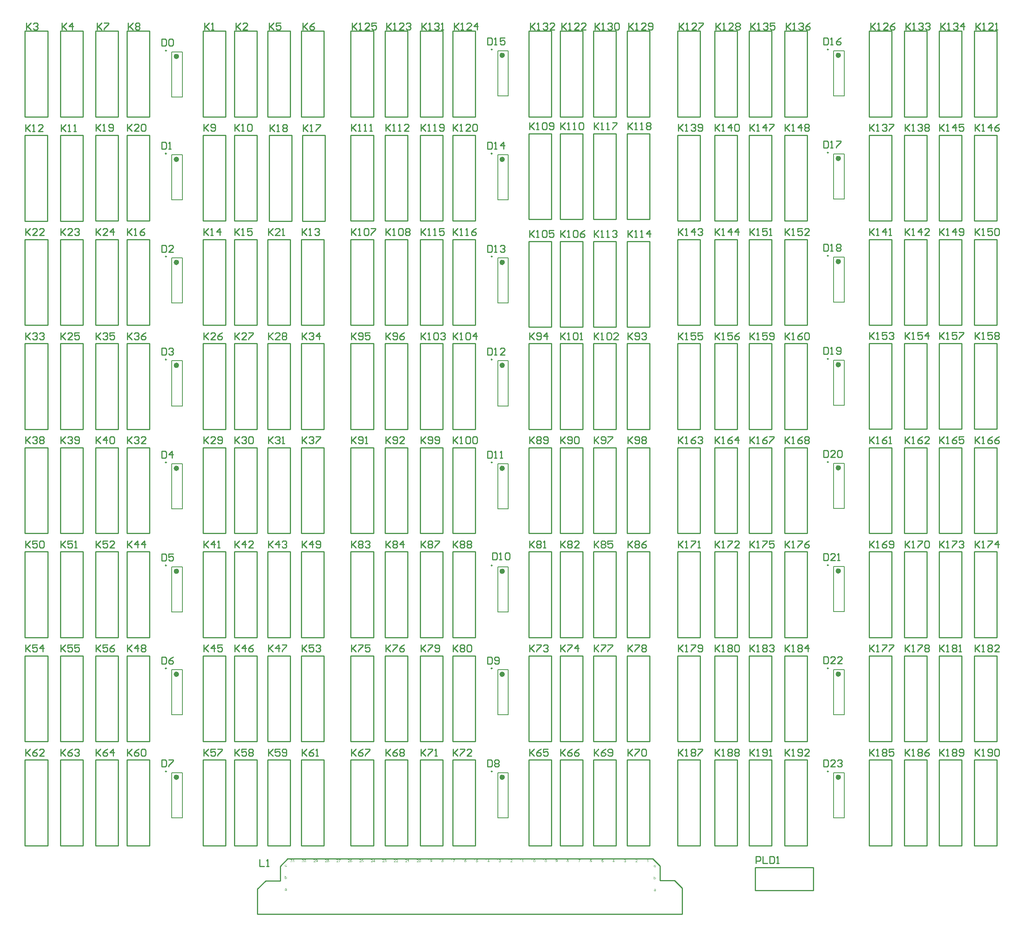
<source format=gto>
%FSLAX42Y42*%
%MOMM*%
G71*
G01*
G75*
G04 Layer_Color=65535*
%ADD10R,1.85X0.60*%
%ADD11C,0.30*%
G04:AMPARAMS|DCode=12|XSize=2mm|YSize=1.52mm|CornerRadius=0.61mm|HoleSize=0mm|Usage=FLASHONLY|Rotation=90.000|XOffset=0mm|YOffset=0mm|HoleType=Round|Shape=RoundedRectangle|*
%AMROUNDEDRECTD12*
21,1,2.00,0.30,0,0,90.0*
21,1,0.78,1.52,0,0,90.0*
1,1,1.22,0.15,0.39*
1,1,1.22,0.15,-0.39*
1,1,1.22,-0.15,-0.39*
1,1,1.22,-0.15,0.39*
%
%ADD12ROUNDEDRECTD12*%
%ADD13C,3.00*%
%ADD14R,1.30X1.30*%
%ADD15C,1.30*%
%ADD16C,0.60*%
%ADD17C,0.70*%
%ADD18R,1.40X0.90*%
%ADD19C,0.60*%
%ADD20C,0.25*%
%ADD21C,0.25*%
%ADD22C,0.20*%
G36*
X14361Y-18590D02*
X14362Y-18590D01*
X14363Y-18590D01*
X14364Y-18590D01*
X14365Y-18591D01*
X14367Y-18591D01*
X14370Y-18592D01*
X14371Y-18593D01*
X14372Y-18593D01*
X14373Y-18594D01*
X14374Y-18595D01*
X14375Y-18595D01*
X14375Y-18595D01*
X14375Y-18596D01*
X14375Y-18596D01*
X14376Y-18596D01*
X14376Y-18597D01*
X14377Y-18598D01*
X14377Y-18599D01*
X14378Y-18600D01*
X14379Y-18603D01*
X14379Y-18604D01*
X14380Y-18605D01*
X14380Y-18606D01*
X14380Y-18608D01*
Y-18608D01*
Y-18608D01*
X14380Y-18609D01*
X14380Y-18610D01*
X14379Y-18611D01*
X14379Y-18613D01*
X14379Y-18614D01*
X14378Y-18615D01*
X14378Y-18615D01*
X14378Y-18616D01*
X14378Y-18617D01*
X14377Y-18618D01*
X14376Y-18619D01*
X14375Y-18620D01*
X14374Y-18622D01*
X14373Y-18623D01*
X14373Y-18623D01*
X14372Y-18624D01*
X14372Y-18624D01*
X14371Y-18625D01*
X14371Y-18625D01*
X14370Y-18626D01*
X14369Y-18627D01*
X14368Y-18628D01*
X14367Y-18628D01*
X14366Y-18630D01*
X14365Y-18631D01*
X14364Y-18632D01*
X14362Y-18633D01*
X14361Y-18634D01*
X14361Y-18634D01*
X14361Y-18635D01*
X14360Y-18635D01*
X14360Y-18635D01*
X14359Y-18636D01*
X14357Y-18638D01*
X14356Y-18639D01*
X14354Y-18640D01*
X14353Y-18641D01*
X14352Y-18642D01*
X14352Y-18642D01*
X14352Y-18642D01*
X14352Y-18643D01*
X14351Y-18643D01*
X14351Y-18644D01*
X14350Y-18644D01*
X14350Y-18645D01*
X14349Y-18647D01*
X14380D01*
Y-18654D01*
X14338D01*
Y-18654D01*
Y-18654D01*
Y-18653D01*
X14338Y-18652D01*
X14338Y-18651D01*
X14338Y-18651D01*
X14338Y-18650D01*
X14339Y-18649D01*
Y-18649D01*
X14339Y-18648D01*
X14339Y-18648D01*
X14339Y-18647D01*
X14340Y-18646D01*
X14340Y-18645D01*
X14341Y-18643D01*
X14342Y-18642D01*
X14344Y-18640D01*
Y-18640D01*
X14344Y-18640D01*
X14344Y-18639D01*
X14345Y-18639D01*
X14346Y-18637D01*
X14348Y-18636D01*
X14350Y-18634D01*
X14352Y-18632D01*
X14354Y-18630D01*
X14354Y-18630D01*
X14354Y-18630D01*
X14355Y-18630D01*
X14356Y-18629D01*
X14357Y-18628D01*
X14358Y-18628D01*
X14360Y-18626D01*
X14362Y-18623D01*
X14364Y-18621D01*
X14365Y-18620D01*
X14366Y-18619D01*
X14367Y-18618D01*
X14368Y-18617D01*
Y-18617D01*
X14368Y-18617D01*
X14368Y-18617D01*
X14369Y-18616D01*
X14369Y-18615D01*
X14370Y-18614D01*
X14371Y-18612D01*
X14371Y-18611D01*
X14372Y-18609D01*
X14372Y-18608D01*
Y-18607D01*
Y-18607D01*
X14372Y-18607D01*
X14372Y-18606D01*
X14371Y-18605D01*
X14371Y-18604D01*
X14370Y-18602D01*
X14369Y-18601D01*
X14368Y-18600D01*
X14368Y-18600D01*
X14368Y-18599D01*
X14367Y-18599D01*
X14366Y-18598D01*
X14365Y-18597D01*
X14363Y-18597D01*
X14362Y-18596D01*
X14360Y-18596D01*
X14359D01*
X14359Y-18596D01*
X14358Y-18597D01*
X14356Y-18597D01*
X14355Y-18597D01*
X14353Y-18598D01*
X14352Y-18599D01*
X14351Y-18600D01*
X14350Y-18600D01*
X14350Y-18601D01*
X14350Y-18601D01*
X14349Y-18602D01*
X14348Y-18604D01*
X14348Y-18605D01*
X14347Y-18607D01*
X14347Y-18609D01*
X14339Y-18608D01*
Y-18608D01*
Y-18608D01*
X14339Y-18608D01*
X14339Y-18607D01*
X14340Y-18606D01*
X14340Y-18605D01*
X14340Y-18603D01*
X14341Y-18601D01*
X14342Y-18599D01*
X14343Y-18598D01*
X14344Y-18597D01*
X14344Y-18596D01*
X14345Y-18595D01*
X14345Y-18595D01*
X14346Y-18594D01*
X14346Y-18594D01*
X14346Y-18594D01*
X14347Y-18594D01*
X14348Y-18593D01*
X14348Y-18593D01*
X14349Y-18592D01*
X14350Y-18592D01*
X14351Y-18591D01*
X14352Y-18591D01*
X14354Y-18591D01*
X14355Y-18590D01*
X14357Y-18590D01*
X14358Y-18590D01*
X14360Y-18590D01*
X14361D01*
X14361Y-18590D01*
D02*
G37*
G36*
X9812D02*
X9813D01*
X9814Y-18590D01*
X9815Y-18590D01*
X9817Y-18591D01*
X9819Y-18591D01*
X9821Y-18592D01*
X9823Y-18593D01*
X9823D01*
X9823Y-18594D01*
X9823Y-18594D01*
X9824Y-18594D01*
X9824Y-18595D01*
X9826Y-18596D01*
X9827Y-18597D01*
X9828Y-18599D01*
X9829Y-18601D01*
X9831Y-18603D01*
Y-18603D01*
X9831Y-18603D01*
X9831Y-18604D01*
X9831Y-18604D01*
X9831Y-18605D01*
X9831Y-18606D01*
X9832Y-18606D01*
X9832Y-18608D01*
X9832Y-18609D01*
X9832Y-18610D01*
X9833Y-18611D01*
X9833Y-18613D01*
X9833Y-18615D01*
X9833Y-18617D01*
X9833Y-18619D01*
Y-18621D01*
Y-18621D01*
Y-18621D01*
Y-18622D01*
Y-18623D01*
X9833Y-18624D01*
Y-18625D01*
X9833Y-18626D01*
X9833Y-18628D01*
X9833Y-18631D01*
X9832Y-18634D01*
X9832Y-18637D01*
X9831Y-18639D01*
X9831Y-18640D01*
Y-18640D01*
X9830Y-18641D01*
X9830Y-18641D01*
X9830Y-18642D01*
X9830Y-18642D01*
X9829Y-18643D01*
X9829Y-18644D01*
X9827Y-18646D01*
X9826Y-18648D01*
X9824Y-18650D01*
X9823Y-18651D01*
X9823D01*
X9823Y-18652D01*
X9822Y-18652D01*
X9822Y-18652D01*
X9821Y-18652D01*
X9821Y-18653D01*
X9819Y-18653D01*
X9817Y-18654D01*
X9815Y-18655D01*
X9813Y-18655D01*
X9810Y-18655D01*
X9810D01*
X9809Y-18655D01*
X9808D01*
X9808Y-18655D01*
X9806Y-18655D01*
X9804Y-18654D01*
X9802Y-18653D01*
X9800Y-18652D01*
X9799Y-18652D01*
X9798Y-18651D01*
X9798Y-18651D01*
X9798Y-18651D01*
X9798Y-18651D01*
X9797Y-18650D01*
X9797Y-18649D01*
X9796Y-18648D01*
X9795Y-18646D01*
X9794Y-18644D01*
X9793Y-18642D01*
X9792Y-18639D01*
X9800Y-18639D01*
Y-18639D01*
X9800Y-18639D01*
Y-18639D01*
X9800Y-18640D01*
X9800Y-18640D01*
X9801Y-18642D01*
X9801Y-18643D01*
X9802Y-18644D01*
X9803Y-18645D01*
X9804Y-18646D01*
X9804Y-18646D01*
X9804Y-18647D01*
X9805Y-18647D01*
X9805Y-18647D01*
X9806Y-18648D01*
X9808Y-18648D01*
X9809Y-18649D01*
X9810Y-18649D01*
X9811D01*
X9812Y-18649D01*
X9813Y-18648D01*
X9814Y-18648D01*
X9815Y-18648D01*
X9816Y-18648D01*
X9817Y-18647D01*
X9817Y-18647D01*
X9817Y-18647D01*
X9818Y-18646D01*
X9819Y-18646D01*
X9819Y-18645D01*
X9820Y-18644D01*
X9821Y-18644D01*
X9821Y-18643D01*
X9821Y-18643D01*
X9822Y-18642D01*
X9822Y-18642D01*
X9822Y-18641D01*
X9823Y-18640D01*
X9823Y-18638D01*
X9824Y-18637D01*
X9824Y-18635D01*
Y-18635D01*
X9824Y-18635D01*
Y-18635D01*
X9824Y-18634D01*
X9825Y-18633D01*
X9825Y-18632D01*
X9825Y-18631D01*
X9825Y-18629D01*
X9825Y-18627D01*
X9825Y-18626D01*
Y-18625D01*
Y-18625D01*
Y-18625D01*
Y-18624D01*
X9825Y-18624D01*
X9825Y-18625D01*
X9824Y-18625D01*
X9824Y-18626D01*
X9823Y-18627D01*
X9822Y-18628D01*
X9820Y-18629D01*
X9819Y-18630D01*
X9819Y-18630D01*
X9818Y-18630D01*
X9817Y-18631D01*
X9816Y-18631D01*
X9815Y-18632D01*
X9814Y-18632D01*
X9812Y-18632D01*
X9810Y-18632D01*
X9809D01*
X9809Y-18632D01*
X9808Y-18632D01*
X9807Y-18632D01*
X9806Y-18632D01*
X9806Y-18632D01*
X9803Y-18631D01*
X9802Y-18630D01*
X9801Y-18630D01*
X9800Y-18629D01*
X9799Y-18629D01*
X9798Y-18628D01*
X9797Y-18627D01*
X9797Y-18627D01*
X9796Y-18626D01*
X9796Y-18626D01*
X9796Y-18626D01*
X9795Y-18625D01*
X9795Y-18624D01*
X9794Y-18624D01*
X9794Y-18623D01*
X9793Y-18622D01*
X9793Y-18620D01*
X9792Y-18619D01*
X9792Y-18618D01*
X9792Y-18616D01*
X9791Y-18615D01*
X9791Y-18613D01*
X9791Y-18611D01*
Y-18611D01*
Y-18611D01*
Y-18611D01*
X9791Y-18610D01*
X9791Y-18609D01*
X9792Y-18608D01*
X9792Y-18607D01*
X9792Y-18606D01*
X9793Y-18603D01*
X9793Y-18602D01*
X9794Y-18601D01*
X9794Y-18600D01*
X9795Y-18598D01*
X9796Y-18597D01*
X9797Y-18596D01*
X9797Y-18596D01*
X9797Y-18596D01*
X9798Y-18595D01*
X9798Y-18595D01*
X9799Y-18594D01*
X9799Y-18594D01*
X9800Y-18593D01*
X9801Y-18593D01*
X9802Y-18592D01*
X9803Y-18592D01*
X9805Y-18591D01*
X9807Y-18590D01*
X9808Y-18590D01*
X9810Y-18590D01*
X9811Y-18590D01*
X9812D01*
X9812Y-18590D01*
D02*
G37*
G36*
X10025Y-18654D02*
X10017D01*
Y-18604D01*
X10017Y-18604D01*
X10017Y-18605D01*
X10016Y-18605D01*
X10015Y-18606D01*
X10014Y-18607D01*
X10013Y-18608D01*
X10011Y-18609D01*
X10010Y-18610D01*
X10010D01*
X10010Y-18610D01*
X10009Y-18610D01*
X10008Y-18611D01*
X10007Y-18611D01*
X10006Y-18612D01*
X10004Y-18612D01*
X10003Y-18613D01*
X10002Y-18614D01*
Y-18606D01*
X10002D01*
X10002Y-18606D01*
X10002Y-18606D01*
X10003Y-18605D01*
X10003Y-18605D01*
X10004Y-18605D01*
X10005Y-18604D01*
X10007Y-18603D01*
X10009Y-18602D01*
X10011Y-18600D01*
X10013Y-18599D01*
X10013Y-18598D01*
X10013Y-18598D01*
X10014Y-18598D01*
X10015Y-18597D01*
X10016Y-18596D01*
X10017Y-18594D01*
X10018Y-18593D01*
X10019Y-18592D01*
X10020Y-18590D01*
X10025D01*
Y-18654D01*
D02*
G37*
G36*
X10067Y-18590D02*
X10068Y-18590D01*
X10069Y-18590D01*
X10071Y-18590D01*
X10073Y-18591D01*
X10075Y-18592D01*
X10076Y-18593D01*
X10077Y-18593D01*
X10079Y-18594D01*
X10080Y-18595D01*
X10080Y-18595D01*
X10080Y-18595D01*
X10080Y-18595D01*
X10080Y-18596D01*
X10081Y-18596D01*
X10081Y-18597D01*
X10082Y-18598D01*
X10083Y-18600D01*
X10084Y-18602D01*
X10084Y-18604D01*
X10085Y-18605D01*
X10085Y-18607D01*
Y-18607D01*
Y-18607D01*
Y-18607D01*
X10085Y-18608D01*
X10084Y-18609D01*
X10084Y-18611D01*
X10084Y-18612D01*
X10083Y-18613D01*
X10082Y-18614D01*
X10082Y-18615D01*
X10082Y-18615D01*
X10081Y-18616D01*
X10080Y-18616D01*
X10080Y-18617D01*
X10078Y-18618D01*
X10077Y-18619D01*
X10075Y-18619D01*
X10075D01*
X10075Y-18620D01*
X10076Y-18620D01*
X10076Y-18620D01*
X10077Y-18620D01*
X10079Y-18621D01*
X10080Y-18622D01*
X10082Y-18623D01*
X10083Y-18624D01*
X10084Y-18626D01*
X10084Y-18626D01*
X10085Y-18626D01*
X10085Y-18627D01*
X10086Y-18628D01*
X10086Y-18630D01*
X10087Y-18632D01*
X10087Y-18634D01*
X10087Y-18636D01*
Y-18636D01*
Y-18636D01*
Y-18637D01*
X10087Y-18637D01*
X10087Y-18638D01*
X10087Y-18639D01*
X10087Y-18640D01*
X10087Y-18641D01*
X10086Y-18643D01*
X10085Y-18644D01*
X10085Y-18645D01*
X10084Y-18646D01*
X10083Y-18647D01*
X10082Y-18649D01*
X10081Y-18650D01*
X10081Y-18650D01*
X10081Y-18650D01*
X10081Y-18650D01*
X10080Y-18650D01*
X10080Y-18651D01*
X10079Y-18651D01*
X10078Y-18652D01*
X10077Y-18652D01*
X10076Y-18653D01*
X10075Y-18653D01*
X10074Y-18654D01*
X10073Y-18654D01*
X10071Y-18655D01*
X10070Y-18655D01*
X10068Y-18655D01*
X10066Y-18655D01*
X10065D01*
X10065Y-18655D01*
X10064Y-18655D01*
X10063Y-18655D01*
X10062Y-18655D01*
X10061Y-18654D01*
X10058Y-18654D01*
X10057Y-18653D01*
X10056Y-18653D01*
X10055Y-18652D01*
X10053Y-18651D01*
X10052Y-18651D01*
X10051Y-18650D01*
X10051Y-18649D01*
X10051Y-18649D01*
X10050Y-18649D01*
X10050Y-18649D01*
X10050Y-18648D01*
X10049Y-18647D01*
X10049Y-18647D01*
X10048Y-18646D01*
X10048Y-18645D01*
X10047Y-18644D01*
X10046Y-18641D01*
X10046Y-18640D01*
X10045Y-18639D01*
X10045Y-18637D01*
X10045Y-18636D01*
Y-18636D01*
Y-18635D01*
Y-18635D01*
X10045Y-18635D01*
Y-18634D01*
X10045Y-18633D01*
X10046Y-18632D01*
X10046Y-18630D01*
X10046Y-18629D01*
X10047Y-18627D01*
X10048Y-18625D01*
Y-18625D01*
X10048Y-18625D01*
X10049Y-18625D01*
X10050Y-18624D01*
X10051Y-18623D01*
X10052Y-18622D01*
X10053Y-18621D01*
X10055Y-18620D01*
X10057Y-18619D01*
X10057D01*
X10057Y-18619D01*
X10057Y-18619D01*
X10056Y-18619D01*
X10055Y-18618D01*
X10053Y-18617D01*
X10052Y-18617D01*
X10051Y-18615D01*
X10050Y-18614D01*
X10050Y-18614D01*
X10050Y-18614D01*
X10049Y-18613D01*
X10049Y-18612D01*
X10048Y-18611D01*
X10048Y-18610D01*
X10048Y-18608D01*
X10048Y-18606D01*
Y-18606D01*
Y-18606D01*
Y-18606D01*
X10048Y-18605D01*
X10048Y-18605D01*
X10048Y-18604D01*
X10048Y-18602D01*
X10049Y-18600D01*
X10050Y-18598D01*
X10050Y-18598D01*
X10051Y-18597D01*
X10052Y-18596D01*
X10053Y-18595D01*
X10053Y-18595D01*
X10053Y-18594D01*
X10053Y-18594D01*
X10054Y-18594D01*
X10054Y-18594D01*
X10055Y-18593D01*
X10055Y-18593D01*
X10056Y-18592D01*
X10057Y-18592D01*
X10058Y-18591D01*
X10060Y-18591D01*
X10063Y-18590D01*
X10065Y-18590D01*
X10066Y-18590D01*
X10067D01*
X10067Y-18590D01*
D02*
G37*
G36*
X9517D02*
X9518Y-18590D01*
X9519Y-18590D01*
X9520Y-18590D01*
X9521Y-18591D01*
X9523Y-18591D01*
X9526Y-18592D01*
X9527Y-18593D01*
X9528Y-18593D01*
X9529Y-18594D01*
X9530Y-18595D01*
X9531Y-18595D01*
X9531Y-18595D01*
X9531Y-18596D01*
X9531Y-18596D01*
X9532Y-18596D01*
X9532Y-18597D01*
X9533Y-18598D01*
X9533Y-18599D01*
X9534Y-18600D01*
X9535Y-18603D01*
X9535Y-18604D01*
X9536Y-18605D01*
X9536Y-18606D01*
X9536Y-18608D01*
Y-18608D01*
Y-18608D01*
X9536Y-18609D01*
X9536Y-18610D01*
X9535Y-18611D01*
X9535Y-18613D01*
X9535Y-18614D01*
X9534Y-18615D01*
X9534Y-18615D01*
X9534Y-18616D01*
X9534Y-18617D01*
X9533Y-18618D01*
X9532Y-18619D01*
X9531Y-18620D01*
X9530Y-18622D01*
X9529Y-18623D01*
X9529Y-18623D01*
X9528Y-18624D01*
X9528Y-18624D01*
X9527Y-18625D01*
X9527Y-18625D01*
X9526Y-18626D01*
X9525Y-18627D01*
X9524Y-18628D01*
X9523Y-18628D01*
X9522Y-18630D01*
X9521Y-18631D01*
X9520Y-18632D01*
X9518Y-18633D01*
X9517Y-18634D01*
X9517Y-18634D01*
X9517Y-18635D01*
X9516Y-18635D01*
X9516Y-18635D01*
X9515Y-18636D01*
X9513Y-18638D01*
X9512Y-18639D01*
X9510Y-18640D01*
X9509Y-18641D01*
X9508Y-18642D01*
X9508Y-18642D01*
X9508Y-18642D01*
X9508Y-18643D01*
X9507Y-18643D01*
X9507Y-18644D01*
X9506Y-18644D01*
X9506Y-18645D01*
X9505Y-18647D01*
X9536D01*
Y-18654D01*
X9494D01*
Y-18654D01*
Y-18654D01*
Y-18653D01*
X9494Y-18652D01*
X9494Y-18651D01*
X9494Y-18651D01*
X9494Y-18650D01*
X9495Y-18649D01*
Y-18649D01*
X9495Y-18648D01*
X9495Y-18648D01*
X9495Y-18647D01*
X9496Y-18646D01*
X9496Y-18645D01*
X9497Y-18643D01*
X9498Y-18642D01*
X9500Y-18640D01*
Y-18640D01*
X9500Y-18640D01*
X9500Y-18639D01*
X9501Y-18639D01*
X9502Y-18637D01*
X9504Y-18636D01*
X9506Y-18634D01*
X9508Y-18632D01*
X9510Y-18630D01*
X9510Y-18630D01*
X9510Y-18630D01*
X9511Y-18630D01*
X9512Y-18629D01*
X9513Y-18628D01*
X9514Y-18628D01*
X9516Y-18626D01*
X9518Y-18623D01*
X9520Y-18621D01*
X9521Y-18620D01*
X9522Y-18619D01*
X9523Y-18618D01*
X9524Y-18617D01*
Y-18617D01*
X9524Y-18617D01*
X9524Y-18617D01*
X9525Y-18616D01*
X9525Y-18615D01*
X9526Y-18614D01*
X9527Y-18612D01*
X9527Y-18611D01*
X9528Y-18609D01*
X9528Y-18608D01*
Y-18607D01*
Y-18607D01*
X9528Y-18607D01*
X9528Y-18606D01*
X9527Y-18605D01*
X9527Y-18604D01*
X9526Y-18602D01*
X9525Y-18601D01*
X9524Y-18600D01*
X9524Y-18600D01*
X9524Y-18599D01*
X9523Y-18599D01*
X9522Y-18598D01*
X9521Y-18597D01*
X9519Y-18597D01*
X9518Y-18596D01*
X9516Y-18596D01*
X9515D01*
X9515Y-18596D01*
X9514Y-18597D01*
X9512Y-18597D01*
X9511Y-18597D01*
X9509Y-18598D01*
X9508Y-18599D01*
X9507Y-18600D01*
X9506Y-18600D01*
X9506Y-18601D01*
X9506Y-18601D01*
X9505Y-18602D01*
X9504Y-18604D01*
X9504Y-18605D01*
X9503Y-18607D01*
X9503Y-18609D01*
X9495Y-18608D01*
Y-18608D01*
Y-18608D01*
X9495Y-18608D01*
X9495Y-18607D01*
X9496Y-18606D01*
X9496Y-18605D01*
X9496Y-18603D01*
X9497Y-18601D01*
X9498Y-18599D01*
X9499Y-18598D01*
X9500Y-18597D01*
X9500Y-18596D01*
X9501Y-18595D01*
X9501Y-18595D01*
X9502Y-18594D01*
X9502Y-18594D01*
X9502Y-18594D01*
X9503Y-18594D01*
X9504Y-18593D01*
X9504Y-18593D01*
X9505Y-18592D01*
X9506Y-18592D01*
X9507Y-18591D01*
X9508Y-18591D01*
X9510Y-18591D01*
X9511Y-18590D01*
X9513Y-18590D01*
X9514Y-18590D01*
X9516Y-18590D01*
X9517D01*
X9517Y-18590D01*
D02*
G37*
G36*
X9567D02*
X9568Y-18590D01*
X9570Y-18590D01*
X9571Y-18591D01*
X9573Y-18591D01*
X9574Y-18592D01*
X9574Y-18592D01*
X9575Y-18592D01*
X9576Y-18593D01*
X9576Y-18594D01*
X9577Y-18594D01*
X9579Y-18595D01*
X9580Y-18597D01*
X9581Y-18598D01*
X9581Y-18598D01*
X9581Y-18599D01*
X9581Y-18600D01*
X9582Y-18601D01*
X9583Y-18602D01*
X9583Y-18604D01*
X9584Y-18606D01*
X9585Y-18608D01*
Y-18608D01*
X9585Y-18608D01*
X9585Y-18608D01*
X9585Y-18609D01*
X9585Y-18609D01*
X9585Y-18610D01*
X9585Y-18611D01*
X9585Y-18611D01*
X9586Y-18613D01*
X9586Y-18614D01*
X9586Y-18615D01*
X9586Y-18616D01*
X9586Y-18618D01*
Y-18619D01*
X9586Y-18621D01*
Y-18623D01*
Y-18623D01*
Y-18623D01*
Y-18624D01*
Y-18625D01*
X9586Y-18625D01*
Y-18627D01*
X9586Y-18628D01*
X9586Y-18629D01*
X9586Y-18632D01*
X9585Y-18635D01*
X9584Y-18638D01*
X9584Y-18639D01*
X9584Y-18641D01*
Y-18641D01*
X9584Y-18641D01*
X9583Y-18641D01*
X9583Y-18642D01*
X9583Y-18642D01*
X9583Y-18643D01*
X9582Y-18645D01*
X9581Y-18646D01*
X9580Y-18648D01*
X9578Y-18650D01*
X9577Y-18651D01*
X9577D01*
X9577Y-18652D01*
X9576Y-18652D01*
X9576Y-18652D01*
X9575Y-18653D01*
X9574Y-18653D01*
X9572Y-18654D01*
X9570Y-18655D01*
X9568Y-18655D01*
X9565Y-18655D01*
X9564D01*
X9564Y-18655D01*
X9563Y-18655D01*
X9562Y-18655D01*
X9561Y-18655D01*
X9560Y-18654D01*
X9559Y-18654D01*
X9558Y-18653D01*
X9556Y-18653D01*
X9555Y-18652D01*
X9554Y-18652D01*
X9553Y-18651D01*
X9552Y-18650D01*
X9551Y-18649D01*
X9551Y-18648D01*
X9550Y-18648D01*
X9550Y-18648D01*
X9550Y-18647D01*
X9549Y-18646D01*
X9549Y-18645D01*
X9548Y-18644D01*
X9548Y-18642D01*
X9547Y-18641D01*
X9546Y-18639D01*
X9546Y-18637D01*
X9545Y-18634D01*
X9545Y-18632D01*
X9545Y-18629D01*
X9544Y-18626D01*
X9544Y-18623D01*
Y-18623D01*
Y-18622D01*
Y-18622D01*
Y-18621D01*
X9544Y-18620D01*
Y-18619D01*
X9545Y-18617D01*
X9545Y-18616D01*
X9545Y-18613D01*
X9545Y-18610D01*
X9546Y-18607D01*
X9546Y-18606D01*
X9547Y-18604D01*
Y-18604D01*
X9547Y-18604D01*
X9547Y-18604D01*
X9547Y-18603D01*
X9547Y-18603D01*
X9548Y-18602D01*
X9548Y-18600D01*
X9549Y-18599D01*
X9551Y-18597D01*
X9552Y-18595D01*
X9554Y-18594D01*
X9554D01*
X9554Y-18594D01*
X9554Y-18593D01*
X9554Y-18593D01*
X9555Y-18593D01*
X9555Y-18592D01*
X9557Y-18592D01*
X9558Y-18591D01*
X9560Y-18590D01*
X9563Y-18590D01*
X9565Y-18590D01*
X9566D01*
X9567Y-18590D01*
D02*
G37*
G36*
X9771Y-18654D02*
X9763D01*
Y-18604D01*
X9763Y-18604D01*
X9763Y-18605D01*
X9762Y-18605D01*
X9761Y-18606D01*
X9760Y-18607D01*
X9759Y-18608D01*
X9757Y-18609D01*
X9756Y-18610D01*
X9756D01*
X9756Y-18610D01*
X9755Y-18610D01*
X9754Y-18611D01*
X9753Y-18611D01*
X9752Y-18612D01*
X9750Y-18612D01*
X9749Y-18613D01*
X9748Y-18614D01*
Y-18606D01*
X9748D01*
X9748Y-18606D01*
X9748Y-18606D01*
X9749Y-18605D01*
X9749Y-18605D01*
X9750Y-18605D01*
X9751Y-18604D01*
X9753Y-18603D01*
X9755Y-18602D01*
X9757Y-18600D01*
X9759Y-18599D01*
X9759Y-18598D01*
X9759Y-18598D01*
X9760Y-18598D01*
X9761Y-18597D01*
X9762Y-18596D01*
X9763Y-18594D01*
X9764Y-18593D01*
X9765Y-18592D01*
X9766Y-18590D01*
X9771D01*
Y-18654D01*
D02*
G37*
G36*
X14621D02*
X14613D01*
Y-18604D01*
X14613Y-18604D01*
X14613Y-18605D01*
X14612Y-18605D01*
X14611Y-18606D01*
X14610Y-18607D01*
X14609Y-18608D01*
X14607Y-18609D01*
X14606Y-18610D01*
X14606D01*
X14606Y-18610D01*
X14605Y-18610D01*
X14604Y-18611D01*
X14603Y-18611D01*
X14602Y-18612D01*
X14600Y-18612D01*
X14599Y-18613D01*
X14598Y-18614D01*
Y-18606D01*
X14598D01*
X14598Y-18606D01*
X14598Y-18606D01*
X14599Y-18605D01*
X14599Y-18605D01*
X14600Y-18605D01*
X14601Y-18604D01*
X14603Y-18603D01*
X14605Y-18602D01*
X14607Y-18600D01*
X14609Y-18599D01*
X14609Y-18598D01*
X14609Y-18598D01*
X14610Y-18598D01*
X14611Y-18597D01*
X14612Y-18596D01*
X14613Y-18594D01*
X14614Y-18593D01*
X14615Y-18592D01*
X14616Y-18590D01*
X14621D01*
Y-18654D01*
D02*
G37*
G36*
X13863Y-18632D02*
X13872D01*
Y-18639D01*
X13863D01*
Y-18654D01*
X13855D01*
Y-18639D01*
X13828D01*
Y-18632D01*
X13857Y-18590D01*
X13863D01*
Y-18632D01*
D02*
G37*
G36*
X8561D02*
X8570D01*
Y-18639D01*
X8561D01*
Y-18654D01*
X8554D01*
Y-18639D01*
X8526D01*
Y-18632D01*
X8555Y-18590D01*
X8561D01*
Y-18632D01*
D02*
G37*
G36*
X8804Y-18590D02*
X8805Y-18590D01*
X8807Y-18590D01*
X8809Y-18591D01*
X8810Y-18591D01*
X8812Y-18592D01*
X8812D01*
X8812Y-18592D01*
X8813Y-18593D01*
X8813Y-18593D01*
X8814Y-18594D01*
X8816Y-18595D01*
X8817Y-18596D01*
X8818Y-18597D01*
X8819Y-18598D01*
X8819Y-18599D01*
X8819Y-18599D01*
X8820Y-18600D01*
X8820Y-18601D01*
X8820Y-18602D01*
X8821Y-18603D01*
X8821Y-18605D01*
X8821Y-18607D01*
Y-18607D01*
Y-18607D01*
X8821Y-18608D01*
X8821Y-18609D01*
X8821Y-18610D01*
X8820Y-18611D01*
X8820Y-18613D01*
X8819Y-18614D01*
X8819Y-18614D01*
X8818Y-18615D01*
X8818Y-18615D01*
X8817Y-18616D01*
X8816Y-18617D01*
X8815Y-18618D01*
X8814Y-18619D01*
X8812Y-18619D01*
X8812D01*
X8813Y-18620D01*
X8813Y-18620D01*
X8813Y-18620D01*
X8814Y-18620D01*
X8816Y-18621D01*
X8817Y-18621D01*
X8818Y-18622D01*
X8820Y-18623D01*
X8821Y-18625D01*
X8821Y-18625D01*
X8822Y-18626D01*
X8822Y-18627D01*
X8823Y-18628D01*
X8823Y-18629D01*
X8824Y-18631D01*
X8824Y-18633D01*
X8824Y-18635D01*
Y-18635D01*
Y-18636D01*
Y-18636D01*
X8824Y-18637D01*
X8824Y-18637D01*
X8824Y-18638D01*
X8824Y-18639D01*
X8824Y-18640D01*
X8823Y-18642D01*
X8822Y-18643D01*
X8822Y-18645D01*
X8821Y-18646D01*
X8820Y-18647D01*
X8819Y-18648D01*
X8818Y-18649D01*
X8818Y-18649D01*
X8818Y-18650D01*
X8817Y-18650D01*
X8817Y-18650D01*
X8816Y-18651D01*
X8816Y-18651D01*
X8815Y-18652D01*
X8814Y-18652D01*
X8813Y-18653D01*
X8812Y-18653D01*
X8810Y-18654D01*
X8809Y-18654D01*
X8808Y-18655D01*
X8806Y-18655D01*
X8804Y-18655D01*
X8803Y-18655D01*
X8802D01*
X8801Y-18655D01*
X8801Y-18655D01*
X8800Y-18655D01*
X8799Y-18655D01*
X8798Y-18654D01*
X8796Y-18654D01*
X8793Y-18653D01*
X8792Y-18652D01*
X8791Y-18652D01*
X8790Y-18651D01*
X8789Y-18650D01*
X8789Y-18650D01*
X8788Y-18650D01*
X8788Y-18650D01*
X8788Y-18649D01*
X8787Y-18649D01*
X8787Y-18648D01*
X8786Y-18647D01*
X8786Y-18647D01*
X8785Y-18645D01*
X8784Y-18642D01*
X8783Y-18640D01*
X8783Y-18639D01*
X8782Y-18637D01*
X8790Y-18636D01*
Y-18636D01*
X8790Y-18636D01*
X8790Y-18637D01*
X8791Y-18637D01*
X8791Y-18638D01*
X8791Y-18638D01*
X8791Y-18640D01*
X8792Y-18641D01*
X8793Y-18643D01*
X8794Y-18644D01*
X8795Y-18646D01*
X8795Y-18646D01*
X8795Y-18646D01*
X8796Y-18647D01*
X8797Y-18647D01*
X8798Y-18648D01*
X8799Y-18648D01*
X8801Y-18649D01*
X8803Y-18649D01*
X8803D01*
X8804Y-18649D01*
X8805Y-18648D01*
X8806Y-18648D01*
X8807Y-18648D01*
X8809Y-18647D01*
X8811Y-18646D01*
X8812Y-18645D01*
X8812Y-18645D01*
X8813Y-18644D01*
X8813Y-18643D01*
X8814Y-18642D01*
X8815Y-18641D01*
X8815Y-18639D01*
X8816Y-18637D01*
X8816Y-18635D01*
Y-18635D01*
Y-18635D01*
Y-18635D01*
X8816Y-18634D01*
X8816Y-18634D01*
X8815Y-18632D01*
X8815Y-18631D01*
X8814Y-18629D01*
X8814Y-18628D01*
X8812Y-18627D01*
X8812Y-18626D01*
X8812Y-18626D01*
X8811Y-18625D01*
X8810Y-18625D01*
X8809Y-18624D01*
X8807Y-18624D01*
X8805Y-18623D01*
X8803Y-18623D01*
X8803D01*
X8802Y-18623D01*
X8801Y-18623D01*
X8800Y-18623D01*
X8799Y-18624D01*
X8798Y-18624D01*
X8799Y-18617D01*
X8799D01*
X8800Y-18617D01*
X8801D01*
X8802Y-18617D01*
X8803Y-18617D01*
X8804Y-18616D01*
X8806Y-18616D01*
X8807Y-18615D01*
X8809Y-18614D01*
X8809D01*
X8809Y-18614D01*
X8810Y-18614D01*
X8810Y-18613D01*
X8811Y-18612D01*
X8812Y-18611D01*
X8812Y-18610D01*
X8813Y-18608D01*
X8813Y-18607D01*
Y-18606D01*
Y-18606D01*
Y-18606D01*
Y-18606D01*
X8813Y-18605D01*
X8813Y-18604D01*
X8812Y-18603D01*
X8812Y-18602D01*
X8811Y-18600D01*
X8810Y-18599D01*
X8810Y-18599D01*
X8810Y-18599D01*
X8809Y-18598D01*
X8808Y-18598D01*
X8807Y-18597D01*
X8806Y-18597D01*
X8804Y-18596D01*
X8803Y-18596D01*
X8802D01*
X8801Y-18597D01*
X8800Y-18597D01*
X8799Y-18597D01*
X8797Y-18598D01*
X8796Y-18598D01*
X8795Y-18599D01*
X8795Y-18599D01*
X8794Y-18600D01*
X8794Y-18601D01*
X8793Y-18601D01*
X8793Y-18603D01*
X8792Y-18604D01*
X8791Y-18606D01*
X8791Y-18608D01*
X8783Y-18606D01*
Y-18606D01*
X8783Y-18606D01*
X8783Y-18606D01*
X8783Y-18605D01*
X8784Y-18605D01*
X8784Y-18604D01*
X8784Y-18602D01*
X8785Y-18600D01*
X8786Y-18598D01*
X8788Y-18596D01*
X8790Y-18594D01*
X8790Y-18594D01*
X8790Y-18594D01*
X8790Y-18594D01*
X8791Y-18594D01*
X8791Y-18593D01*
X8792Y-18593D01*
X8792Y-18592D01*
X8793Y-18592D01*
X8795Y-18591D01*
X8797Y-18591D01*
X8800Y-18590D01*
X8801Y-18590D01*
X8803D01*
X8804Y-18590D01*
D02*
G37*
G36*
X8755D02*
X8756Y-18590D01*
X8757Y-18590D01*
X8758Y-18590D01*
X8759Y-18591D01*
X8761Y-18591D01*
X8764Y-18592D01*
X8765Y-18593D01*
X8766Y-18593D01*
X8767Y-18594D01*
X8768Y-18595D01*
X8769Y-18595D01*
X8769Y-18595D01*
X8769Y-18596D01*
X8769Y-18596D01*
X8770Y-18596D01*
X8770Y-18597D01*
X8771Y-18598D01*
X8771Y-18599D01*
X8772Y-18600D01*
X8773Y-18603D01*
X8773Y-18604D01*
X8774Y-18605D01*
X8774Y-18606D01*
X8774Y-18608D01*
Y-18608D01*
Y-18608D01*
X8774Y-18609D01*
X8774Y-18610D01*
X8773Y-18611D01*
X8773Y-18613D01*
X8773Y-18614D01*
X8772Y-18615D01*
X8772Y-18615D01*
X8772Y-18616D01*
X8772Y-18617D01*
X8771Y-18618D01*
X8770Y-18619D01*
X8769Y-18620D01*
X8768Y-18622D01*
X8767Y-18623D01*
X8767Y-18623D01*
X8766Y-18624D01*
X8766Y-18624D01*
X8765Y-18625D01*
X8765Y-18625D01*
X8764Y-18626D01*
X8763Y-18627D01*
X8762Y-18628D01*
X8761Y-18628D01*
X8760Y-18630D01*
X8759Y-18631D01*
X8758Y-18632D01*
X8756Y-18633D01*
X8755Y-18634D01*
X8755Y-18634D01*
X8755Y-18635D01*
X8754Y-18635D01*
X8754Y-18635D01*
X8753Y-18636D01*
X8751Y-18638D01*
X8750Y-18639D01*
X8748Y-18640D01*
X8747Y-18641D01*
X8746Y-18642D01*
X8746Y-18642D01*
X8746Y-18642D01*
X8746Y-18643D01*
X8745Y-18643D01*
X8745Y-18644D01*
X8744Y-18644D01*
X8744Y-18645D01*
X8743Y-18647D01*
X8774D01*
Y-18654D01*
X8732D01*
Y-18654D01*
Y-18654D01*
Y-18653D01*
X8732Y-18652D01*
X8732Y-18651D01*
X8732Y-18651D01*
X8732Y-18650D01*
X8733Y-18649D01*
Y-18649D01*
X8733Y-18648D01*
X8733Y-18648D01*
X8733Y-18647D01*
X8734Y-18646D01*
X8734Y-18645D01*
X8735Y-18643D01*
X8736Y-18642D01*
X8738Y-18640D01*
Y-18640D01*
X8738Y-18640D01*
X8738Y-18639D01*
X8739Y-18639D01*
X8740Y-18637D01*
X8742Y-18636D01*
X8744Y-18634D01*
X8746Y-18632D01*
X8748Y-18630D01*
X8748Y-18630D01*
X8748Y-18630D01*
X8749Y-18630D01*
X8750Y-18629D01*
X8751Y-18628D01*
X8752Y-18628D01*
X8754Y-18626D01*
X8756Y-18623D01*
X8758Y-18621D01*
X8759Y-18620D01*
X8760Y-18619D01*
X8761Y-18618D01*
X8762Y-18617D01*
Y-18617D01*
X8762Y-18617D01*
X8762Y-18617D01*
X8763Y-18616D01*
X8763Y-18615D01*
X8764Y-18614D01*
X8765Y-18612D01*
X8765Y-18611D01*
X8766Y-18609D01*
X8766Y-18608D01*
Y-18607D01*
Y-18607D01*
X8766Y-18607D01*
X8766Y-18606D01*
X8765Y-18605D01*
X8765Y-18604D01*
X8764Y-18602D01*
X8763Y-18601D01*
X8762Y-18600D01*
X8762Y-18600D01*
X8762Y-18599D01*
X8761Y-18599D01*
X8760Y-18598D01*
X8759Y-18597D01*
X8757Y-18597D01*
X8756Y-18596D01*
X8754Y-18596D01*
X8753D01*
X8753Y-18596D01*
X8752Y-18597D01*
X8750Y-18597D01*
X8749Y-18597D01*
X8747Y-18598D01*
X8746Y-18599D01*
X8745Y-18600D01*
X8744Y-18600D01*
X8744Y-18601D01*
X8744Y-18601D01*
X8743Y-18602D01*
X8742Y-18604D01*
X8742Y-18605D01*
X8741Y-18607D01*
X8741Y-18609D01*
X8733Y-18608D01*
Y-18608D01*
Y-18608D01*
X8733Y-18608D01*
X8733Y-18607D01*
X8734Y-18606D01*
X8734Y-18605D01*
X8734Y-18603D01*
X8735Y-18601D01*
X8736Y-18599D01*
X8737Y-18598D01*
X8738Y-18597D01*
X8738Y-18596D01*
X8739Y-18595D01*
X8739Y-18595D01*
X8740Y-18594D01*
X8740Y-18594D01*
X8740Y-18594D01*
X8741Y-18594D01*
X8742Y-18593D01*
X8742Y-18593D01*
X8743Y-18592D01*
X8744Y-18592D01*
X8745Y-18591D01*
X8746Y-18591D01*
X8748Y-18591D01*
X8749Y-18590D01*
X8751Y-18590D01*
X8752Y-18590D01*
X8754Y-18590D01*
X8755D01*
X8755Y-18590D01*
D02*
G37*
G36*
X10279Y-18654D02*
X10271D01*
Y-18604D01*
X10271Y-18604D01*
X10271Y-18605D01*
X10270Y-18605D01*
X10269Y-18606D01*
X10268Y-18607D01*
X10267Y-18608D01*
X10265Y-18609D01*
X10264Y-18610D01*
X10264D01*
X10264Y-18610D01*
X10263Y-18610D01*
X10262Y-18611D01*
X10261Y-18611D01*
X10260Y-18612D01*
X10258Y-18612D01*
X10257Y-18613D01*
X10256Y-18614D01*
Y-18606D01*
X10256D01*
X10256Y-18606D01*
X10256Y-18606D01*
X10257Y-18605D01*
X10257Y-18605D01*
X10258Y-18605D01*
X10259Y-18604D01*
X10261Y-18603D01*
X10263Y-18602D01*
X10265Y-18600D01*
X10267Y-18599D01*
X10267Y-18598D01*
X10267Y-18598D01*
X10268Y-18598D01*
X10269Y-18597D01*
X10270Y-18596D01*
X10271Y-18594D01*
X10272Y-18593D01*
X10273Y-18592D01*
X10274Y-18590D01*
X10279D01*
Y-18654D01*
D02*
G37*
G36*
X14109Y-18590D02*
X14111Y-18590D01*
X14112Y-18590D01*
X14114Y-18591D01*
X14115Y-18591D01*
X14117Y-18592D01*
X14117D01*
X14117Y-18592D01*
X14118Y-18593D01*
X14119Y-18593D01*
X14120Y-18594D01*
X14121Y-18595D01*
X14122Y-18596D01*
X14123Y-18597D01*
X14124Y-18598D01*
X14124Y-18599D01*
X14124Y-18599D01*
X14125Y-18600D01*
X14125Y-18601D01*
X14126Y-18602D01*
X14126Y-18603D01*
X14126Y-18605D01*
X14126Y-18607D01*
Y-18607D01*
Y-18607D01*
X14126Y-18608D01*
X14126Y-18609D01*
X14126Y-18610D01*
X14125Y-18611D01*
X14125Y-18613D01*
X14124Y-18614D01*
X14124Y-18614D01*
X14124Y-18615D01*
X14123Y-18615D01*
X14122Y-18616D01*
X14121Y-18617D01*
X14120Y-18618D01*
X14119Y-18619D01*
X14117Y-18619D01*
X14118D01*
X14118Y-18620D01*
X14118Y-18620D01*
X14118Y-18620D01*
X14119Y-18620D01*
X14121Y-18621D01*
X14122Y-18621D01*
X14124Y-18622D01*
X14125Y-18623D01*
X14126Y-18625D01*
X14126Y-18625D01*
X14127Y-18626D01*
X14127Y-18627D01*
X14128Y-18628D01*
X14128Y-18629D01*
X14129Y-18631D01*
X14129Y-18633D01*
X14129Y-18635D01*
Y-18635D01*
Y-18636D01*
Y-18636D01*
X14129Y-18637D01*
X14129Y-18637D01*
X14129Y-18638D01*
X14129Y-18639D01*
X14129Y-18640D01*
X14128Y-18642D01*
X14127Y-18643D01*
X14127Y-18645D01*
X14126Y-18646D01*
X14125Y-18647D01*
X14124Y-18648D01*
X14123Y-18649D01*
X14123Y-18649D01*
X14123Y-18650D01*
X14123Y-18650D01*
X14122Y-18650D01*
X14122Y-18651D01*
X14121Y-18651D01*
X14120Y-18652D01*
X14119Y-18652D01*
X14118Y-18653D01*
X14117Y-18653D01*
X14116Y-18654D01*
X14114Y-18654D01*
X14113Y-18655D01*
X14111Y-18655D01*
X14110Y-18655D01*
X14108Y-18655D01*
X14107D01*
X14106Y-18655D01*
X14106Y-18655D01*
X14105Y-18655D01*
X14104Y-18655D01*
X14103Y-18654D01*
X14101Y-18654D01*
X14098Y-18653D01*
X14097Y-18652D01*
X14096Y-18652D01*
X14095Y-18651D01*
X14094Y-18650D01*
X14094Y-18650D01*
X14094Y-18650D01*
X14093Y-18650D01*
X14093Y-18649D01*
X14092Y-18649D01*
X14092Y-18648D01*
X14092Y-18647D01*
X14091Y-18647D01*
X14090Y-18645D01*
X14089Y-18642D01*
X14088Y-18640D01*
X14088Y-18639D01*
X14088Y-18637D01*
X14095Y-18636D01*
Y-18636D01*
X14096Y-18636D01*
X14096Y-18637D01*
X14096Y-18637D01*
X14096Y-18638D01*
X14096Y-18638D01*
X14096Y-18640D01*
X14097Y-18641D01*
X14098Y-18643D01*
X14099Y-18644D01*
X14100Y-18646D01*
X14100Y-18646D01*
X14101Y-18646D01*
X14101Y-18647D01*
X14102Y-18647D01*
X14103Y-18648D01*
X14105Y-18648D01*
X14106Y-18649D01*
X14108Y-18649D01*
X14108D01*
X14109Y-18649D01*
X14110Y-18648D01*
X14111Y-18648D01*
X14113Y-18648D01*
X14114Y-18647D01*
X14116Y-18646D01*
X14117Y-18645D01*
X14117Y-18645D01*
X14118Y-18644D01*
X14119Y-18643D01*
X14119Y-18642D01*
X14120Y-18641D01*
X14121Y-18639D01*
X14121Y-18637D01*
X14121Y-18635D01*
Y-18635D01*
Y-18635D01*
Y-18635D01*
X14121Y-18634D01*
X14121Y-18634D01*
X14121Y-18632D01*
X14120Y-18631D01*
X14120Y-18629D01*
X14119Y-18628D01*
X14117Y-18627D01*
X14117Y-18626D01*
X14117Y-18626D01*
X14116Y-18625D01*
X14115Y-18625D01*
X14114Y-18624D01*
X14112Y-18624D01*
X14110Y-18623D01*
X14109Y-18623D01*
X14108D01*
X14107Y-18623D01*
X14106Y-18623D01*
X14105Y-18623D01*
X14104Y-18624D01*
X14103Y-18624D01*
X14104Y-18617D01*
X14104D01*
X14105Y-18617D01*
X14106D01*
X14107Y-18617D01*
X14108Y-18617D01*
X14110Y-18616D01*
X14111Y-18616D01*
X14113Y-18615D01*
X14114Y-18614D01*
X14114D01*
X14114Y-18614D01*
X14115Y-18614D01*
X14115Y-18613D01*
X14116Y-18612D01*
X14117Y-18611D01*
X14118Y-18610D01*
X14118Y-18608D01*
X14118Y-18607D01*
Y-18606D01*
Y-18606D01*
Y-18606D01*
Y-18606D01*
X14118Y-18605D01*
X14118Y-18604D01*
X14117Y-18603D01*
X14117Y-18602D01*
X14116Y-18600D01*
X14115Y-18599D01*
X14115Y-18599D01*
X14115Y-18599D01*
X14114Y-18598D01*
X14113Y-18598D01*
X14112Y-18597D01*
X14111Y-18597D01*
X14109Y-18596D01*
X14108Y-18596D01*
X14107D01*
X14106Y-18597D01*
X14105Y-18597D01*
X14104Y-18597D01*
X14103Y-18598D01*
X14101Y-18598D01*
X14100Y-18599D01*
X14100Y-18599D01*
X14100Y-18600D01*
X14099Y-18601D01*
X14098Y-18601D01*
X14098Y-18603D01*
X14097Y-18604D01*
X14097Y-18606D01*
X14096Y-18608D01*
X14088Y-18606D01*
Y-18606D01*
X14088Y-18606D01*
X14089Y-18606D01*
X14089Y-18605D01*
X14089Y-18605D01*
X14089Y-18604D01*
X14090Y-18602D01*
X14090Y-18600D01*
X14092Y-18598D01*
X14093Y-18596D01*
X14095Y-18594D01*
X14095Y-18594D01*
X14095Y-18594D01*
X14095Y-18594D01*
X14096Y-18594D01*
X14096Y-18593D01*
X14097Y-18593D01*
X14098Y-18592D01*
X14098Y-18592D01*
X14100Y-18591D01*
X14102Y-18591D01*
X14105Y-18590D01*
X14106Y-18590D01*
X14108D01*
X14109Y-18590D01*
D02*
G37*
G36*
X8501D02*
X8502Y-18590D01*
X8503Y-18590D01*
X8504Y-18590D01*
X8505Y-18591D01*
X8507Y-18591D01*
X8510Y-18592D01*
X8511Y-18593D01*
X8512Y-18593D01*
X8513Y-18594D01*
X8514Y-18595D01*
X8515Y-18595D01*
X8515Y-18595D01*
X8515Y-18596D01*
X8515Y-18596D01*
X8516Y-18596D01*
X8516Y-18597D01*
X8517Y-18598D01*
X8517Y-18599D01*
X8518Y-18600D01*
X8519Y-18603D01*
X8519Y-18604D01*
X8520Y-18605D01*
X8520Y-18606D01*
X8520Y-18608D01*
Y-18608D01*
Y-18608D01*
X8520Y-18609D01*
X8520Y-18610D01*
X8519Y-18611D01*
X8519Y-18613D01*
X8519Y-18614D01*
X8518Y-18615D01*
X8518Y-18615D01*
X8518Y-18616D01*
X8518Y-18617D01*
X8517Y-18618D01*
X8516Y-18619D01*
X8515Y-18620D01*
X8514Y-18622D01*
X8513Y-18623D01*
X8513Y-18623D01*
X8512Y-18624D01*
X8512Y-18624D01*
X8511Y-18625D01*
X8511Y-18625D01*
X8510Y-18626D01*
X8509Y-18627D01*
X8508Y-18628D01*
X8507Y-18628D01*
X8506Y-18630D01*
X8505Y-18631D01*
X8504Y-18632D01*
X8502Y-18633D01*
X8501Y-18634D01*
X8501Y-18634D01*
X8501Y-18635D01*
X8500Y-18635D01*
X8500Y-18635D01*
X8499Y-18636D01*
X8497Y-18638D01*
X8496Y-18639D01*
X8494Y-18640D01*
X8493Y-18641D01*
X8492Y-18642D01*
X8492Y-18642D01*
X8492Y-18642D01*
X8492Y-18643D01*
X8491Y-18643D01*
X8491Y-18644D01*
X8490Y-18644D01*
X8490Y-18645D01*
X8489Y-18647D01*
X8520D01*
Y-18654D01*
X8478D01*
Y-18654D01*
Y-18654D01*
Y-18653D01*
X8478Y-18652D01*
X8478Y-18651D01*
X8478Y-18651D01*
X8478Y-18650D01*
X8479Y-18649D01*
Y-18649D01*
X8479Y-18648D01*
X8479Y-18648D01*
X8479Y-18647D01*
X8480Y-18646D01*
X8480Y-18645D01*
X8481Y-18643D01*
X8482Y-18642D01*
X8484Y-18640D01*
Y-18640D01*
X8484Y-18640D01*
X8484Y-18639D01*
X8485Y-18639D01*
X8486Y-18637D01*
X8488Y-18636D01*
X8490Y-18634D01*
X8492Y-18632D01*
X8494Y-18630D01*
X8494Y-18630D01*
X8494Y-18630D01*
X8495Y-18630D01*
X8496Y-18629D01*
X8497Y-18628D01*
X8498Y-18628D01*
X8500Y-18626D01*
X8502Y-18623D01*
X8504Y-18621D01*
X8505Y-18620D01*
X8506Y-18619D01*
X8507Y-18618D01*
X8508Y-18617D01*
Y-18617D01*
X8508Y-18617D01*
X8508Y-18617D01*
X8509Y-18616D01*
X8509Y-18615D01*
X8510Y-18614D01*
X8511Y-18612D01*
X8511Y-18611D01*
X8512Y-18609D01*
X8512Y-18608D01*
Y-18607D01*
Y-18607D01*
X8512Y-18607D01*
X8512Y-18606D01*
X8511Y-18605D01*
X8511Y-18604D01*
X8510Y-18602D01*
X8509Y-18601D01*
X8508Y-18600D01*
X8508Y-18600D01*
X8508Y-18599D01*
X8507Y-18599D01*
X8506Y-18598D01*
X8505Y-18597D01*
X8503Y-18597D01*
X8502Y-18596D01*
X8500Y-18596D01*
X8499D01*
X8499Y-18596D01*
X8498Y-18597D01*
X8496Y-18597D01*
X8495Y-18597D01*
X8493Y-18598D01*
X8492Y-18599D01*
X8491Y-18600D01*
X8490Y-18600D01*
X8490Y-18601D01*
X8490Y-18601D01*
X8489Y-18602D01*
X8488Y-18604D01*
X8488Y-18605D01*
X8487Y-18607D01*
X8487Y-18609D01*
X8479Y-18608D01*
Y-18608D01*
Y-18608D01*
X8479Y-18608D01*
X8479Y-18607D01*
X8480Y-18606D01*
X8480Y-18605D01*
X8480Y-18603D01*
X8481Y-18601D01*
X8482Y-18599D01*
X8483Y-18598D01*
X8484Y-18597D01*
X8484Y-18596D01*
X8485Y-18595D01*
X8485Y-18595D01*
X8486Y-18594D01*
X8486Y-18594D01*
X8486Y-18594D01*
X8487Y-18594D01*
X8488Y-18593D01*
X8488Y-18593D01*
X8489Y-18592D01*
X8490Y-18592D01*
X8491Y-18591D01*
X8492Y-18591D01*
X8494Y-18591D01*
X8495Y-18590D01*
X8497Y-18590D01*
X8498Y-18590D01*
X8500Y-18590D01*
X8501D01*
X8501Y-18590D01*
D02*
G37*
G36*
X10341Y-18597D02*
X10341Y-18597D01*
X10341Y-18597D01*
X10341Y-18598D01*
X10340Y-18598D01*
X10340Y-18599D01*
X10339Y-18600D01*
X10338Y-18601D01*
X10337Y-18602D01*
X10336Y-18603D01*
X10335Y-18604D01*
X10334Y-18606D01*
X10333Y-18607D01*
X10332Y-18609D01*
X10331Y-18611D01*
X10330Y-18612D01*
X10329Y-18614D01*
X10329Y-18615D01*
X10329Y-18615D01*
X10328Y-18615D01*
X10328Y-18616D01*
X10327Y-18617D01*
X10327Y-18618D01*
X10326Y-18620D01*
X10326Y-18621D01*
X10325Y-18623D01*
X10324Y-18625D01*
X10323Y-18626D01*
X10323Y-18628D01*
X10321Y-18632D01*
X10320Y-18636D01*
Y-18637D01*
X10320Y-18637D01*
X10319Y-18637D01*
X10319Y-18638D01*
X10319Y-18639D01*
X10319Y-18640D01*
X10319Y-18641D01*
X10318Y-18642D01*
X10318Y-18643D01*
X10318Y-18644D01*
X10317Y-18647D01*
X10317Y-18651D01*
X10317Y-18654D01*
X10309D01*
Y-18654D01*
Y-18654D01*
Y-18653D01*
X10309Y-18653D01*
Y-18652D01*
X10309Y-18651D01*
X10309Y-18650D01*
X10309Y-18649D01*
X10309Y-18648D01*
X10309Y-18646D01*
X10310Y-18645D01*
X10310Y-18643D01*
X10310Y-18642D01*
X10311Y-18640D01*
X10312Y-18636D01*
Y-18636D01*
X10312Y-18635D01*
X10312Y-18635D01*
X10312Y-18634D01*
X10312Y-18633D01*
X10313Y-18632D01*
X10313Y-18631D01*
X10314Y-18629D01*
X10314Y-18628D01*
X10315Y-18626D01*
X10316Y-18623D01*
X10318Y-18619D01*
X10320Y-18615D01*
X10320Y-18615D01*
X10320Y-18615D01*
X10320Y-18614D01*
X10321Y-18614D01*
X10321Y-18613D01*
X10322Y-18612D01*
X10322Y-18611D01*
X10323Y-18609D01*
X10325Y-18607D01*
X10327Y-18604D01*
X10329Y-18601D01*
X10331Y-18598D01*
X10300D01*
Y-18591D01*
X10341D01*
Y-18597D01*
D02*
G37*
G36*
X11592Y-18590D02*
X11593Y-18590D01*
X11594Y-18590D01*
X11595Y-18590D01*
X11596Y-18591D01*
X11598Y-18591D01*
X11601Y-18592D01*
X11602Y-18593D01*
X11603Y-18593D01*
X11604Y-18594D01*
X11605Y-18595D01*
X11605Y-18595D01*
X11605Y-18595D01*
X11605Y-18596D01*
X11606Y-18596D01*
X11606Y-18596D01*
X11607Y-18597D01*
X11607Y-18598D01*
X11608Y-18599D01*
X11609Y-18600D01*
X11610Y-18603D01*
X11610Y-18604D01*
X11610Y-18605D01*
X11610Y-18606D01*
X11610Y-18608D01*
Y-18608D01*
Y-18608D01*
X11610Y-18609D01*
X11610Y-18610D01*
X11610Y-18611D01*
X11610Y-18613D01*
X11609Y-18614D01*
X11609Y-18615D01*
X11609Y-18615D01*
X11608Y-18616D01*
X11608Y-18617D01*
X11608Y-18618D01*
X11607Y-18619D01*
X11606Y-18620D01*
X11605Y-18622D01*
X11604Y-18623D01*
X11603Y-18623D01*
X11603Y-18624D01*
X11602Y-18624D01*
X11602Y-18625D01*
X11601Y-18625D01*
X11601Y-18626D01*
X11600Y-18627D01*
X11599Y-18628D01*
X11598Y-18628D01*
X11597Y-18630D01*
X11596Y-18631D01*
X11594Y-18632D01*
X11593Y-18633D01*
X11591Y-18634D01*
X11591Y-18634D01*
X11591Y-18635D01*
X11591Y-18635D01*
X11590Y-18635D01*
X11589Y-18636D01*
X11588Y-18638D01*
X11586Y-18639D01*
X11585Y-18640D01*
X11583Y-18641D01*
X11583Y-18642D01*
X11582Y-18642D01*
X11582Y-18642D01*
X11582Y-18643D01*
X11582Y-18643D01*
X11581Y-18644D01*
X11581Y-18644D01*
X11580Y-18645D01*
X11579Y-18647D01*
X11610D01*
Y-18654D01*
X11568D01*
Y-18654D01*
Y-18654D01*
Y-18653D01*
X11568Y-18652D01*
X11568Y-18651D01*
X11568Y-18651D01*
X11569Y-18650D01*
X11569Y-18649D01*
Y-18649D01*
X11569Y-18648D01*
X11569Y-18648D01*
X11570Y-18647D01*
X11570Y-18646D01*
X11571Y-18645D01*
X11572Y-18643D01*
X11573Y-18642D01*
X11574Y-18640D01*
Y-18640D01*
X11574Y-18640D01*
X11575Y-18639D01*
X11576Y-18639D01*
X11577Y-18637D01*
X11578Y-18636D01*
X11580Y-18634D01*
X11582Y-18632D01*
X11585Y-18630D01*
X11585Y-18630D01*
X11585Y-18630D01*
X11585Y-18630D01*
X11586Y-18629D01*
X11587Y-18628D01*
X11588Y-18628D01*
X11590Y-18626D01*
X11593Y-18623D01*
X11595Y-18621D01*
X11596Y-18620D01*
X11597Y-18619D01*
X11598Y-18618D01*
X11599Y-18617D01*
Y-18617D01*
X11599Y-18617D01*
X11599Y-18617D01*
X11599Y-18616D01*
X11600Y-18615D01*
X11601Y-18614D01*
X11601Y-18612D01*
X11602Y-18611D01*
X11602Y-18609D01*
X11602Y-18608D01*
Y-18607D01*
Y-18607D01*
X11602Y-18607D01*
X11602Y-18606D01*
X11602Y-18605D01*
X11601Y-18604D01*
X11601Y-18602D01*
X11600Y-18601D01*
X11599Y-18600D01*
X11599Y-18600D01*
X11598Y-18599D01*
X11598Y-18599D01*
X11597Y-18598D01*
X11595Y-18597D01*
X11594Y-18597D01*
X11592Y-18596D01*
X11590Y-18596D01*
X11590D01*
X11589Y-18596D01*
X11588Y-18597D01*
X11587Y-18597D01*
X11585Y-18597D01*
X11584Y-18598D01*
X11582Y-18599D01*
X11581Y-18600D01*
X11581Y-18600D01*
X11581Y-18601D01*
X11580Y-18601D01*
X11580Y-18602D01*
X11579Y-18604D01*
X11578Y-18605D01*
X11578Y-18607D01*
X11578Y-18609D01*
X11570Y-18608D01*
Y-18608D01*
Y-18608D01*
X11570Y-18608D01*
X11570Y-18607D01*
X11570Y-18606D01*
X11570Y-18605D01*
X11571Y-18603D01*
X11572Y-18601D01*
X11573Y-18599D01*
X11573Y-18598D01*
X11574Y-18597D01*
X11575Y-18596D01*
X11576Y-18595D01*
X11576Y-18595D01*
X11576Y-18594D01*
X11576Y-18594D01*
X11577Y-18594D01*
X11577Y-18594D01*
X11578Y-18593D01*
X11579Y-18593D01*
X11580Y-18592D01*
X11581Y-18592D01*
X11582Y-18591D01*
X11583Y-18591D01*
X11584Y-18591D01*
X11586Y-18590D01*
X11587Y-18590D01*
X11589Y-18590D01*
X11590Y-18590D01*
X11591D01*
X11592Y-18590D01*
D02*
G37*
G36*
X11549Y-18654D02*
X11541D01*
Y-18604D01*
X11541Y-18604D01*
X11541Y-18605D01*
X11540Y-18605D01*
X11539Y-18606D01*
X11538Y-18607D01*
X11537Y-18608D01*
X11535Y-18609D01*
X11534Y-18610D01*
X11534D01*
X11534Y-18610D01*
X11533Y-18610D01*
X11532Y-18611D01*
X11531Y-18611D01*
X11530Y-18612D01*
X11528Y-18612D01*
X11527Y-18613D01*
X11526Y-18614D01*
Y-18606D01*
X11526D01*
X11526Y-18606D01*
X11526Y-18606D01*
X11527Y-18605D01*
X11527Y-18605D01*
X11528Y-18605D01*
X11529Y-18604D01*
X11531Y-18603D01*
X11533Y-18602D01*
X11535Y-18600D01*
X11537Y-18599D01*
X11537Y-18598D01*
X11537Y-18598D01*
X11538Y-18598D01*
X11539Y-18597D01*
X11540Y-18596D01*
X11541Y-18594D01*
X11542Y-18593D01*
X11543Y-18592D01*
X11544Y-18590D01*
X11549D01*
Y-18654D01*
D02*
G37*
G36*
X12311D02*
X12303D01*
Y-18604D01*
X12303Y-18604D01*
X12303Y-18605D01*
X12302Y-18605D01*
X12301Y-18606D01*
X12300Y-18607D01*
X12299Y-18608D01*
X12297Y-18609D01*
X12296Y-18610D01*
X12296D01*
X12296Y-18610D01*
X12295Y-18610D01*
X12294Y-18611D01*
X12293Y-18611D01*
X12292Y-18612D01*
X12290Y-18612D01*
X12289Y-18613D01*
X12288Y-18614D01*
Y-18606D01*
X12288D01*
X12288Y-18606D01*
X12288Y-18606D01*
X12289Y-18605D01*
X12289Y-18605D01*
X12290Y-18605D01*
X12291Y-18604D01*
X12293Y-18603D01*
X12295Y-18602D01*
X12297Y-18600D01*
X12299Y-18599D01*
X12299Y-18598D01*
X12299Y-18598D01*
X12300Y-18598D01*
X12301Y-18597D01*
X12302Y-18596D01*
X12303Y-18594D01*
X12304Y-18593D01*
X12305Y-18592D01*
X12306Y-18590D01*
X12311D01*
Y-18654D01*
D02*
G37*
G36*
X10533D02*
X10525D01*
Y-18604D01*
X10525Y-18604D01*
X10525Y-18605D01*
X10524Y-18605D01*
X10523Y-18606D01*
X10522Y-18607D01*
X10521Y-18608D01*
X10519Y-18609D01*
X10518Y-18610D01*
X10518D01*
X10518Y-18610D01*
X10517Y-18610D01*
X10516Y-18611D01*
X10515Y-18611D01*
X10514Y-18612D01*
X10512Y-18612D01*
X10511Y-18613D01*
X10510Y-18614D01*
Y-18606D01*
X10510D01*
X10510Y-18606D01*
X10510Y-18606D01*
X10511Y-18605D01*
X10511Y-18605D01*
X10512Y-18605D01*
X10513Y-18604D01*
X10515Y-18603D01*
X10517Y-18602D01*
X10519Y-18600D01*
X10521Y-18599D01*
X10521Y-18598D01*
X10521Y-18598D01*
X10522Y-18598D01*
X10523Y-18597D01*
X10524Y-18596D01*
X10525Y-18594D01*
X10526Y-18593D01*
X10527Y-18592D01*
X10528Y-18590D01*
X10533D01*
Y-18654D01*
D02*
G37*
G36*
X12057D02*
X12049D01*
Y-18604D01*
X12049Y-18604D01*
X12049Y-18605D01*
X12048Y-18605D01*
X12047Y-18606D01*
X12046Y-18607D01*
X12045Y-18608D01*
X12043Y-18609D01*
X12042Y-18610D01*
X12042D01*
X12042Y-18610D01*
X12041Y-18610D01*
X12040Y-18611D01*
X12039Y-18611D01*
X12038Y-18612D01*
X12036Y-18612D01*
X12035Y-18613D01*
X12034Y-18614D01*
Y-18606D01*
X12034D01*
X12034Y-18606D01*
X12034Y-18606D01*
X12035Y-18605D01*
X12035Y-18605D01*
X12036Y-18605D01*
X12037Y-18604D01*
X12039Y-18603D01*
X12041Y-18602D01*
X12043Y-18600D01*
X12045Y-18599D01*
X12045Y-18598D01*
X12045Y-18598D01*
X12046Y-18598D01*
X12047Y-18597D01*
X12048Y-18596D01*
X12049Y-18594D01*
X12050Y-18593D01*
X12051Y-18592D01*
X12052Y-18590D01*
X12057D01*
Y-18654D01*
D02*
G37*
G36*
X12100Y-18590D02*
X12101Y-18590D01*
X12103Y-18590D01*
X12104Y-18591D01*
X12106Y-18591D01*
X12107Y-18592D01*
X12107Y-18592D01*
X12108Y-18592D01*
X12108Y-18593D01*
X12109Y-18594D01*
X12110Y-18594D01*
X12111Y-18595D01*
X12112Y-18597D01*
X12113Y-18598D01*
X12114Y-18598D01*
X12114Y-18599D01*
X12114Y-18600D01*
X12115Y-18601D01*
X12116Y-18602D01*
X12116Y-18604D01*
X12117Y-18606D01*
X12117Y-18608D01*
Y-18608D01*
X12118Y-18608D01*
X12118Y-18608D01*
X12118Y-18609D01*
X12118Y-18609D01*
X12118Y-18610D01*
X12118Y-18611D01*
X12118Y-18611D01*
X12118Y-18613D01*
X12118Y-18614D01*
X12119Y-18615D01*
X12119Y-18616D01*
X12119Y-18618D01*
Y-18619D01*
X12119Y-18621D01*
Y-18623D01*
Y-18623D01*
Y-18623D01*
Y-18624D01*
Y-18625D01*
X12119Y-18625D01*
Y-18627D01*
X12119Y-18628D01*
X12119Y-18629D01*
X12118Y-18632D01*
X12118Y-18635D01*
X12117Y-18638D01*
X12117Y-18639D01*
X12117Y-18641D01*
Y-18641D01*
X12116Y-18641D01*
X12116Y-18641D01*
X12116Y-18642D01*
X12116Y-18642D01*
X12116Y-18643D01*
X12115Y-18645D01*
X12114Y-18646D01*
X12113Y-18648D01*
X12111Y-18650D01*
X12110Y-18651D01*
X12110D01*
X12109Y-18652D01*
X12109Y-18652D01*
X12109Y-18652D01*
X12108Y-18653D01*
X12107Y-18653D01*
X12105Y-18654D01*
X12103Y-18655D01*
X12101Y-18655D01*
X12098Y-18655D01*
X12097D01*
X12097Y-18655D01*
X12096Y-18655D01*
X12095Y-18655D01*
X12094Y-18655D01*
X12093Y-18654D01*
X12092Y-18654D01*
X12090Y-18653D01*
X12089Y-18653D01*
X12088Y-18652D01*
X12087Y-18652D01*
X12086Y-18651D01*
X12085Y-18650D01*
X12084Y-18649D01*
X12083Y-18648D01*
X12083Y-18648D01*
X12083Y-18648D01*
X12083Y-18647D01*
X12082Y-18646D01*
X12082Y-18645D01*
X12081Y-18644D01*
X12080Y-18642D01*
X12080Y-18641D01*
X12079Y-18639D01*
X12079Y-18637D01*
X12078Y-18634D01*
X12078Y-18632D01*
X12078Y-18629D01*
X12077Y-18626D01*
X12077Y-18623D01*
Y-18623D01*
Y-18622D01*
Y-18622D01*
Y-18621D01*
X12077Y-18620D01*
Y-18619D01*
X12077Y-18617D01*
X12078Y-18616D01*
X12078Y-18613D01*
X12078Y-18610D01*
X12079Y-18607D01*
X12079Y-18606D01*
X12080Y-18604D01*
Y-18604D01*
X12080Y-18604D01*
X12080Y-18604D01*
X12080Y-18603D01*
X12080Y-18603D01*
X12080Y-18602D01*
X12081Y-18600D01*
X12082Y-18599D01*
X12083Y-18597D01*
X12085Y-18595D01*
X12086Y-18594D01*
X12087D01*
X12087Y-18594D01*
X12087Y-18593D01*
X12087Y-18593D01*
X12088Y-18593D01*
X12088Y-18592D01*
X12090Y-18592D01*
X12091Y-18591D01*
X12093Y-18590D01*
X12096Y-18590D01*
X12098Y-18590D01*
X12099D01*
X12100Y-18590D01*
D02*
G37*
G36*
X11853Y-18654D02*
X11845D01*
Y-18604D01*
X11845Y-18604D01*
X11844Y-18605D01*
X11844Y-18605D01*
X11843Y-18606D01*
X11842Y-18607D01*
X11841Y-18608D01*
X11839Y-18609D01*
X11837Y-18610D01*
X11837D01*
X11837Y-18610D01*
X11837Y-18610D01*
X11836Y-18611D01*
X11835Y-18611D01*
X11833Y-18612D01*
X11832Y-18612D01*
X11831Y-18613D01*
X11829Y-18614D01*
Y-18606D01*
X11829D01*
X11830Y-18606D01*
X11830Y-18606D01*
X11830Y-18605D01*
X11831Y-18605D01*
X11832Y-18605D01*
X11833Y-18604D01*
X11835Y-18603D01*
X11837Y-18602D01*
X11839Y-18600D01*
X11841Y-18599D01*
X11841Y-18598D01*
X11841Y-18598D01*
X11841Y-18598D01*
X11842Y-18597D01*
X11843Y-18596D01*
X11845Y-18594D01*
X11846Y-18593D01*
X11847Y-18592D01*
X11848Y-18590D01*
X11853D01*
Y-18654D01*
D02*
G37*
G36*
X11803D02*
X11795D01*
Y-18604D01*
X11795Y-18604D01*
X11795Y-18605D01*
X11794Y-18605D01*
X11793Y-18606D01*
X11792Y-18607D01*
X11791Y-18608D01*
X11789Y-18609D01*
X11788Y-18610D01*
X11788D01*
X11788Y-18610D01*
X11787Y-18610D01*
X11786Y-18611D01*
X11785Y-18611D01*
X11784Y-18612D01*
X11782Y-18612D01*
X11781Y-18613D01*
X11780Y-18614D01*
Y-18606D01*
X11780D01*
X11780Y-18606D01*
X11780Y-18606D01*
X11781Y-18605D01*
X11781Y-18605D01*
X11782Y-18605D01*
X11783Y-18604D01*
X11785Y-18603D01*
X11787Y-18602D01*
X11789Y-18600D01*
X11791Y-18599D01*
X11791Y-18598D01*
X11791Y-18598D01*
X11792Y-18598D01*
X11793Y-18597D01*
X11794Y-18596D01*
X11795Y-18594D01*
X11796Y-18593D01*
X11797Y-18592D01*
X11798Y-18590D01*
X11803D01*
Y-18654D01*
D02*
G37*
G36*
X12354Y-18590D02*
X12355Y-18590D01*
X12357Y-18590D01*
X12358Y-18591D01*
X12360Y-18591D01*
X12361Y-18592D01*
X12361Y-18592D01*
X12362Y-18592D01*
X12362Y-18593D01*
X12363Y-18594D01*
X12364Y-18594D01*
X12365Y-18595D01*
X12366Y-18597D01*
X12367Y-18598D01*
X12368Y-18598D01*
X12368Y-18599D01*
X12368Y-18600D01*
X12369Y-18601D01*
X12370Y-18602D01*
X12370Y-18604D01*
X12371Y-18606D01*
X12371Y-18608D01*
Y-18608D01*
X12372Y-18608D01*
X12372Y-18608D01*
X12372Y-18609D01*
X12372Y-18609D01*
X12372Y-18610D01*
X12372Y-18611D01*
X12372Y-18611D01*
X12372Y-18613D01*
X12372Y-18614D01*
X12373Y-18615D01*
X12373Y-18616D01*
X12373Y-18618D01*
Y-18619D01*
X12373Y-18621D01*
Y-18623D01*
Y-18623D01*
Y-18623D01*
Y-18624D01*
Y-18625D01*
X12373Y-18625D01*
Y-18627D01*
X12373Y-18628D01*
X12373Y-18629D01*
X12372Y-18632D01*
X12372Y-18635D01*
X12371Y-18638D01*
X12371Y-18639D01*
X12371Y-18641D01*
Y-18641D01*
X12370Y-18641D01*
X12370Y-18641D01*
X12370Y-18642D01*
X12370Y-18642D01*
X12370Y-18643D01*
X12369Y-18645D01*
X12368Y-18646D01*
X12367Y-18648D01*
X12365Y-18650D01*
X12364Y-18651D01*
X12364D01*
X12363Y-18652D01*
X12363Y-18652D01*
X12363Y-18652D01*
X12362Y-18653D01*
X12361Y-18653D01*
X12359Y-18654D01*
X12357Y-18655D01*
X12355Y-18655D01*
X12352Y-18655D01*
X12351D01*
X12351Y-18655D01*
X12350Y-18655D01*
X12349Y-18655D01*
X12348Y-18655D01*
X12347Y-18654D01*
X12346Y-18654D01*
X12344Y-18653D01*
X12343Y-18653D01*
X12342Y-18652D01*
X12341Y-18652D01*
X12340Y-18651D01*
X12339Y-18650D01*
X12338Y-18649D01*
X12337Y-18648D01*
X12337Y-18648D01*
X12337Y-18648D01*
X12337Y-18647D01*
X12336Y-18646D01*
X12336Y-18645D01*
X12335Y-18644D01*
X12334Y-18642D01*
X12334Y-18641D01*
X12333Y-18639D01*
X12333Y-18637D01*
X12332Y-18634D01*
X12332Y-18632D01*
X12332Y-18629D01*
X12331Y-18626D01*
X12331Y-18623D01*
Y-18623D01*
Y-18622D01*
Y-18622D01*
Y-18621D01*
X12331Y-18620D01*
Y-18619D01*
X12331Y-18617D01*
X12332Y-18616D01*
X12332Y-18613D01*
X12332Y-18610D01*
X12333Y-18607D01*
X12333Y-18606D01*
X12334Y-18604D01*
Y-18604D01*
X12334Y-18604D01*
X12334Y-18604D01*
X12334Y-18603D01*
X12334Y-18603D01*
X12334Y-18602D01*
X12335Y-18600D01*
X12336Y-18599D01*
X12337Y-18597D01*
X12339Y-18595D01*
X12340Y-18594D01*
X12341D01*
X12341Y-18594D01*
X12341Y-18593D01*
X12341Y-18593D01*
X12342Y-18593D01*
X12342Y-18592D01*
X12344Y-18592D01*
X12345Y-18591D01*
X12347Y-18590D01*
X12350Y-18590D01*
X12352Y-18590D01*
X12353D01*
X12354Y-18590D01*
D02*
G37*
G36*
X11094Y-18632D02*
X11103D01*
Y-18639D01*
X11094D01*
Y-18654D01*
X11086D01*
Y-18639D01*
X11059D01*
Y-18632D01*
X11088Y-18590D01*
X11094D01*
Y-18632D01*
D02*
G37*
G36*
X11337Y-18590D02*
X11338Y-18590D01*
X11340Y-18590D01*
X11341Y-18591D01*
X11343Y-18591D01*
X11345Y-18592D01*
X11345D01*
X11345Y-18592D01*
X11346Y-18593D01*
X11346Y-18593D01*
X11347Y-18594D01*
X11348Y-18595D01*
X11350Y-18596D01*
X11351Y-18597D01*
X11352Y-18598D01*
X11352Y-18599D01*
X11352Y-18599D01*
X11352Y-18600D01*
X11353Y-18601D01*
X11353Y-18602D01*
X11354Y-18603D01*
X11354Y-18605D01*
X11354Y-18607D01*
Y-18607D01*
Y-18607D01*
X11354Y-18608D01*
X11354Y-18609D01*
X11353Y-18610D01*
X11353Y-18611D01*
X11352Y-18613D01*
X11352Y-18614D01*
X11352Y-18614D01*
X11351Y-18615D01*
X11351Y-18615D01*
X11350Y-18616D01*
X11349Y-18617D01*
X11348Y-18618D01*
X11347Y-18619D01*
X11345Y-18619D01*
X11345D01*
X11345Y-18620D01*
X11346Y-18620D01*
X11346Y-18620D01*
X11347Y-18620D01*
X11348Y-18621D01*
X11350Y-18621D01*
X11351Y-18622D01*
X11353Y-18623D01*
X11354Y-18625D01*
X11354Y-18625D01*
X11354Y-18626D01*
X11355Y-18627D01*
X11356Y-18628D01*
X11356Y-18629D01*
X11357Y-18631D01*
X11357Y-18633D01*
X11357Y-18635D01*
Y-18635D01*
Y-18636D01*
Y-18636D01*
X11357Y-18637D01*
X11357Y-18637D01*
X11357Y-18638D01*
X11357Y-18639D01*
X11356Y-18640D01*
X11356Y-18642D01*
X11355Y-18643D01*
X11355Y-18645D01*
X11354Y-18646D01*
X11353Y-18647D01*
X11352Y-18648D01*
X11351Y-18649D01*
X11351Y-18649D01*
X11351Y-18650D01*
X11350Y-18650D01*
X11350Y-18650D01*
X11349Y-18651D01*
X11349Y-18651D01*
X11348Y-18652D01*
X11347Y-18652D01*
X11346Y-18653D01*
X11345Y-18653D01*
X11343Y-18654D01*
X11342Y-18654D01*
X11340Y-18655D01*
X11339Y-18655D01*
X11337Y-18655D01*
X11336Y-18655D01*
X11335D01*
X11334Y-18655D01*
X11333Y-18655D01*
X11333Y-18655D01*
X11332Y-18655D01*
X11331Y-18654D01*
X11328Y-18654D01*
X11326Y-18653D01*
X11325Y-18652D01*
X11324Y-18652D01*
X11323Y-18651D01*
X11322Y-18650D01*
X11321Y-18650D01*
X11321Y-18650D01*
X11321Y-18650D01*
X11321Y-18649D01*
X11320Y-18649D01*
X11320Y-18648D01*
X11319Y-18647D01*
X11319Y-18647D01*
X11318Y-18645D01*
X11317Y-18642D01*
X11316Y-18640D01*
X11315Y-18639D01*
X11315Y-18637D01*
X11323Y-18636D01*
Y-18636D01*
X11323Y-18636D01*
X11323Y-18637D01*
X11323Y-18637D01*
X11324Y-18638D01*
X11324Y-18638D01*
X11324Y-18640D01*
X11325Y-18641D01*
X11326Y-18643D01*
X11327Y-18644D01*
X11328Y-18646D01*
X11328Y-18646D01*
X11328Y-18646D01*
X11329Y-18647D01*
X11330Y-18647D01*
X11331Y-18648D01*
X11332Y-18648D01*
X11334Y-18649D01*
X11336Y-18649D01*
X11336D01*
X11337Y-18649D01*
X11338Y-18648D01*
X11339Y-18648D01*
X11340Y-18648D01*
X11342Y-18647D01*
X11343Y-18646D01*
X11345Y-18645D01*
X11345Y-18645D01*
X11346Y-18644D01*
X11346Y-18643D01*
X11347Y-18642D01*
X11348Y-18641D01*
X11348Y-18639D01*
X11349Y-18637D01*
X11349Y-18635D01*
Y-18635D01*
Y-18635D01*
Y-18635D01*
X11349Y-18634D01*
X11349Y-18634D01*
X11348Y-18632D01*
X11348Y-18631D01*
X11347Y-18629D01*
X11346Y-18628D01*
X11345Y-18627D01*
X11345Y-18626D01*
X11345Y-18626D01*
X11344Y-18625D01*
X11343Y-18625D01*
X11341Y-18624D01*
X11340Y-18624D01*
X11338Y-18623D01*
X11336Y-18623D01*
X11335D01*
X11335Y-18623D01*
X11334Y-18623D01*
X11333Y-18623D01*
X11332Y-18624D01*
X11331Y-18624D01*
X11332Y-18617D01*
X11332D01*
X11332Y-18617D01*
X11334D01*
X11335Y-18617D01*
X11336Y-18617D01*
X11337Y-18616D01*
X11339Y-18616D01*
X11340Y-18615D01*
X11342Y-18614D01*
X11342D01*
X11342Y-18614D01*
X11343Y-18614D01*
X11343Y-18613D01*
X11344Y-18612D01*
X11345Y-18611D01*
X11345Y-18610D01*
X11346Y-18608D01*
X11346Y-18607D01*
Y-18606D01*
Y-18606D01*
Y-18606D01*
Y-18606D01*
X11346Y-18605D01*
X11346Y-18604D01*
X11345Y-18603D01*
X11345Y-18602D01*
X11344Y-18600D01*
X11343Y-18599D01*
X11343Y-18599D01*
X11342Y-18599D01*
X11342Y-18598D01*
X11341Y-18598D01*
X11340Y-18597D01*
X11339Y-18597D01*
X11337Y-18596D01*
X11335Y-18596D01*
X11335D01*
X11334Y-18597D01*
X11333Y-18597D01*
X11331Y-18597D01*
X11330Y-18598D01*
X11329Y-18598D01*
X11328Y-18599D01*
X11328Y-18599D01*
X11327Y-18600D01*
X11327Y-18601D01*
X11326Y-18601D01*
X11326Y-18603D01*
X11325Y-18604D01*
X11324Y-18606D01*
X11324Y-18608D01*
X11316Y-18606D01*
Y-18606D01*
X11316Y-18606D01*
X11316Y-18606D01*
X11316Y-18605D01*
X11316Y-18605D01*
X11317Y-18604D01*
X11317Y-18602D01*
X11318Y-18600D01*
X11319Y-18598D01*
X11321Y-18596D01*
X11322Y-18594D01*
X11323Y-18594D01*
X11323Y-18594D01*
X11323Y-18594D01*
X11323Y-18594D01*
X11324Y-18593D01*
X11324Y-18593D01*
X11325Y-18592D01*
X11326Y-18592D01*
X11328Y-18591D01*
X11330Y-18591D01*
X11332Y-18590D01*
X11334Y-18590D01*
X11336D01*
X11337Y-18590D01*
D02*
G37*
G36*
X11295Y-18654D02*
X11287D01*
Y-18604D01*
X11287Y-18604D01*
X11287Y-18605D01*
X11286Y-18605D01*
X11285Y-18606D01*
X11284Y-18607D01*
X11283Y-18608D01*
X11281Y-18609D01*
X11280Y-18610D01*
X11280D01*
X11280Y-18610D01*
X11279Y-18610D01*
X11278Y-18611D01*
X11277Y-18611D01*
X11276Y-18612D01*
X11274Y-18612D01*
X11273Y-18613D01*
X11272Y-18614D01*
Y-18606D01*
X11272D01*
X11272Y-18606D01*
X11272Y-18606D01*
X11273Y-18605D01*
X11273Y-18605D01*
X11274Y-18605D01*
X11275Y-18604D01*
X11277Y-18603D01*
X11279Y-18602D01*
X11281Y-18600D01*
X11283Y-18599D01*
X11283Y-18598D01*
X11283Y-18598D01*
X11284Y-18598D01*
X11285Y-18597D01*
X11286Y-18596D01*
X11287Y-18594D01*
X11288Y-18593D01*
X11289Y-18592D01*
X11290Y-18590D01*
X11295D01*
Y-18654D01*
D02*
G37*
G36*
X10787D02*
X10779D01*
Y-18604D01*
X10779Y-18604D01*
X10779Y-18605D01*
X10778Y-18605D01*
X10777Y-18606D01*
X10776Y-18607D01*
X10775Y-18608D01*
X10773Y-18609D01*
X10772Y-18610D01*
X10772D01*
X10772Y-18610D01*
X10771Y-18610D01*
X10770Y-18611D01*
X10769Y-18611D01*
X10768Y-18612D01*
X10766Y-18612D01*
X10765Y-18613D01*
X10764Y-18614D01*
Y-18606D01*
X10764D01*
X10764Y-18606D01*
X10764Y-18606D01*
X10765Y-18605D01*
X10765Y-18605D01*
X10766Y-18605D01*
X10767Y-18604D01*
X10769Y-18603D01*
X10771Y-18602D01*
X10773Y-18600D01*
X10775Y-18599D01*
X10775Y-18598D01*
X10775Y-18598D01*
X10776Y-18598D01*
X10777Y-18597D01*
X10778Y-18596D01*
X10779Y-18594D01*
X10780Y-18593D01*
X10781Y-18592D01*
X10782Y-18590D01*
X10787D01*
Y-18654D01*
D02*
G37*
G36*
X10577Y-18590D02*
X10578D01*
X10579Y-18590D01*
X10580Y-18590D01*
X10582Y-18591D01*
X10584Y-18592D01*
X10586Y-18593D01*
X10587Y-18593D01*
X10588Y-18594D01*
X10588D01*
X10588Y-18594D01*
X10589Y-18595D01*
X10589Y-18595D01*
X10590Y-18596D01*
X10591Y-18597D01*
X10592Y-18599D01*
X10593Y-18601D01*
X10594Y-18603D01*
X10594Y-18606D01*
X10586Y-18606D01*
Y-18606D01*
X10586Y-18606D01*
X10586Y-18606D01*
X10586Y-18605D01*
X10586Y-18604D01*
X10585Y-18603D01*
X10585Y-18602D01*
X10584Y-18601D01*
X10583Y-18600D01*
X10583Y-18600D01*
X10583Y-18599D01*
X10582Y-18599D01*
X10581Y-18598D01*
X10580Y-18597D01*
X10579Y-18597D01*
X10577Y-18597D01*
X10575Y-18596D01*
X10575D01*
X10574Y-18596D01*
X10573Y-18597D01*
X10572Y-18597D01*
X10571Y-18597D01*
X10570Y-18598D01*
X10569Y-18598D01*
X10569Y-18599D01*
X10568Y-18599D01*
X10567Y-18600D01*
X10567Y-18600D01*
X10566Y-18602D01*
X10565Y-18603D01*
X10564Y-18605D01*
X10563Y-18606D01*
Y-18607D01*
X10563Y-18607D01*
X10563Y-18607D01*
X10562Y-18607D01*
X10562Y-18608D01*
X10562Y-18609D01*
X10562Y-18609D01*
X10562Y-18610D01*
X10562Y-18611D01*
X10561Y-18612D01*
X10561Y-18613D01*
X10561Y-18615D01*
X10561Y-18616D01*
X10561Y-18618D01*
X10561Y-18619D01*
Y-18621D01*
X10561Y-18621D01*
X10561Y-18621D01*
X10562Y-18620D01*
X10563Y-18619D01*
X10564Y-18618D01*
X10565Y-18617D01*
X10566Y-18616D01*
X10568Y-18615D01*
X10568D01*
X10568Y-18615D01*
X10568Y-18614D01*
X10569Y-18614D01*
X10570Y-18614D01*
X10571Y-18613D01*
X10573Y-18613D01*
X10575Y-18613D01*
X10576Y-18613D01*
X10577D01*
X10577Y-18613D01*
X10578Y-18613D01*
X10579Y-18613D01*
X10581Y-18613D01*
X10583Y-18614D01*
X10584Y-18615D01*
X10585Y-18615D01*
X10586Y-18616D01*
X10587Y-18617D01*
X10588Y-18617D01*
X10590Y-18618D01*
X10590Y-18619D01*
X10590Y-18619D01*
X10590Y-18619D01*
X10590Y-18619D01*
X10591Y-18620D01*
X10591Y-18621D01*
X10592Y-18622D01*
X10592Y-18622D01*
X10593Y-18623D01*
X10593Y-18625D01*
X10594Y-18626D01*
X10594Y-18627D01*
X10595Y-18629D01*
X10595Y-18630D01*
X10595Y-18632D01*
X10595Y-18633D01*
Y-18633D01*
Y-18634D01*
Y-18634D01*
Y-18634D01*
X10595Y-18635D01*
Y-18636D01*
X10595Y-18637D01*
X10594Y-18639D01*
X10594Y-18641D01*
X10593Y-18643D01*
X10592Y-18645D01*
Y-18645D01*
X10592Y-18645D01*
X10592Y-18645D01*
X10592Y-18645D01*
X10591Y-18646D01*
X10591Y-18647D01*
X10590Y-18649D01*
X10588Y-18650D01*
X10587Y-18651D01*
X10585Y-18652D01*
X10585D01*
X10585Y-18653D01*
X10585Y-18653D01*
X10585Y-18653D01*
X10584Y-18653D01*
X10582Y-18654D01*
X10581Y-18654D01*
X10579Y-18655D01*
X10577Y-18655D01*
X10575Y-18655D01*
X10575D01*
X10574Y-18655D01*
X10573D01*
X10573Y-18655D01*
X10572Y-18655D01*
X10571Y-18655D01*
X10569Y-18654D01*
X10568Y-18654D01*
X10567Y-18653D01*
X10566Y-18653D01*
X10564Y-18652D01*
X10563Y-18651D01*
X10562Y-18650D01*
X10560Y-18649D01*
X10559Y-18648D01*
X10559Y-18648D01*
X10559Y-18648D01*
X10558Y-18647D01*
X10558Y-18647D01*
X10558Y-18646D01*
X10557Y-18645D01*
X10557Y-18644D01*
X10556Y-18642D01*
X10555Y-18641D01*
X10555Y-18639D01*
X10554Y-18637D01*
X10554Y-18635D01*
X10553Y-18633D01*
X10553Y-18630D01*
X10553Y-18627D01*
X10553Y-18624D01*
Y-18624D01*
Y-18624D01*
Y-18624D01*
Y-18623D01*
X10553Y-18622D01*
Y-18621D01*
X10553Y-18620D01*
X10553Y-18618D01*
X10553Y-18616D01*
X10554Y-18614D01*
X10554Y-18612D01*
X10555Y-18609D01*
X10555Y-18607D01*
X10556Y-18605D01*
X10557Y-18603D01*
X10557Y-18601D01*
X10558Y-18599D01*
X10560Y-18597D01*
X10560Y-18597D01*
X10560Y-18597D01*
X10560Y-18597D01*
X10561Y-18596D01*
X10561Y-18596D01*
X10562Y-18595D01*
X10563Y-18594D01*
X10564Y-18594D01*
X10565Y-18593D01*
X10566Y-18592D01*
X10568Y-18592D01*
X10569Y-18591D01*
X10571Y-18591D01*
X10572Y-18590D01*
X10574Y-18590D01*
X10576Y-18590D01*
X10577D01*
X10577Y-18590D01*
D02*
G37*
G36*
X11041Y-18654D02*
X11033D01*
Y-18604D01*
X11033Y-18604D01*
X11033Y-18605D01*
X11032Y-18605D01*
X11031Y-18606D01*
X11030Y-18607D01*
X11029Y-18608D01*
X11027Y-18609D01*
X11026Y-18610D01*
X11026D01*
X11026Y-18610D01*
X11025Y-18610D01*
X11024Y-18611D01*
X11023Y-18611D01*
X11022Y-18612D01*
X11020Y-18612D01*
X11019Y-18613D01*
X11018Y-18614D01*
Y-18606D01*
X11018D01*
X11018Y-18606D01*
X11018Y-18606D01*
X11019Y-18605D01*
X11019Y-18605D01*
X11020Y-18605D01*
X11021Y-18604D01*
X11023Y-18603D01*
X11025Y-18602D01*
X11027Y-18600D01*
X11029Y-18599D01*
X11029Y-18598D01*
X11029Y-18598D01*
X11030Y-18598D01*
X11031Y-18597D01*
X11032Y-18596D01*
X11033Y-18594D01*
X11034Y-18593D01*
X11035Y-18592D01*
X11036Y-18590D01*
X11041D01*
Y-18654D01*
D02*
G37*
G36*
X10847Y-18598D02*
X10821D01*
X10818Y-18616D01*
X10818Y-18616D01*
X10818Y-18615D01*
X10818Y-18615D01*
X10819Y-18615D01*
X10819Y-18615D01*
X10820Y-18614D01*
X10821Y-18614D01*
X10823Y-18613D01*
X10825Y-18612D01*
X10827Y-18612D01*
X10829Y-18612D01*
X10831D01*
X10831Y-18612D01*
X10832Y-18612D01*
X10833Y-18612D01*
X10834Y-18612D01*
X10835Y-18612D01*
X10837Y-18613D01*
X10838Y-18613D01*
X10839Y-18614D01*
X10840Y-18615D01*
X10842Y-18616D01*
X10843Y-18616D01*
X10844Y-18617D01*
X10844Y-18618D01*
X10844Y-18618D01*
X10844Y-18618D01*
X10845Y-18619D01*
X10845Y-18619D01*
X10846Y-18620D01*
X10846Y-18621D01*
X10847Y-18621D01*
X10847Y-18623D01*
X10848Y-18624D01*
X10848Y-18625D01*
X10849Y-18626D01*
X10849Y-18628D01*
X10849Y-18629D01*
X10850Y-18631D01*
X10850Y-18632D01*
Y-18632D01*
Y-18633D01*
Y-18633D01*
X10850Y-18634D01*
X10849Y-18635D01*
X10849Y-18635D01*
X10849Y-18636D01*
X10849Y-18638D01*
X10848Y-18640D01*
X10847Y-18642D01*
X10847Y-18644D01*
X10846Y-18645D01*
X10845Y-18646D01*
X10844Y-18647D01*
X10844Y-18647D01*
X10844Y-18648D01*
X10844Y-18648D01*
X10843Y-18649D01*
X10843Y-18649D01*
X10842Y-18650D01*
X10841Y-18651D01*
X10840Y-18651D01*
X10839Y-18652D01*
X10838Y-18653D01*
X10836Y-18653D01*
X10835Y-18654D01*
X10833Y-18654D01*
X10832Y-18655D01*
X10830Y-18655D01*
X10828Y-18655D01*
X10827D01*
X10826Y-18655D01*
X10826Y-18655D01*
X10825Y-18655D01*
X10824Y-18655D01*
X10823Y-18655D01*
X10820Y-18654D01*
X10818Y-18653D01*
X10817Y-18653D01*
X10816Y-18652D01*
X10815Y-18651D01*
X10814Y-18650D01*
X10813Y-18650D01*
X10813Y-18650D01*
X10813Y-18650D01*
X10813Y-18649D01*
X10812Y-18649D01*
X10812Y-18648D01*
X10811Y-18648D01*
X10811Y-18647D01*
X10810Y-18646D01*
X10810Y-18645D01*
X10809Y-18643D01*
X10808Y-18640D01*
X10807Y-18639D01*
X10807Y-18637D01*
X10816Y-18637D01*
Y-18637D01*
Y-18637D01*
X10816Y-18637D01*
X10816Y-18638D01*
X10816Y-18639D01*
X10816Y-18640D01*
X10817Y-18642D01*
X10818Y-18643D01*
X10819Y-18644D01*
X10820Y-18646D01*
X10820Y-18646D01*
X10820Y-18646D01*
X10821Y-18647D01*
X10822Y-18647D01*
X10823Y-18648D01*
X10825Y-18648D01*
X10826Y-18649D01*
X10828Y-18649D01*
X10828D01*
X10829Y-18649D01*
X10830Y-18648D01*
X10831Y-18648D01*
X10833Y-18648D01*
X10834Y-18647D01*
X10836Y-18646D01*
X10837Y-18645D01*
X10837Y-18644D01*
Y-18644D01*
X10838Y-18644D01*
X10838Y-18644D01*
X10838Y-18644D01*
X10839Y-18643D01*
X10839Y-18641D01*
X10840Y-18640D01*
X10841Y-18638D01*
X10841Y-18636D01*
X10841Y-18633D01*
Y-18633D01*
Y-18633D01*
Y-18632D01*
X10841Y-18632D01*
Y-18631D01*
X10841Y-18631D01*
X10841Y-18629D01*
X10840Y-18627D01*
X10840Y-18626D01*
X10839Y-18624D01*
X10837Y-18622D01*
X10837Y-18622D01*
X10837Y-18622D01*
X10836Y-18621D01*
X10835Y-18620D01*
X10833Y-18620D01*
X10832Y-18619D01*
X10830Y-18619D01*
X10828Y-18619D01*
X10827D01*
X10826Y-18619D01*
X10825Y-18619D01*
X10824Y-18619D01*
X10823Y-18619D01*
X10822Y-18620D01*
X10821Y-18620D01*
X10821Y-18620D01*
X10820Y-18621D01*
X10820Y-18621D01*
X10819Y-18622D01*
X10818Y-18622D01*
X10818Y-18623D01*
X10817Y-18624D01*
X10816Y-18625D01*
X10809Y-18624D01*
X10815Y-18591D01*
X10847D01*
Y-18598D01*
D02*
G37*
G36*
X9009Y-18590D02*
X9010Y-18590D01*
X9011Y-18590D01*
X9012Y-18590D01*
X9013Y-18591D01*
X9015Y-18591D01*
X9018Y-18592D01*
X9019Y-18593D01*
X9020Y-18593D01*
X9021Y-18594D01*
X9022Y-18595D01*
X9023Y-18595D01*
X9023Y-18595D01*
X9023Y-18596D01*
X9023Y-18596D01*
X9024Y-18596D01*
X9024Y-18597D01*
X9025Y-18598D01*
X9025Y-18599D01*
X9026Y-18600D01*
X9027Y-18603D01*
X9027Y-18604D01*
X9028Y-18605D01*
X9028Y-18606D01*
X9028Y-18608D01*
Y-18608D01*
Y-18608D01*
X9028Y-18609D01*
X9028Y-18610D01*
X9027Y-18611D01*
X9027Y-18613D01*
X9027Y-18614D01*
X9026Y-18615D01*
X9026Y-18615D01*
X9026Y-18616D01*
X9026Y-18617D01*
X9025Y-18618D01*
X9024Y-18619D01*
X9023Y-18620D01*
X9022Y-18622D01*
X9021Y-18623D01*
X9021Y-18623D01*
X9020Y-18624D01*
X9020Y-18624D01*
X9019Y-18625D01*
X9019Y-18625D01*
X9018Y-18626D01*
X9017Y-18627D01*
X9016Y-18628D01*
X9015Y-18628D01*
X9014Y-18630D01*
X9013Y-18631D01*
X9012Y-18632D01*
X9010Y-18633D01*
X9009Y-18634D01*
X9009Y-18634D01*
X9009Y-18635D01*
X9008Y-18635D01*
X9008Y-18635D01*
X9007Y-18636D01*
X9005Y-18638D01*
X9004Y-18639D01*
X9002Y-18640D01*
X9001Y-18641D01*
X9000Y-18642D01*
X9000Y-18642D01*
X9000Y-18642D01*
X9000Y-18643D01*
X8999Y-18643D01*
X8999Y-18644D01*
X8998Y-18644D01*
X8998Y-18645D01*
X8997Y-18647D01*
X9028D01*
Y-18654D01*
X8986D01*
Y-18654D01*
Y-18654D01*
Y-18653D01*
X8986Y-18652D01*
X8986Y-18651D01*
X8986Y-18651D01*
X8986Y-18650D01*
X8987Y-18649D01*
Y-18649D01*
X8987Y-18648D01*
X8987Y-18648D01*
X8987Y-18647D01*
X8988Y-18646D01*
X8988Y-18645D01*
X8989Y-18643D01*
X8990Y-18642D01*
X8992Y-18640D01*
Y-18640D01*
X8992Y-18640D01*
X8992Y-18639D01*
X8993Y-18639D01*
X8994Y-18637D01*
X8996Y-18636D01*
X8998Y-18634D01*
X9000Y-18632D01*
X9002Y-18630D01*
X9002Y-18630D01*
X9002Y-18630D01*
X9003Y-18630D01*
X9004Y-18629D01*
X9005Y-18628D01*
X9006Y-18628D01*
X9008Y-18626D01*
X9010Y-18623D01*
X9012Y-18621D01*
X9013Y-18620D01*
X9014Y-18619D01*
X9015Y-18618D01*
X9016Y-18617D01*
Y-18617D01*
X9016Y-18617D01*
X9016Y-18617D01*
X9017Y-18616D01*
X9017Y-18615D01*
X9018Y-18614D01*
X9019Y-18612D01*
X9019Y-18611D01*
X9020Y-18609D01*
X9020Y-18608D01*
Y-18607D01*
Y-18607D01*
X9020Y-18607D01*
X9020Y-18606D01*
X9019Y-18605D01*
X9019Y-18604D01*
X9018Y-18602D01*
X9017Y-18601D01*
X9016Y-18600D01*
X9016Y-18600D01*
X9016Y-18599D01*
X9015Y-18599D01*
X9014Y-18598D01*
X9013Y-18597D01*
X9011Y-18597D01*
X9010Y-18596D01*
X9008Y-18596D01*
X9007D01*
X9007Y-18596D01*
X9006Y-18597D01*
X9004Y-18597D01*
X9003Y-18597D01*
X9001Y-18598D01*
X9000Y-18599D01*
X8999Y-18600D01*
X8998Y-18600D01*
X8998Y-18601D01*
X8998Y-18601D01*
X8997Y-18602D01*
X8996Y-18604D01*
X8996Y-18605D01*
X8995Y-18607D01*
X8995Y-18609D01*
X8987Y-18608D01*
Y-18608D01*
Y-18608D01*
X8987Y-18608D01*
X8987Y-18607D01*
X8988Y-18606D01*
X8988Y-18605D01*
X8988Y-18603D01*
X8989Y-18601D01*
X8990Y-18599D01*
X8991Y-18598D01*
X8992Y-18597D01*
X8992Y-18596D01*
X8993Y-18595D01*
X8993Y-18595D01*
X8994Y-18594D01*
X8994Y-18594D01*
X8994Y-18594D01*
X8995Y-18594D01*
X8996Y-18593D01*
X8996Y-18593D01*
X8997Y-18592D01*
X8998Y-18592D01*
X8999Y-18591D01*
X9000Y-18591D01*
X9002Y-18591D01*
X9003Y-18590D01*
X9005Y-18590D01*
X9006Y-18590D01*
X9008Y-18590D01*
X9009D01*
X9009Y-18590D01*
D02*
G37*
G36*
X6975D02*
X6977Y-18590D01*
X6978Y-18590D01*
X6980Y-18591D01*
X6981Y-18591D01*
X6983Y-18592D01*
X6983D01*
X6983Y-18592D01*
X6984Y-18593D01*
X6985Y-18593D01*
X6986Y-18594D01*
X6987Y-18595D01*
X6988Y-18596D01*
X6989Y-18597D01*
X6990Y-18598D01*
X6990Y-18599D01*
X6990Y-18599D01*
X6991Y-18600D01*
X6991Y-18601D01*
X6992Y-18602D01*
X6992Y-18603D01*
X6992Y-18605D01*
X6992Y-18607D01*
Y-18607D01*
Y-18607D01*
X6992Y-18608D01*
X6992Y-18609D01*
X6992Y-18610D01*
X6991Y-18611D01*
X6991Y-18613D01*
X6990Y-18614D01*
X6990Y-18614D01*
X6990Y-18615D01*
X6989Y-18615D01*
X6988Y-18616D01*
X6987Y-18617D01*
X6986Y-18618D01*
X6985Y-18619D01*
X6983Y-18619D01*
X6984D01*
X6984Y-18620D01*
X6984Y-18620D01*
X6984Y-18620D01*
X6985Y-18620D01*
X6987Y-18621D01*
X6988Y-18621D01*
X6990Y-18622D01*
X6991Y-18623D01*
X6992Y-18625D01*
X6992Y-18625D01*
X6993Y-18626D01*
X6993Y-18627D01*
X6994Y-18628D01*
X6994Y-18629D01*
X6995Y-18631D01*
X6995Y-18633D01*
X6995Y-18635D01*
Y-18635D01*
Y-18636D01*
Y-18636D01*
X6995Y-18637D01*
X6995Y-18637D01*
X6995Y-18638D01*
X6995Y-18639D01*
X6995Y-18640D01*
X6994Y-18642D01*
X6993Y-18643D01*
X6993Y-18645D01*
X6992Y-18646D01*
X6991Y-18647D01*
X6990Y-18648D01*
X6989Y-18649D01*
X6989Y-18649D01*
X6989Y-18650D01*
X6989Y-18650D01*
X6988Y-18650D01*
X6988Y-18651D01*
X6987Y-18651D01*
X6986Y-18652D01*
X6985Y-18652D01*
X6984Y-18653D01*
X6983Y-18653D01*
X6982Y-18654D01*
X6980Y-18654D01*
X6979Y-18655D01*
X6977Y-18655D01*
X6976Y-18655D01*
X6974Y-18655D01*
X6973D01*
X6972Y-18655D01*
X6972Y-18655D01*
X6971Y-18655D01*
X6970Y-18655D01*
X6969Y-18654D01*
X6967Y-18654D01*
X6964Y-18653D01*
X6963Y-18652D01*
X6962Y-18652D01*
X6961Y-18651D01*
X6960Y-18650D01*
X6960Y-18650D01*
X6960Y-18650D01*
X6959Y-18650D01*
X6959Y-18649D01*
X6958Y-18649D01*
X6958Y-18648D01*
X6958Y-18647D01*
X6957Y-18647D01*
X6956Y-18645D01*
X6955Y-18642D01*
X6954Y-18640D01*
X6954Y-18639D01*
X6954Y-18637D01*
X6961Y-18636D01*
Y-18636D01*
X6962Y-18636D01*
X6962Y-18637D01*
X6962Y-18637D01*
X6962Y-18638D01*
X6962Y-18638D01*
X6962Y-18640D01*
X6963Y-18641D01*
X6964Y-18643D01*
X6965Y-18644D01*
X6966Y-18646D01*
X6966Y-18646D01*
X6967Y-18646D01*
X6967Y-18647D01*
X6968Y-18647D01*
X6969Y-18648D01*
X6971Y-18648D01*
X6972Y-18649D01*
X6974Y-18649D01*
X6974D01*
X6975Y-18649D01*
X6976Y-18648D01*
X6977Y-18648D01*
X6979Y-18648D01*
X6980Y-18647D01*
X6982Y-18646D01*
X6983Y-18645D01*
X6983Y-18645D01*
X6984Y-18644D01*
X6985Y-18643D01*
X6985Y-18642D01*
X6986Y-18641D01*
X6987Y-18639D01*
X6987Y-18637D01*
X6987Y-18635D01*
Y-18635D01*
Y-18635D01*
Y-18635D01*
X6987Y-18634D01*
X6987Y-18634D01*
X6987Y-18632D01*
X6986Y-18631D01*
X6986Y-18629D01*
X6985Y-18628D01*
X6983Y-18627D01*
X6983Y-18626D01*
X6983Y-18626D01*
X6982Y-18625D01*
X6981Y-18625D01*
X6980Y-18624D01*
X6978Y-18624D01*
X6976Y-18623D01*
X6975Y-18623D01*
X6974D01*
X6973Y-18623D01*
X6972Y-18623D01*
X6971Y-18623D01*
X6970Y-18624D01*
X6969Y-18624D01*
X6970Y-18617D01*
X6970D01*
X6971Y-18617D01*
X6972D01*
X6973Y-18617D01*
X6974Y-18617D01*
X6976Y-18616D01*
X6977Y-18616D01*
X6979Y-18615D01*
X6980Y-18614D01*
X6980D01*
X6980Y-18614D01*
X6981Y-18614D01*
X6981Y-18613D01*
X6982Y-18612D01*
X6983Y-18611D01*
X6984Y-18610D01*
X6984Y-18608D01*
X6984Y-18607D01*
Y-18606D01*
Y-18606D01*
Y-18606D01*
Y-18606D01*
X6984Y-18605D01*
X6984Y-18604D01*
X6983Y-18603D01*
X6983Y-18602D01*
X6982Y-18600D01*
X6981Y-18599D01*
X6981Y-18599D01*
X6981Y-18599D01*
X6980Y-18598D01*
X6979Y-18598D01*
X6978Y-18597D01*
X6977Y-18597D01*
X6975Y-18596D01*
X6974Y-18596D01*
X6973D01*
X6972Y-18597D01*
X6971Y-18597D01*
X6970Y-18597D01*
X6969Y-18598D01*
X6967Y-18598D01*
X6966Y-18599D01*
X6966Y-18599D01*
X6966Y-18600D01*
X6965Y-18601D01*
X6964Y-18601D01*
X6964Y-18603D01*
X6963Y-18604D01*
X6963Y-18606D01*
X6962Y-18608D01*
X6954Y-18606D01*
Y-18606D01*
X6954Y-18606D01*
X6955Y-18606D01*
X6955Y-18605D01*
X6955Y-18605D01*
X6955Y-18604D01*
X6956Y-18602D01*
X6956Y-18600D01*
X6958Y-18598D01*
X6959Y-18596D01*
X6961Y-18594D01*
X6961Y-18594D01*
X6961Y-18594D01*
X6961Y-18594D01*
X6962Y-18594D01*
X6962Y-18593D01*
X6963Y-18593D01*
X6964Y-18592D01*
X6964Y-18592D01*
X6966Y-18591D01*
X6968Y-18591D01*
X6971Y-18590D01*
X6972Y-18590D01*
X6974D01*
X6975Y-18590D01*
D02*
G37*
G36*
X7231D02*
X7232Y-18590D01*
X7233Y-18590D01*
X7234Y-18590D01*
X7235Y-18591D01*
X7237Y-18591D01*
X7240Y-18592D01*
X7241Y-18593D01*
X7242Y-18593D01*
X7243Y-18594D01*
X7244Y-18595D01*
X7245Y-18595D01*
X7245Y-18595D01*
X7245Y-18596D01*
X7245Y-18596D01*
X7246Y-18596D01*
X7246Y-18597D01*
X7247Y-18598D01*
X7247Y-18599D01*
X7248Y-18600D01*
X7249Y-18603D01*
X7249Y-18604D01*
X7250Y-18605D01*
X7250Y-18606D01*
X7250Y-18608D01*
Y-18608D01*
Y-18608D01*
X7250Y-18609D01*
X7250Y-18610D01*
X7249Y-18611D01*
X7249Y-18613D01*
X7249Y-18614D01*
X7248Y-18615D01*
X7248Y-18615D01*
X7248Y-18616D01*
X7248Y-18617D01*
X7247Y-18618D01*
X7246Y-18619D01*
X7245Y-18620D01*
X7244Y-18622D01*
X7243Y-18623D01*
X7243Y-18623D01*
X7242Y-18624D01*
X7242Y-18624D01*
X7241Y-18625D01*
X7241Y-18625D01*
X7240Y-18626D01*
X7239Y-18627D01*
X7238Y-18628D01*
X7237Y-18628D01*
X7236Y-18630D01*
X7235Y-18631D01*
X7234Y-18632D01*
X7232Y-18633D01*
X7231Y-18634D01*
X7231Y-18634D01*
X7231Y-18635D01*
X7230Y-18635D01*
X7230Y-18635D01*
X7229Y-18636D01*
X7227Y-18638D01*
X7226Y-18639D01*
X7224Y-18640D01*
X7223Y-18641D01*
X7222Y-18642D01*
X7222Y-18642D01*
X7222Y-18642D01*
X7222Y-18643D01*
X7221Y-18643D01*
X7221Y-18644D01*
X7220Y-18644D01*
X7220Y-18645D01*
X7219Y-18647D01*
X7250D01*
Y-18654D01*
X7208D01*
Y-18654D01*
Y-18654D01*
Y-18653D01*
X7208Y-18652D01*
X7208Y-18651D01*
X7208Y-18651D01*
X7208Y-18650D01*
X7209Y-18649D01*
Y-18649D01*
X7209Y-18648D01*
X7209Y-18648D01*
X7209Y-18647D01*
X7210Y-18646D01*
X7210Y-18645D01*
X7211Y-18643D01*
X7212Y-18642D01*
X7214Y-18640D01*
Y-18640D01*
X7214Y-18640D01*
X7214Y-18639D01*
X7215Y-18639D01*
X7216Y-18637D01*
X7218Y-18636D01*
X7220Y-18634D01*
X7222Y-18632D01*
X7224Y-18630D01*
X7224Y-18630D01*
X7224Y-18630D01*
X7225Y-18630D01*
X7226Y-18629D01*
X7227Y-18628D01*
X7228Y-18628D01*
X7230Y-18626D01*
X7232Y-18623D01*
X7234Y-18621D01*
X7235Y-18620D01*
X7236Y-18619D01*
X7237Y-18618D01*
X7238Y-18617D01*
Y-18617D01*
X7238Y-18617D01*
X7238Y-18617D01*
X7239Y-18616D01*
X7239Y-18615D01*
X7240Y-18614D01*
X7241Y-18612D01*
X7241Y-18611D01*
X7242Y-18609D01*
X7242Y-18608D01*
Y-18607D01*
Y-18607D01*
X7242Y-18607D01*
X7242Y-18606D01*
X7241Y-18605D01*
X7241Y-18604D01*
X7240Y-18602D01*
X7239Y-18601D01*
X7238Y-18600D01*
X7238Y-18600D01*
X7238Y-18599D01*
X7237Y-18599D01*
X7236Y-18598D01*
X7235Y-18597D01*
X7233Y-18597D01*
X7232Y-18596D01*
X7230Y-18596D01*
X7229D01*
X7229Y-18596D01*
X7228Y-18597D01*
X7226Y-18597D01*
X7225Y-18597D01*
X7223Y-18598D01*
X7222Y-18599D01*
X7221Y-18600D01*
X7220Y-18600D01*
X7220Y-18601D01*
X7220Y-18601D01*
X7219Y-18602D01*
X7218Y-18604D01*
X7218Y-18605D01*
X7217Y-18607D01*
X7217Y-18609D01*
X7209Y-18608D01*
Y-18608D01*
Y-18608D01*
X7209Y-18608D01*
X7209Y-18607D01*
X7210Y-18606D01*
X7210Y-18605D01*
X7210Y-18603D01*
X7211Y-18601D01*
X7212Y-18599D01*
X7213Y-18598D01*
X7214Y-18597D01*
X7214Y-18596D01*
X7215Y-18595D01*
X7215Y-18595D01*
X7216Y-18594D01*
X7216Y-18594D01*
X7216Y-18594D01*
X7217Y-18594D01*
X7218Y-18593D01*
X7218Y-18593D01*
X7219Y-18592D01*
X7220Y-18592D01*
X7221Y-18591D01*
X7222Y-18591D01*
X7224Y-18591D01*
X7225Y-18590D01*
X7227Y-18590D01*
X7228Y-18590D01*
X7230Y-18590D01*
X7231D01*
X7231Y-18590D01*
D02*
G37*
G36*
X7279D02*
X7280D01*
X7281Y-18590D01*
X7282Y-18590D01*
X7284Y-18591D01*
X7286Y-18591D01*
X7288Y-18592D01*
X7290Y-18593D01*
X7290D01*
X7290Y-18594D01*
X7290Y-18594D01*
X7291Y-18594D01*
X7292Y-18595D01*
X7293Y-18596D01*
X7294Y-18597D01*
X7295Y-18599D01*
X7297Y-18601D01*
X7298Y-18603D01*
Y-18603D01*
X7298Y-18603D01*
X7298Y-18604D01*
X7298Y-18604D01*
X7298Y-18605D01*
X7299Y-18606D01*
X7299Y-18606D01*
X7299Y-18608D01*
X7299Y-18609D01*
X7300Y-18610D01*
X7300Y-18611D01*
X7300Y-18613D01*
X7300Y-18615D01*
X7300Y-18617D01*
X7300Y-18619D01*
Y-18621D01*
Y-18621D01*
Y-18621D01*
Y-18622D01*
Y-18623D01*
X7300Y-18624D01*
Y-18625D01*
X7300Y-18626D01*
X7300Y-18628D01*
X7300Y-18631D01*
X7299Y-18634D01*
X7299Y-18637D01*
X7298Y-18639D01*
X7298Y-18640D01*
Y-18640D01*
X7298Y-18641D01*
X7297Y-18641D01*
X7297Y-18642D01*
X7297Y-18642D01*
X7297Y-18643D01*
X7296Y-18644D01*
X7295Y-18646D01*
X7293Y-18648D01*
X7292Y-18650D01*
X7290Y-18651D01*
X7290D01*
X7290Y-18652D01*
X7289Y-18652D01*
X7289Y-18652D01*
X7288Y-18652D01*
X7288Y-18653D01*
X7286Y-18653D01*
X7284Y-18654D01*
X7282Y-18655D01*
X7280Y-18655D01*
X7277Y-18655D01*
X7277D01*
X7276Y-18655D01*
X7276D01*
X7275Y-18655D01*
X7273Y-18655D01*
X7271Y-18654D01*
X7269Y-18653D01*
X7267Y-18652D01*
X7266Y-18652D01*
X7265Y-18651D01*
X7265Y-18651D01*
X7265Y-18651D01*
X7265Y-18651D01*
X7264Y-18650D01*
X7264Y-18649D01*
X7263Y-18648D01*
X7262Y-18646D01*
X7261Y-18644D01*
X7260Y-18642D01*
X7260Y-18639D01*
X7267Y-18639D01*
Y-18639D01*
X7267Y-18639D01*
Y-18639D01*
X7267Y-18640D01*
X7267Y-18640D01*
X7268Y-18642D01*
X7268Y-18643D01*
X7269Y-18644D01*
X7270Y-18645D01*
X7271Y-18646D01*
X7271Y-18646D01*
X7271Y-18647D01*
X7272Y-18647D01*
X7273Y-18647D01*
X7274Y-18648D01*
X7275Y-18648D01*
X7276Y-18649D01*
X7278Y-18649D01*
X7278D01*
X7279Y-18649D01*
X7280Y-18648D01*
X7281Y-18648D01*
X7282Y-18648D01*
X7283Y-18648D01*
X7284Y-18647D01*
X7284Y-18647D01*
X7284Y-18647D01*
X7285Y-18646D01*
X7286Y-18646D01*
X7286Y-18645D01*
X7287Y-18644D01*
X7288Y-18644D01*
X7288Y-18643D01*
X7289Y-18643D01*
X7289Y-18642D01*
X7289Y-18642D01*
X7290Y-18641D01*
X7290Y-18640D01*
X7290Y-18638D01*
X7291Y-18637D01*
X7291Y-18635D01*
Y-18635D01*
X7291Y-18635D01*
Y-18635D01*
X7292Y-18634D01*
X7292Y-18633D01*
X7292Y-18632D01*
X7292Y-18631D01*
X7292Y-18629D01*
X7292Y-18627D01*
X7293Y-18626D01*
Y-18625D01*
Y-18625D01*
Y-18625D01*
Y-18624D01*
X7292Y-18624D01*
X7292Y-18625D01*
X7292Y-18625D01*
X7291Y-18626D01*
X7290Y-18627D01*
X7289Y-18628D01*
X7288Y-18629D01*
X7286Y-18630D01*
X7286Y-18630D01*
X7285Y-18630D01*
X7285Y-18631D01*
X7283Y-18631D01*
X7282Y-18632D01*
X7281Y-18632D01*
X7279Y-18632D01*
X7277Y-18632D01*
X7277D01*
X7276Y-18632D01*
X7275Y-18632D01*
X7274Y-18632D01*
X7274Y-18632D01*
X7273Y-18632D01*
X7270Y-18631D01*
X7269Y-18630D01*
X7268Y-18630D01*
X7267Y-18629D01*
X7266Y-18629D01*
X7265Y-18628D01*
X7264Y-18627D01*
X7264Y-18627D01*
X7264Y-18626D01*
X7263Y-18626D01*
X7263Y-18626D01*
X7263Y-18625D01*
X7262Y-18624D01*
X7262Y-18624D01*
X7261Y-18623D01*
X7261Y-18622D01*
X7260Y-18620D01*
X7260Y-18619D01*
X7259Y-18618D01*
X7259Y-18616D01*
X7259Y-18615D01*
X7258Y-18613D01*
X7258Y-18611D01*
Y-18611D01*
Y-18611D01*
Y-18611D01*
X7258Y-18610D01*
X7259Y-18609D01*
X7259Y-18608D01*
X7259Y-18607D01*
X7259Y-18606D01*
X7260Y-18603D01*
X7260Y-18602D01*
X7261Y-18601D01*
X7261Y-18600D01*
X7262Y-18598D01*
X7263Y-18597D01*
X7264Y-18596D01*
X7264Y-18596D01*
X7264Y-18596D01*
X7265Y-18595D01*
X7265Y-18595D01*
X7266Y-18594D01*
X7266Y-18594D01*
X7267Y-18593D01*
X7268Y-18593D01*
X7269Y-18592D01*
X7270Y-18592D01*
X7273Y-18591D01*
X7274Y-18590D01*
X7275Y-18590D01*
X7277Y-18590D01*
X7278Y-18590D01*
X7279D01*
X7279Y-18590D01*
D02*
G37*
G36*
X13119Y-18597D02*
X13119Y-18597D01*
X13119Y-18597D01*
X13118Y-18598D01*
X13118Y-18598D01*
X13117Y-18599D01*
X13117Y-18600D01*
X13116Y-18601D01*
X13115Y-18602D01*
X13114Y-18603D01*
X13113Y-18604D01*
X13112Y-18606D01*
X13111Y-18607D01*
X13110Y-18609D01*
X13109Y-18611D01*
X13108Y-18612D01*
X13107Y-18614D01*
X13107Y-18615D01*
X13107Y-18615D01*
X13106Y-18615D01*
X13106Y-18616D01*
X13105Y-18617D01*
X13105Y-18618D01*
X13104Y-18620D01*
X13103Y-18621D01*
X13103Y-18623D01*
X13102Y-18625D01*
X13101Y-18626D01*
X13100Y-18628D01*
X13099Y-18632D01*
X13098Y-18636D01*
Y-18637D01*
X13097Y-18637D01*
X13097Y-18637D01*
X13097Y-18638D01*
X13097Y-18639D01*
X13097Y-18640D01*
X13096Y-18641D01*
X13096Y-18642D01*
X13096Y-18643D01*
X13096Y-18644D01*
X13095Y-18647D01*
X13095Y-18651D01*
X13095Y-18654D01*
X13086D01*
Y-18654D01*
Y-18654D01*
Y-18653D01*
X13087Y-18653D01*
Y-18652D01*
X13087Y-18651D01*
X13087Y-18650D01*
X13087Y-18649D01*
X13087Y-18648D01*
X13087Y-18646D01*
X13088Y-18645D01*
X13088Y-18643D01*
X13088Y-18642D01*
X13088Y-18640D01*
X13089Y-18636D01*
Y-18636D01*
X13090Y-18635D01*
X13090Y-18635D01*
X13090Y-18634D01*
X13090Y-18633D01*
X13091Y-18632D01*
X13091Y-18631D01*
X13092Y-18629D01*
X13092Y-18628D01*
X13093Y-18626D01*
X13094Y-18623D01*
X13096Y-18619D01*
X13098Y-18615D01*
X13098Y-18615D01*
X13098Y-18615D01*
X13098Y-18614D01*
X13098Y-18614D01*
X13099Y-18613D01*
X13099Y-18612D01*
X13100Y-18611D01*
X13101Y-18609D01*
X13103Y-18607D01*
X13105Y-18604D01*
X13107Y-18601D01*
X13109Y-18598D01*
X13078D01*
Y-18591D01*
X13119D01*
Y-18597D01*
D02*
G37*
G36*
X6779Y-18654D02*
X6771D01*
Y-18604D01*
X6771Y-18604D01*
X6770Y-18605D01*
X6770Y-18605D01*
X6769Y-18606D01*
X6768Y-18607D01*
X6767Y-18608D01*
X6765Y-18609D01*
X6763Y-18610D01*
X6763D01*
X6763Y-18610D01*
X6763Y-18610D01*
X6762Y-18611D01*
X6761Y-18611D01*
X6759Y-18612D01*
X6758Y-18612D01*
X6757Y-18613D01*
X6755Y-18614D01*
Y-18606D01*
X6755D01*
X6756Y-18606D01*
X6756Y-18606D01*
X6756Y-18605D01*
X6757Y-18605D01*
X6758Y-18605D01*
X6759Y-18604D01*
X6761Y-18603D01*
X6763Y-18602D01*
X6765Y-18600D01*
X6767Y-18599D01*
X6767Y-18598D01*
X6767Y-18598D01*
X6767Y-18598D01*
X6768Y-18597D01*
X6769Y-18596D01*
X6771Y-18594D01*
X6772Y-18593D01*
X6773Y-18592D01*
X6774Y-18590D01*
X6779D01*
Y-18654D01*
D02*
G37*
G36*
X6721Y-18590D02*
X6723Y-18590D01*
X6724Y-18590D01*
X6726Y-18591D01*
X6727Y-18591D01*
X6729Y-18592D01*
X6729D01*
X6729Y-18592D01*
X6730Y-18593D01*
X6731Y-18593D01*
X6732Y-18594D01*
X6733Y-18595D01*
X6734Y-18596D01*
X6735Y-18597D01*
X6736Y-18598D01*
X6736Y-18599D01*
X6736Y-18599D01*
X6737Y-18600D01*
X6737Y-18601D01*
X6738Y-18602D01*
X6738Y-18603D01*
X6738Y-18605D01*
X6738Y-18607D01*
Y-18607D01*
Y-18607D01*
X6738Y-18608D01*
X6738Y-18609D01*
X6738Y-18610D01*
X6737Y-18611D01*
X6737Y-18613D01*
X6736Y-18614D01*
X6736Y-18614D01*
X6736Y-18615D01*
X6735Y-18615D01*
X6734Y-18616D01*
X6733Y-18617D01*
X6732Y-18618D01*
X6731Y-18619D01*
X6729Y-18619D01*
X6730D01*
X6730Y-18620D01*
X6730Y-18620D01*
X6730Y-18620D01*
X6731Y-18620D01*
X6733Y-18621D01*
X6734Y-18621D01*
X6736Y-18622D01*
X6737Y-18623D01*
X6738Y-18625D01*
X6738Y-18625D01*
X6739Y-18626D01*
X6739Y-18627D01*
X6740Y-18628D01*
X6740Y-18629D01*
X6741Y-18631D01*
X6741Y-18633D01*
X6741Y-18635D01*
Y-18635D01*
Y-18636D01*
Y-18636D01*
X6741Y-18637D01*
X6741Y-18637D01*
X6741Y-18638D01*
X6741Y-18639D01*
X6741Y-18640D01*
X6740Y-18642D01*
X6739Y-18643D01*
X6739Y-18645D01*
X6738Y-18646D01*
X6737Y-18647D01*
X6736Y-18648D01*
X6735Y-18649D01*
X6735Y-18649D01*
X6735Y-18650D01*
X6735Y-18650D01*
X6734Y-18650D01*
X6734Y-18651D01*
X6733Y-18651D01*
X6732Y-18652D01*
X6731Y-18652D01*
X6730Y-18653D01*
X6729Y-18653D01*
X6728Y-18654D01*
X6726Y-18654D01*
X6725Y-18655D01*
X6723Y-18655D01*
X6722Y-18655D01*
X6720Y-18655D01*
X6719D01*
X6718Y-18655D01*
X6718Y-18655D01*
X6717Y-18655D01*
X6716Y-18655D01*
X6715Y-18654D01*
X6713Y-18654D01*
X6710Y-18653D01*
X6709Y-18652D01*
X6708Y-18652D01*
X6707Y-18651D01*
X6706Y-18650D01*
X6706Y-18650D01*
X6706Y-18650D01*
X6705Y-18650D01*
X6705Y-18649D01*
X6704Y-18649D01*
X6704Y-18648D01*
X6704Y-18647D01*
X6703Y-18647D01*
X6702Y-18645D01*
X6701Y-18642D01*
X6700Y-18640D01*
X6700Y-18639D01*
X6700Y-18637D01*
X6707Y-18636D01*
Y-18636D01*
X6708Y-18636D01*
X6708Y-18637D01*
X6708Y-18637D01*
X6708Y-18638D01*
X6708Y-18638D01*
X6708Y-18640D01*
X6709Y-18641D01*
X6710Y-18643D01*
X6711Y-18644D01*
X6712Y-18646D01*
X6712Y-18646D01*
X6713Y-18646D01*
X6713Y-18647D01*
X6714Y-18647D01*
X6715Y-18648D01*
X6717Y-18648D01*
X6718Y-18649D01*
X6720Y-18649D01*
X6720D01*
X6721Y-18649D01*
X6722Y-18648D01*
X6723Y-18648D01*
X6725Y-18648D01*
X6726Y-18647D01*
X6728Y-18646D01*
X6729Y-18645D01*
X6729Y-18645D01*
X6730Y-18644D01*
X6731Y-18643D01*
X6731Y-18642D01*
X6732Y-18641D01*
X6733Y-18639D01*
X6733Y-18637D01*
X6733Y-18635D01*
Y-18635D01*
Y-18635D01*
Y-18635D01*
X6733Y-18634D01*
X6733Y-18634D01*
X6733Y-18632D01*
X6732Y-18631D01*
X6732Y-18629D01*
X6731Y-18628D01*
X6729Y-18627D01*
X6729Y-18626D01*
X6729Y-18626D01*
X6728Y-18625D01*
X6727Y-18625D01*
X6726Y-18624D01*
X6724Y-18624D01*
X6722Y-18623D01*
X6721Y-18623D01*
X6720D01*
X6719Y-18623D01*
X6718Y-18623D01*
X6717Y-18623D01*
X6716Y-18624D01*
X6715Y-18624D01*
X6716Y-18617D01*
X6716D01*
X6717Y-18617D01*
X6718D01*
X6719Y-18617D01*
X6720Y-18617D01*
X6722Y-18616D01*
X6723Y-18616D01*
X6725Y-18615D01*
X6726Y-18614D01*
X6726D01*
X6726Y-18614D01*
X6727Y-18614D01*
X6727Y-18613D01*
X6728Y-18612D01*
X6729Y-18611D01*
X6730Y-18610D01*
X6730Y-18608D01*
X6730Y-18607D01*
Y-18606D01*
Y-18606D01*
Y-18606D01*
Y-18606D01*
X6730Y-18605D01*
X6730Y-18604D01*
X6729Y-18603D01*
X6729Y-18602D01*
X6728Y-18600D01*
X6727Y-18599D01*
X6727Y-18599D01*
X6727Y-18599D01*
X6726Y-18598D01*
X6725Y-18598D01*
X6724Y-18597D01*
X6723Y-18597D01*
X6721Y-18596D01*
X6720Y-18596D01*
X6719D01*
X6718Y-18597D01*
X6717Y-18597D01*
X6716Y-18597D01*
X6715Y-18598D01*
X6713Y-18598D01*
X6712Y-18599D01*
X6712Y-18599D01*
X6712Y-18600D01*
X6711Y-18601D01*
X6710Y-18601D01*
X6710Y-18603D01*
X6709Y-18604D01*
X6709Y-18606D01*
X6708Y-18608D01*
X6700Y-18606D01*
Y-18606D01*
X6700Y-18606D01*
X6701Y-18606D01*
X6701Y-18605D01*
X6701Y-18605D01*
X6701Y-18604D01*
X6702Y-18602D01*
X6702Y-18600D01*
X6704Y-18598D01*
X6705Y-18596D01*
X6707Y-18594D01*
X6707Y-18594D01*
X6707Y-18594D01*
X6707Y-18594D01*
X6708Y-18594D01*
X6708Y-18593D01*
X6709Y-18593D01*
X6710Y-18592D01*
X6710Y-18592D01*
X6712Y-18591D01*
X6714Y-18591D01*
X6717Y-18590D01*
X6718Y-18590D01*
X6720D01*
X6721Y-18590D01*
D02*
G37*
G36*
X7026D02*
X7027Y-18590D01*
X7029Y-18590D01*
X7030Y-18591D01*
X7032Y-18591D01*
X7033Y-18592D01*
X7033Y-18592D01*
X7034Y-18592D01*
X7034Y-18593D01*
X7035Y-18594D01*
X7036Y-18594D01*
X7037Y-18595D01*
X7038Y-18597D01*
X7039Y-18598D01*
X7040Y-18598D01*
X7040Y-18599D01*
X7040Y-18600D01*
X7041Y-18601D01*
X7042Y-18602D01*
X7042Y-18604D01*
X7043Y-18606D01*
X7043Y-18608D01*
Y-18608D01*
X7044Y-18608D01*
X7044Y-18608D01*
X7044Y-18609D01*
X7044Y-18609D01*
X7044Y-18610D01*
X7044Y-18611D01*
X7044Y-18611D01*
X7044Y-18613D01*
X7044Y-18614D01*
X7045Y-18615D01*
X7045Y-18616D01*
X7045Y-18618D01*
Y-18619D01*
X7045Y-18621D01*
Y-18623D01*
Y-18623D01*
Y-18623D01*
Y-18624D01*
Y-18625D01*
X7045Y-18625D01*
Y-18627D01*
X7045Y-18628D01*
X7045Y-18629D01*
X7044Y-18632D01*
X7044Y-18635D01*
X7043Y-18638D01*
X7043Y-18639D01*
X7043Y-18641D01*
Y-18641D01*
X7042Y-18641D01*
X7042Y-18641D01*
X7042Y-18642D01*
X7042Y-18642D01*
X7042Y-18643D01*
X7041Y-18645D01*
X7040Y-18646D01*
X7039Y-18648D01*
X7037Y-18650D01*
X7036Y-18651D01*
X7036D01*
X7035Y-18652D01*
X7035Y-18652D01*
X7035Y-18652D01*
X7034Y-18653D01*
X7032Y-18653D01*
X7031Y-18654D01*
X7029Y-18655D01*
X7027Y-18655D01*
X7024Y-18655D01*
X7023D01*
X7023Y-18655D01*
X7022Y-18655D01*
X7021Y-18655D01*
X7020Y-18655D01*
X7019Y-18654D01*
X7018Y-18654D01*
X7016Y-18653D01*
X7015Y-18653D01*
X7014Y-18652D01*
X7013Y-18652D01*
X7012Y-18651D01*
X7011Y-18650D01*
X7010Y-18649D01*
X7009Y-18648D01*
X7009Y-18648D01*
X7009Y-18648D01*
X7009Y-18647D01*
X7008Y-18646D01*
X7008Y-18645D01*
X7007Y-18644D01*
X7006Y-18642D01*
X7006Y-18641D01*
X7005Y-18639D01*
X7005Y-18637D01*
X7004Y-18634D01*
X7004Y-18632D01*
X7004Y-18629D01*
X7003Y-18626D01*
X7003Y-18623D01*
Y-18623D01*
Y-18622D01*
Y-18622D01*
Y-18621D01*
X7003Y-18620D01*
Y-18619D01*
X7003Y-18617D01*
X7004Y-18616D01*
X7004Y-18613D01*
X7004Y-18610D01*
X7005Y-18607D01*
X7005Y-18606D01*
X7006Y-18604D01*
Y-18604D01*
X7006Y-18604D01*
X7006Y-18604D01*
X7006Y-18603D01*
X7006Y-18603D01*
X7006Y-18602D01*
X7007Y-18600D01*
X7008Y-18599D01*
X7009Y-18597D01*
X7011Y-18595D01*
X7012Y-18594D01*
X7013D01*
X7013Y-18594D01*
X7013Y-18593D01*
X7013Y-18593D01*
X7014Y-18593D01*
X7014Y-18592D01*
X7016Y-18592D01*
X7017Y-18591D01*
X7019Y-18590D01*
X7022Y-18590D01*
X7024Y-18590D01*
X7025D01*
X7026Y-18590D01*
D02*
G37*
G36*
X14770Y-18717D02*
X14770D01*
X14771Y-18717D01*
X14773Y-18717D01*
X14775Y-18718D01*
X14777Y-18718D01*
X14779Y-18719D01*
X14781Y-18721D01*
X14781D01*
X14781Y-18721D01*
X14782Y-18721D01*
X14782Y-18722D01*
X14783Y-18723D01*
X14784Y-18725D01*
X14785Y-18727D01*
X14786Y-18729D01*
X14787Y-18731D01*
X14779Y-18733D01*
Y-18732D01*
X14779Y-18732D01*
X14779Y-18732D01*
X14779Y-18731D01*
X14778Y-18730D01*
X14778Y-18729D01*
X14777Y-18728D01*
X14776Y-18726D01*
X14775Y-18725D01*
X14775Y-18725D01*
X14775Y-18725D01*
X14774Y-18725D01*
X14774Y-18724D01*
X14773Y-18724D01*
X14771Y-18723D01*
X14770Y-18723D01*
X14769Y-18723D01*
X14768D01*
X14768Y-18723D01*
X14767Y-18723D01*
X14765Y-18724D01*
X14764Y-18724D01*
X14762Y-18725D01*
X14761Y-18726D01*
X14760Y-18727D01*
X14759Y-18727D01*
X14759Y-18728D01*
X14759Y-18728D01*
X14759Y-18728D01*
X14758Y-18729D01*
X14758Y-18729D01*
X14758Y-18730D01*
X14757Y-18731D01*
X14757Y-18732D01*
X14757Y-18733D01*
X14756Y-18734D01*
X14756Y-18735D01*
X14756Y-18736D01*
X14756Y-18738D01*
X14756Y-18739D01*
Y-18741D01*
Y-18741D01*
Y-18741D01*
Y-18742D01*
X14756Y-18742D01*
Y-18743D01*
X14756Y-18744D01*
X14756Y-18746D01*
X14756Y-18748D01*
X14757Y-18751D01*
X14758Y-18753D01*
X14759Y-18754D01*
X14759Y-18754D01*
X14759Y-18755D01*
X14760Y-18755D01*
X14761Y-18756D01*
X14762Y-18757D01*
X14763Y-18757D01*
X14765Y-18758D01*
X14766Y-18758D01*
X14767Y-18759D01*
X14768Y-18759D01*
X14769D01*
X14770Y-18758D01*
X14771Y-18758D01*
X14772Y-18758D01*
X14774Y-18757D01*
X14775Y-18757D01*
X14776Y-18756D01*
X14776Y-18756D01*
X14777Y-18755D01*
X14777Y-18755D01*
X14778Y-18754D01*
X14778Y-18752D01*
X14779Y-18751D01*
X14780Y-18749D01*
X14780Y-18747D01*
X14788Y-18748D01*
Y-18748D01*
X14788Y-18748D01*
X14788Y-18749D01*
X14787Y-18749D01*
X14787Y-18750D01*
X14787Y-18751D01*
X14786Y-18753D01*
X14786Y-18755D01*
X14784Y-18757D01*
X14783Y-18759D01*
X14781Y-18761D01*
X14781D01*
X14781Y-18761D01*
X14781Y-18761D01*
X14780Y-18761D01*
X14780Y-18762D01*
X14779Y-18762D01*
X14778Y-18762D01*
X14778Y-18763D01*
X14776Y-18764D01*
X14774Y-18764D01*
X14771Y-18765D01*
X14770Y-18765D01*
X14768Y-18765D01*
X14768D01*
X14767Y-18765D01*
X14766Y-18765D01*
X14765Y-18765D01*
X14764Y-18765D01*
X14763Y-18764D01*
X14761Y-18764D01*
X14759Y-18763D01*
X14758Y-18763D01*
X14757Y-18762D01*
X14756Y-18761D01*
X14754Y-18760D01*
X14753Y-18759D01*
X14753Y-18759D01*
X14753Y-18759D01*
X14753Y-18758D01*
X14752Y-18758D01*
X14752Y-18757D01*
X14751Y-18756D01*
X14751Y-18755D01*
X14750Y-18754D01*
X14750Y-18753D01*
X14749Y-18752D01*
X14749Y-18750D01*
X14748Y-18749D01*
X14748Y-18747D01*
X14748Y-18745D01*
X14748Y-18743D01*
X14748Y-18741D01*
Y-18741D01*
Y-18741D01*
Y-18740D01*
Y-18740D01*
X14748Y-18739D01*
Y-18738D01*
X14748Y-18737D01*
X14748Y-18735D01*
X14749Y-18732D01*
X14749Y-18730D01*
X14750Y-18728D01*
Y-18728D01*
X14750Y-18728D01*
X14750Y-18727D01*
X14750Y-18727D01*
X14751Y-18726D01*
X14752Y-18725D01*
X14753Y-18723D01*
X14754Y-18722D01*
X14756Y-18721D01*
X14758Y-18719D01*
X14758D01*
X14758Y-18719D01*
X14758Y-18719D01*
X14758Y-18719D01*
X14759Y-18719D01*
X14761Y-18718D01*
X14762Y-18718D01*
X14764Y-18717D01*
X14766Y-18717D01*
X14769Y-18717D01*
X14769D01*
X14770Y-18717D01*
D02*
G37*
G36*
X6585Y-18983D02*
X6586Y-18983D01*
X6586Y-18983D01*
X6586Y-18982D01*
X6586Y-18982D01*
X6587Y-18981D01*
X6587Y-18981D01*
X6588Y-18980D01*
X6589Y-18980D01*
X6591Y-18979D01*
X6593Y-18978D01*
X6594Y-18977D01*
X6595Y-18977D01*
X6597Y-18977D01*
X6598Y-18977D01*
X6599D01*
X6600Y-18977D01*
X6601Y-18977D01*
X6602Y-18977D01*
X6603Y-18977D01*
X6605Y-18978D01*
X6606Y-18978D01*
X6606Y-18979D01*
X6607Y-18979D01*
X6607Y-18979D01*
X6608Y-18980D01*
X6609Y-18980D01*
X6610Y-18981D01*
X6611Y-18982D01*
X6612Y-18983D01*
X6613Y-18983D01*
X6613Y-18984D01*
X6613Y-18985D01*
X6614Y-18985D01*
X6614Y-18986D01*
X6615Y-18988D01*
X6616Y-18989D01*
X6616Y-18991D01*
X6616Y-18991D01*
X6617Y-18992D01*
X6617Y-18992D01*
X6617Y-18994D01*
X6617Y-18995D01*
X6618Y-18997D01*
X6618Y-18998D01*
X6618Y-19000D01*
Y-19000D01*
Y-19001D01*
Y-19001D01*
X6618Y-19002D01*
X6618Y-19003D01*
X6617Y-19004D01*
X6617Y-19006D01*
X6617Y-19007D01*
X6616Y-19010D01*
X6616Y-19012D01*
X6615Y-19013D01*
X6615Y-19015D01*
X6614Y-19016D01*
X6613Y-19017D01*
X6612Y-19019D01*
X6612Y-19019D01*
X6612Y-19019D01*
X6611Y-19019D01*
X6611Y-19020D01*
X6610Y-19020D01*
X6610Y-19021D01*
X6609Y-19021D01*
X6608Y-19022D01*
X6607Y-19022D01*
X6606Y-19023D01*
X6603Y-19024D01*
X6602Y-19025D01*
X6601Y-19025D01*
X6599Y-19025D01*
X6598Y-19025D01*
X6597D01*
X6597Y-19025D01*
X6596D01*
X6596Y-19025D01*
X6595Y-19025D01*
X6593Y-19024D01*
X6592Y-19024D01*
X6591Y-19023D01*
X6590Y-19023D01*
X6589Y-19022D01*
X6588Y-19021D01*
X6587Y-19021D01*
X6586Y-19019D01*
X6585Y-19018D01*
Y-19024D01*
X6578D01*
Y-18960D01*
X6585D01*
Y-18983D01*
D02*
G37*
G36*
X12589Y-18590D02*
X12589D01*
X12590Y-18590D01*
X12591Y-18590D01*
X12593Y-18591D01*
X12595Y-18591D01*
X12597Y-18592D01*
X12599Y-18593D01*
X12599D01*
X12599Y-18594D01*
X12599Y-18594D01*
X12600Y-18594D01*
X12601Y-18595D01*
X12602Y-18596D01*
X12603Y-18597D01*
X12605Y-18599D01*
X12606Y-18601D01*
X12607Y-18603D01*
Y-18603D01*
X12607Y-18603D01*
X12607Y-18604D01*
X12607Y-18604D01*
X12608Y-18605D01*
X12608Y-18606D01*
X12608Y-18606D01*
X12608Y-18608D01*
X12608Y-18609D01*
X12609Y-18610D01*
X12609Y-18611D01*
X12609Y-18613D01*
X12609Y-18615D01*
X12610Y-18617D01*
X12610Y-18619D01*
Y-18621D01*
Y-18621D01*
Y-18621D01*
Y-18622D01*
Y-18623D01*
X12610Y-18624D01*
Y-18625D01*
X12609Y-18626D01*
X12609Y-18628D01*
X12609Y-18631D01*
X12608Y-18634D01*
X12608Y-18637D01*
X12607Y-18639D01*
X12607Y-18640D01*
Y-18640D01*
X12607Y-18641D01*
X12607Y-18641D01*
X12606Y-18642D01*
X12606Y-18642D01*
X12606Y-18643D01*
X12605Y-18644D01*
X12604Y-18646D01*
X12602Y-18648D01*
X12601Y-18650D01*
X12599Y-18651D01*
X12599D01*
X12599Y-18652D01*
X12598Y-18652D01*
X12598Y-18652D01*
X12598Y-18652D01*
X12597Y-18653D01*
X12595Y-18653D01*
X12594Y-18654D01*
X12592Y-18655D01*
X12589Y-18655D01*
X12587Y-18655D01*
X12586D01*
X12585Y-18655D01*
X12585D01*
X12584Y-18655D01*
X12582Y-18655D01*
X12580Y-18654D01*
X12578Y-18653D01*
X12576Y-18652D01*
X12575Y-18652D01*
X12574Y-18651D01*
X12574Y-18651D01*
X12574Y-18651D01*
X12574Y-18651D01*
X12574Y-18650D01*
X12573Y-18649D01*
X12572Y-18648D01*
X12571Y-18646D01*
X12570Y-18644D01*
X12569Y-18642D01*
X12569Y-18639D01*
X12576Y-18639D01*
Y-18639D01*
X12576Y-18639D01*
Y-18639D01*
X12576Y-18640D01*
X12577Y-18640D01*
X12577Y-18642D01*
X12578Y-18643D01*
X12578Y-18644D01*
X12579Y-18645D01*
X12580Y-18646D01*
X12580Y-18646D01*
X12580Y-18647D01*
X12581Y-18647D01*
X12582Y-18647D01*
X12583Y-18648D01*
X12584Y-18648D01*
X12585Y-18649D01*
X12587Y-18649D01*
X12587D01*
X12588Y-18649D01*
X12589Y-18648D01*
X12590Y-18648D01*
X12591Y-18648D01*
X12592Y-18648D01*
X12593Y-18647D01*
X12593Y-18647D01*
X12594Y-18647D01*
X12594Y-18646D01*
X12595Y-18646D01*
X12595Y-18645D01*
X12596Y-18644D01*
X12597Y-18644D01*
X12598Y-18643D01*
X12598Y-18643D01*
X12598Y-18642D01*
X12598Y-18642D01*
X12599Y-18641D01*
X12599Y-18640D01*
X12600Y-18638D01*
X12600Y-18637D01*
X12601Y-18635D01*
Y-18635D01*
X12601Y-18635D01*
Y-18635D01*
X12601Y-18634D01*
X12601Y-18633D01*
X12601Y-18632D01*
X12601Y-18631D01*
X12602Y-18629D01*
X12602Y-18627D01*
X12602Y-18626D01*
Y-18625D01*
Y-18625D01*
Y-18625D01*
Y-18624D01*
X12602Y-18624D01*
X12601Y-18625D01*
X12601Y-18625D01*
X12600Y-18626D01*
X12599Y-18627D01*
X12598Y-18628D01*
X12597Y-18629D01*
X12595Y-18630D01*
X12595Y-18630D01*
X12595Y-18630D01*
X12594Y-18631D01*
X12593Y-18631D01*
X12591Y-18632D01*
X12590Y-18632D01*
X12588Y-18632D01*
X12586Y-18632D01*
X12586D01*
X12585Y-18632D01*
X12584Y-18632D01*
X12584Y-18632D01*
X12583Y-18632D01*
X12582Y-18632D01*
X12580Y-18631D01*
X12579Y-18630D01*
X12577Y-18630D01*
X12576Y-18629D01*
X12575Y-18629D01*
X12574Y-18628D01*
X12573Y-18627D01*
X12573Y-18627D01*
X12573Y-18626D01*
X12572Y-18626D01*
X12572Y-18626D01*
X12572Y-18625D01*
X12571Y-18624D01*
X12571Y-18624D01*
X12570Y-18623D01*
X12570Y-18622D01*
X12569Y-18620D01*
X12569Y-18619D01*
X12568Y-18618D01*
X12568Y-18616D01*
X12568Y-18615D01*
X12568Y-18613D01*
X12568Y-18611D01*
Y-18611D01*
Y-18611D01*
Y-18611D01*
X12568Y-18610D01*
X12568Y-18609D01*
X12568Y-18608D01*
X12568Y-18607D01*
X12568Y-18606D01*
X12569Y-18603D01*
X12569Y-18602D01*
X12570Y-18601D01*
X12571Y-18600D01*
X12571Y-18598D01*
X12572Y-18597D01*
X12573Y-18596D01*
X12573Y-18596D01*
X12574Y-18596D01*
X12574Y-18595D01*
X12574Y-18595D01*
X12575Y-18594D01*
X12576Y-18594D01*
X12576Y-18593D01*
X12577Y-18593D01*
X12578Y-18592D01*
X12579Y-18592D01*
X12582Y-18591D01*
X12583Y-18590D01*
X12584Y-18590D01*
X12586Y-18590D01*
X12588Y-18590D01*
X12588D01*
X12589Y-18590D01*
D02*
G37*
G36*
X6600Y-18707D02*
X6600D01*
X6601Y-18707D01*
X6603Y-18707D01*
X6605Y-18708D01*
X6607Y-18708D01*
X6609Y-18709D01*
X6611Y-18711D01*
X6611D01*
X6611Y-18711D01*
X6612Y-18711D01*
X6612Y-18712D01*
X6613Y-18713D01*
X6614Y-18715D01*
X6615Y-18717D01*
X6616Y-18719D01*
X6617Y-18721D01*
X6609Y-18723D01*
Y-18722D01*
X6609Y-18722D01*
X6609Y-18722D01*
X6609Y-18721D01*
X6608Y-18720D01*
X6608Y-18719D01*
X6607Y-18718D01*
X6606Y-18716D01*
X6605Y-18715D01*
X6605Y-18715D01*
X6605Y-18715D01*
X6604Y-18715D01*
X6604Y-18714D01*
X6603Y-18714D01*
X6601Y-18713D01*
X6600Y-18713D01*
X6599Y-18713D01*
X6598D01*
X6598Y-18713D01*
X6597Y-18713D01*
X6595Y-18714D01*
X6594Y-18714D01*
X6592Y-18715D01*
X6591Y-18716D01*
X6590Y-18717D01*
X6589Y-18717D01*
X6589Y-18718D01*
X6589Y-18718D01*
X6589Y-18718D01*
X6588Y-18719D01*
X6588Y-18719D01*
X6588Y-18720D01*
X6587Y-18721D01*
X6587Y-18722D01*
X6587Y-18723D01*
X6586Y-18724D01*
X6586Y-18725D01*
X6586Y-18726D01*
X6586Y-18728D01*
X6586Y-18729D01*
Y-18731D01*
Y-18731D01*
Y-18731D01*
Y-18732D01*
X6586Y-18732D01*
Y-18733D01*
X6586Y-18734D01*
X6586Y-18736D01*
X6586Y-18738D01*
X6587Y-18741D01*
X6588Y-18743D01*
X6589Y-18744D01*
X6589Y-18744D01*
X6589Y-18745D01*
X6590Y-18745D01*
X6591Y-18746D01*
X6592Y-18747D01*
X6593Y-18747D01*
X6595Y-18748D01*
X6596Y-18748D01*
X6597Y-18749D01*
X6598Y-18749D01*
X6599D01*
X6600Y-18748D01*
X6601Y-18748D01*
X6602Y-18748D01*
X6604Y-18747D01*
X6605Y-18747D01*
X6606Y-18746D01*
X6606Y-18746D01*
X6607Y-18745D01*
X6607Y-18745D01*
X6608Y-18744D01*
X6608Y-18742D01*
X6609Y-18741D01*
X6610Y-18739D01*
X6610Y-18737D01*
X6618Y-18738D01*
Y-18738D01*
X6618Y-18738D01*
X6618Y-18739D01*
X6617Y-18739D01*
X6617Y-18740D01*
X6617Y-18741D01*
X6616Y-18743D01*
X6616Y-18745D01*
X6614Y-18747D01*
X6613Y-18749D01*
X6611Y-18751D01*
X6611D01*
X6611Y-18751D01*
X6611Y-18751D01*
X6610Y-18751D01*
X6610Y-18752D01*
X6609Y-18752D01*
X6608Y-18752D01*
X6608Y-18753D01*
X6606Y-18754D01*
X6604Y-18754D01*
X6601Y-18755D01*
X6600Y-18755D01*
X6598Y-18755D01*
X6598D01*
X6597Y-18755D01*
X6596Y-18755D01*
X6595Y-18755D01*
X6594Y-18755D01*
X6593Y-18754D01*
X6591Y-18754D01*
X6589Y-18753D01*
X6588Y-18753D01*
X6587Y-18752D01*
X6586Y-18751D01*
X6584Y-18750D01*
X6583Y-18749D01*
X6583Y-18749D01*
X6583Y-18749D01*
X6583Y-18748D01*
X6582Y-18748D01*
X6582Y-18747D01*
X6581Y-18746D01*
X6581Y-18745D01*
X6580Y-18744D01*
X6580Y-18743D01*
X6579Y-18742D01*
X6579Y-18740D01*
X6578Y-18739D01*
X6578Y-18737D01*
X6578Y-18735D01*
X6578Y-18733D01*
X6578Y-18731D01*
Y-18731D01*
Y-18731D01*
Y-18730D01*
Y-18730D01*
X6578Y-18729D01*
Y-18728D01*
X6578Y-18727D01*
X6578Y-18725D01*
X6579Y-18722D01*
X6579Y-18720D01*
X6580Y-18718D01*
Y-18718D01*
X6580Y-18718D01*
X6580Y-18717D01*
X6580Y-18717D01*
X6581Y-18716D01*
X6582Y-18715D01*
X6583Y-18713D01*
X6584Y-18712D01*
X6586Y-18711D01*
X6588Y-18709D01*
X6588D01*
X6588Y-18709D01*
X6588Y-18709D01*
X6588Y-18709D01*
X6589Y-18709D01*
X6591Y-18708D01*
X6592Y-18708D01*
X6594Y-18707D01*
X6596Y-18707D01*
X6599Y-18707D01*
X6599D01*
X6600Y-18707D01*
D02*
G37*
G36*
X6602Y-19237D02*
X6603Y-19237D01*
X6605Y-19237D01*
X6606Y-19237D01*
X6608Y-19238D01*
X6609Y-19238D01*
X6610Y-19238D01*
X6610Y-19238D01*
X6611Y-19239D01*
X6612Y-19239D01*
X6612Y-19240D01*
X6613Y-19240D01*
X6614Y-19241D01*
X6615Y-19242D01*
X6615Y-19242D01*
X6615Y-19242D01*
X6615Y-19242D01*
X6616Y-19243D01*
X6616Y-19244D01*
X6617Y-19245D01*
X6617Y-19246D01*
X6617Y-19247D01*
Y-19247D01*
X6617Y-19247D01*
X6618Y-19248D01*
X6618Y-19249D01*
Y-19250D01*
X6618Y-19251D01*
X6618Y-19252D01*
Y-19254D01*
Y-19265D01*
Y-19265D01*
Y-19265D01*
Y-19266D01*
Y-19266D01*
Y-19267D01*
Y-19268D01*
X6618Y-19270D01*
Y-19273D01*
X6618Y-19275D01*
X6618Y-19276D01*
Y-19277D01*
X6618Y-19278D01*
X6618Y-19279D01*
Y-19279D01*
X6618Y-19279D01*
X6618Y-19280D01*
X6619Y-19280D01*
X6619Y-19281D01*
X6619Y-19282D01*
X6620Y-19284D01*
X6612D01*
X6612Y-19284D01*
X6612Y-19284D01*
X6612Y-19283D01*
X6611Y-19282D01*
X6611Y-19282D01*
X6611Y-19281D01*
X6611Y-19279D01*
X6611Y-19278D01*
X6610Y-19278D01*
X6610Y-19279D01*
X6609Y-19279D01*
X6608Y-19280D01*
X6607Y-19281D01*
X6605Y-19282D01*
X6604Y-19283D01*
X6602Y-19284D01*
X6602Y-19284D01*
X6601Y-19284D01*
X6601Y-19284D01*
X6599Y-19284D01*
X6598Y-19285D01*
X6597Y-19285D01*
X6595Y-19285D01*
X6593Y-19285D01*
X6593D01*
X6592Y-19285D01*
X6592D01*
X6591Y-19285D01*
X6589Y-19285D01*
X6587Y-19284D01*
X6585Y-19284D01*
X6583Y-19283D01*
X6582Y-19281D01*
X6581Y-19281D01*
X6581Y-19281D01*
X6580Y-19280D01*
X6580Y-19279D01*
X6579Y-19277D01*
X6578Y-19276D01*
X6578Y-19274D01*
X6578Y-19273D01*
X6578Y-19272D01*
Y-19272D01*
Y-19271D01*
X6578Y-19271D01*
X6578Y-19270D01*
X6578Y-19269D01*
X6578Y-19268D01*
X6579Y-19267D01*
X6579Y-19266D01*
X6579Y-19266D01*
X6579Y-19265D01*
X6580Y-19265D01*
X6580Y-19264D01*
X6581Y-19263D01*
X6581Y-19262D01*
X6582Y-19262D01*
X6583Y-19261D01*
X6583Y-19261D01*
X6584Y-19261D01*
X6584Y-19261D01*
X6585Y-19260D01*
X6586Y-19260D01*
X6587Y-19259D01*
X6588Y-19259D01*
X6589Y-19258D01*
X6589D01*
X6589Y-19258D01*
X6590Y-19258D01*
X6591Y-19258D01*
X6592Y-19258D01*
X6593Y-19258D01*
X6594Y-19258D01*
X6596Y-19257D01*
X6596D01*
X6596Y-19257D01*
X6597D01*
X6597Y-19257D01*
X6598Y-19257D01*
X6599Y-19257D01*
X6600Y-19257D01*
X6601Y-19257D01*
X6603Y-19256D01*
X6606Y-19256D01*
X6608Y-19255D01*
X6609Y-19255D01*
X6610Y-19255D01*
Y-19255D01*
Y-19254D01*
X6610Y-19254D01*
Y-19253D01*
Y-19253D01*
Y-19253D01*
Y-19253D01*
Y-19252D01*
Y-19252D01*
X6610Y-19251D01*
X6610Y-19250D01*
X6609Y-19249D01*
X6609Y-19248D01*
X6608Y-19247D01*
X6608Y-19246D01*
X6608Y-19246D01*
X6607Y-19245D01*
X6606Y-19245D01*
X6605Y-19244D01*
X6604Y-19244D01*
X6603Y-19243D01*
X6601Y-19243D01*
X6599Y-19243D01*
X6598D01*
X6597Y-19243D01*
X6596Y-19243D01*
X6594Y-19244D01*
X6593Y-19244D01*
X6592Y-19244D01*
X6590Y-19245D01*
X6590Y-19245D01*
X6590Y-19245D01*
X6590Y-19246D01*
X6589Y-19247D01*
X6588Y-19248D01*
X6588Y-19249D01*
X6587Y-19250D01*
X6587Y-19252D01*
X6579Y-19251D01*
Y-19251D01*
X6579Y-19251D01*
X6579Y-19250D01*
X6579Y-19249D01*
X6580Y-19248D01*
X6580Y-19247D01*
X6581Y-19245D01*
X6581Y-19244D01*
X6582Y-19243D01*
X6582Y-19243D01*
X6583Y-19243D01*
X6583Y-19242D01*
X6584Y-19241D01*
X6585Y-19241D01*
X6586Y-19240D01*
X6588Y-19239D01*
X6589Y-19238D01*
X6589D01*
X6589Y-19238D01*
X6590Y-19238D01*
X6590Y-19238D01*
X6591Y-19238D01*
X6592Y-19238D01*
X6594Y-19237D01*
X6596Y-19237D01*
X6598Y-19237D01*
X6600Y-19237D01*
X6601D01*
X6602Y-19237D01*
D02*
G37*
G36*
X14755Y-18993D02*
X14756Y-18993D01*
X14756Y-18993D01*
X14756Y-18992D01*
X14756Y-18992D01*
X14757Y-18991D01*
X14757Y-18991D01*
X14758Y-18990D01*
X14759Y-18990D01*
X14761Y-18989D01*
X14763Y-18988D01*
X14764Y-18987D01*
X14765Y-18987D01*
X14767Y-18987D01*
X14768Y-18987D01*
X14769D01*
X14770Y-18987D01*
X14771Y-18987D01*
X14772Y-18987D01*
X14773Y-18987D01*
X14775Y-18988D01*
X14776Y-18988D01*
X14776Y-18989D01*
X14777Y-18989D01*
X14777Y-18989D01*
X14778Y-18990D01*
X14779Y-18990D01*
X14780Y-18991D01*
X14781Y-18992D01*
X14782Y-18993D01*
X14783Y-18993D01*
X14783Y-18994D01*
X14783Y-18995D01*
X14784Y-18995D01*
X14784Y-18996D01*
X14785Y-18998D01*
X14786Y-18999D01*
X14786Y-19001D01*
X14786Y-19001D01*
X14787Y-19002D01*
X14787Y-19002D01*
X14787Y-19004D01*
X14787Y-19005D01*
X14788Y-19007D01*
X14788Y-19008D01*
X14788Y-19010D01*
Y-19010D01*
Y-19011D01*
Y-19011D01*
X14788Y-19012D01*
X14788Y-19013D01*
X14787Y-19014D01*
X14787Y-19016D01*
X14787Y-19017D01*
X14786Y-19020D01*
X14786Y-19022D01*
X14785Y-19023D01*
X14785Y-19025D01*
X14784Y-19026D01*
X14783Y-19027D01*
X14782Y-19029D01*
X14782Y-19029D01*
X14782Y-19029D01*
X14781Y-19029D01*
X14781Y-19030D01*
X14780Y-19030D01*
X14780Y-19031D01*
X14779Y-19031D01*
X14778Y-19032D01*
X14777Y-19032D01*
X14776Y-19033D01*
X14773Y-19034D01*
X14772Y-19035D01*
X14771Y-19035D01*
X14769Y-19035D01*
X14768Y-19035D01*
X14767D01*
X14767Y-19035D01*
X14766D01*
X14766Y-19035D01*
X14765Y-19035D01*
X14763Y-19034D01*
X14762Y-19034D01*
X14761Y-19033D01*
X14760Y-19033D01*
X14759Y-19032D01*
X14758Y-19031D01*
X14757Y-19031D01*
X14756Y-19029D01*
X14755Y-19028D01*
Y-19034D01*
X14748D01*
Y-18970D01*
X14755D01*
Y-18993D01*
D02*
G37*
G36*
X14772Y-19247D02*
X14773Y-19247D01*
X14775Y-19247D01*
X14776Y-19247D01*
X14778Y-19248D01*
X14779Y-19248D01*
X14780Y-19248D01*
X14780Y-19248D01*
X14781Y-19249D01*
X14782Y-19249D01*
X14782Y-19250D01*
X14783Y-19250D01*
X14784Y-19251D01*
X14785Y-19252D01*
X14785Y-19252D01*
X14785Y-19252D01*
X14785Y-19252D01*
X14786Y-19253D01*
X14786Y-19254D01*
X14787Y-19255D01*
X14787Y-19256D01*
X14787Y-19257D01*
Y-19257D01*
X14787Y-19257D01*
X14788Y-19258D01*
X14788Y-19259D01*
Y-19260D01*
X14788Y-19261D01*
X14788Y-19262D01*
Y-19264D01*
Y-19275D01*
Y-19275D01*
Y-19275D01*
Y-19276D01*
Y-19276D01*
Y-19277D01*
Y-19278D01*
X14788Y-19280D01*
Y-19283D01*
X14788Y-19285D01*
X14788Y-19286D01*
Y-19287D01*
X14788Y-19288D01*
X14788Y-19289D01*
Y-19289D01*
X14788Y-19289D01*
X14788Y-19290D01*
X14789Y-19290D01*
X14789Y-19291D01*
X14789Y-19292D01*
X14790Y-19294D01*
X14782D01*
X14782Y-19294D01*
X14782Y-19294D01*
X14782Y-19293D01*
X14781Y-19292D01*
X14781Y-19292D01*
X14781Y-19291D01*
X14781Y-19289D01*
X14781Y-19288D01*
X14780Y-19288D01*
X14780Y-19289D01*
X14779Y-19289D01*
X14778Y-19290D01*
X14777Y-19291D01*
X14775Y-19292D01*
X14774Y-19293D01*
X14772Y-19294D01*
X14772Y-19294D01*
X14771Y-19294D01*
X14771Y-19294D01*
X14769Y-19294D01*
X14768Y-19295D01*
X14767Y-19295D01*
X14765Y-19295D01*
X14763Y-19295D01*
X14763D01*
X14762Y-19295D01*
X14762D01*
X14761Y-19295D01*
X14759Y-19295D01*
X14757Y-19294D01*
X14755Y-19294D01*
X14753Y-19293D01*
X14752Y-19291D01*
X14751Y-19291D01*
X14751Y-19291D01*
X14750Y-19290D01*
X14750Y-19289D01*
X14749Y-19287D01*
X14748Y-19286D01*
X14748Y-19284D01*
X14748Y-19283D01*
X14748Y-19282D01*
Y-19282D01*
Y-19281D01*
X14748Y-19281D01*
X14748Y-19280D01*
X14748Y-19279D01*
X14748Y-19278D01*
X14749Y-19277D01*
X14749Y-19276D01*
X14749Y-19276D01*
X14749Y-19275D01*
X14750Y-19275D01*
X14750Y-19274D01*
X14751Y-19273D01*
X14751Y-19272D01*
X14752Y-19272D01*
X14753Y-19271D01*
X14753Y-19271D01*
X14754Y-19271D01*
X14754Y-19271D01*
X14755Y-19270D01*
X14756Y-19270D01*
X14757Y-19269D01*
X14758Y-19269D01*
X14759Y-19268D01*
X14759D01*
X14759Y-19268D01*
X14760Y-19268D01*
X14761Y-19268D01*
X14762Y-19268D01*
X14763Y-19268D01*
X14764Y-19268D01*
X14766Y-19267D01*
X14766D01*
X14766Y-19267D01*
X14767D01*
X14767Y-19267D01*
X14768Y-19267D01*
X14769Y-19267D01*
X14770Y-19267D01*
X14771Y-19267D01*
X14773Y-19266D01*
X14776Y-19266D01*
X14778Y-19265D01*
X14779Y-19265D01*
X14780Y-19265D01*
Y-19265D01*
Y-19264D01*
X14780Y-19264D01*
Y-19263D01*
Y-19263D01*
Y-19263D01*
Y-19263D01*
Y-19262D01*
Y-19262D01*
X14780Y-19261D01*
X14780Y-19260D01*
X14779Y-19259D01*
X14779Y-19258D01*
X14778Y-19257D01*
X14778Y-19256D01*
X14778Y-19256D01*
X14777Y-19255D01*
X14776Y-19255D01*
X14775Y-19254D01*
X14774Y-19254D01*
X14773Y-19253D01*
X14771Y-19253D01*
X14769Y-19253D01*
X14768D01*
X14767Y-19253D01*
X14766Y-19253D01*
X14764Y-19254D01*
X14763Y-19254D01*
X14762Y-19254D01*
X14760Y-19255D01*
X14760Y-19255D01*
X14760Y-19255D01*
X14760Y-19256D01*
X14759Y-19257D01*
X14758Y-19258D01*
X14758Y-19259D01*
X14757Y-19260D01*
X14757Y-19262D01*
X14749Y-19261D01*
Y-19261D01*
X14749Y-19261D01*
X14749Y-19260D01*
X14749Y-19259D01*
X14750Y-19258D01*
X14750Y-19257D01*
X14751Y-19255D01*
X14751Y-19254D01*
X14752Y-19253D01*
X14752Y-19253D01*
X14753Y-19253D01*
X14753Y-19252D01*
X14754Y-19251D01*
X14755Y-19251D01*
X14756Y-19250D01*
X14758Y-19249D01*
X14759Y-19248D01*
X14759D01*
X14759Y-19248D01*
X14760Y-19248D01*
X14760Y-19248D01*
X14761Y-19248D01*
X14762Y-19248D01*
X14764Y-19247D01*
X14766Y-19247D01*
X14768Y-19247D01*
X14770Y-19247D01*
X14771D01*
X14772Y-19247D01*
D02*
G37*
G36*
X12840Y-18590D02*
X12841Y-18590D01*
X12841Y-18590D01*
X12843Y-18590D01*
X12845Y-18591D01*
X12848Y-18592D01*
X12849Y-18593D01*
X12850Y-18593D01*
X12851Y-18594D01*
X12852Y-18595D01*
X12852Y-18595D01*
X12852Y-18595D01*
X12852Y-18595D01*
X12853Y-18596D01*
X12853Y-18596D01*
X12854Y-18597D01*
X12855Y-18598D01*
X12855Y-18600D01*
X12856Y-18602D01*
X12857Y-18604D01*
X12857Y-18605D01*
X12857Y-18607D01*
Y-18607D01*
Y-18607D01*
Y-18607D01*
X12857Y-18608D01*
X12857Y-18609D01*
X12857Y-18611D01*
X12856Y-18612D01*
X12855Y-18613D01*
X12855Y-18614D01*
X12855Y-18615D01*
X12854Y-18615D01*
X12854Y-18616D01*
X12853Y-18616D01*
X12852Y-18617D01*
X12851Y-18618D01*
X12849Y-18619D01*
X12848Y-18619D01*
X12848D01*
X12848Y-18620D01*
X12848Y-18620D01*
X12849Y-18620D01*
X12850Y-18620D01*
X12851Y-18621D01*
X12852Y-18622D01*
X12854Y-18623D01*
X12855Y-18624D01*
X12857Y-18626D01*
X12857Y-18626D01*
X12857Y-18626D01*
X12858Y-18627D01*
X12858Y-18628D01*
X12859Y-18630D01*
X12859Y-18632D01*
X12860Y-18634D01*
X12860Y-18636D01*
Y-18636D01*
Y-18636D01*
Y-18637D01*
X12860Y-18637D01*
X12860Y-18638D01*
X12859Y-18639D01*
X12859Y-18640D01*
X12859Y-18641D01*
X12858Y-18643D01*
X12858Y-18644D01*
X12857Y-18645D01*
X12857Y-18646D01*
X12856Y-18647D01*
X12855Y-18649D01*
X12854Y-18650D01*
X12854Y-18650D01*
X12854Y-18650D01*
X12853Y-18650D01*
X12853Y-18650D01*
X12852Y-18651D01*
X12852Y-18651D01*
X12851Y-18652D01*
X12850Y-18652D01*
X12849Y-18653D01*
X12848Y-18653D01*
X12846Y-18654D01*
X12845Y-18654D01*
X12844Y-18655D01*
X12842Y-18655D01*
X12840Y-18655D01*
X12839Y-18655D01*
X12838D01*
X12837Y-18655D01*
X12836Y-18655D01*
X12835Y-18655D01*
X12834Y-18655D01*
X12833Y-18654D01*
X12831Y-18654D01*
X12829Y-18653D01*
X12828Y-18653D01*
X12827Y-18652D01*
X12826Y-18651D01*
X12824Y-18651D01*
X12823Y-18650D01*
X12823Y-18649D01*
X12823Y-18649D01*
X12823Y-18649D01*
X12822Y-18649D01*
X12822Y-18648D01*
X12822Y-18647D01*
X12821Y-18647D01*
X12820Y-18646D01*
X12820Y-18645D01*
X12819Y-18644D01*
X12819Y-18641D01*
X12818Y-18640D01*
X12818Y-18639D01*
X12818Y-18637D01*
X12818Y-18636D01*
Y-18636D01*
Y-18635D01*
Y-18635D01*
X12818Y-18635D01*
Y-18634D01*
X12818Y-18633D01*
X12818Y-18632D01*
X12818Y-18630D01*
X12819Y-18629D01*
X12820Y-18627D01*
X12821Y-18625D01*
Y-18625D01*
X12821Y-18625D01*
X12821Y-18625D01*
X12822Y-18624D01*
X12823Y-18623D01*
X12824Y-18622D01*
X12826Y-18621D01*
X12828Y-18620D01*
X12830Y-18619D01*
X12830D01*
X12830Y-18619D01*
X12829Y-18619D01*
X12828Y-18619D01*
X12827Y-18618D01*
X12826Y-18617D01*
X12825Y-18617D01*
X12823Y-18615D01*
X12822Y-18614D01*
X12822Y-18614D01*
X12822Y-18614D01*
X12822Y-18613D01*
X12821Y-18612D01*
X12821Y-18611D01*
X12820Y-18610D01*
X12820Y-18608D01*
X12820Y-18606D01*
Y-18606D01*
Y-18606D01*
Y-18606D01*
X12820Y-18605D01*
X12820Y-18605D01*
X12820Y-18604D01*
X12821Y-18602D01*
X12821Y-18600D01*
X12822Y-18598D01*
X12823Y-18598D01*
X12823Y-18597D01*
X12824Y-18596D01*
X12825Y-18595D01*
X12825Y-18595D01*
X12825Y-18594D01*
X12826Y-18594D01*
X12826Y-18594D01*
X12826Y-18594D01*
X12827Y-18593D01*
X12828Y-18593D01*
X12829Y-18592D01*
X12830Y-18592D01*
X12831Y-18591D01*
X12833Y-18591D01*
X12836Y-18590D01*
X12837Y-18590D01*
X12838Y-18590D01*
X12839D01*
X12840Y-18590D01*
D02*
G37*
G36*
X7485D02*
X7486Y-18590D01*
X7487Y-18590D01*
X7488Y-18590D01*
X7489Y-18591D01*
X7491Y-18591D01*
X7494Y-18592D01*
X7495Y-18593D01*
X7496Y-18593D01*
X7497Y-18594D01*
X7498Y-18595D01*
X7499Y-18595D01*
X7499Y-18595D01*
X7499Y-18596D01*
X7499Y-18596D01*
X7500Y-18596D01*
X7500Y-18597D01*
X7501Y-18598D01*
X7501Y-18599D01*
X7502Y-18600D01*
X7503Y-18603D01*
X7503Y-18604D01*
X7504Y-18605D01*
X7504Y-18606D01*
X7504Y-18608D01*
Y-18608D01*
Y-18608D01*
X7504Y-18609D01*
X7504Y-18610D01*
X7503Y-18611D01*
X7503Y-18613D01*
X7503Y-18614D01*
X7502Y-18615D01*
X7502Y-18615D01*
X7502Y-18616D01*
X7502Y-18617D01*
X7501Y-18618D01*
X7500Y-18619D01*
X7499Y-18620D01*
X7498Y-18622D01*
X7497Y-18623D01*
X7497Y-18623D01*
X7496Y-18624D01*
X7496Y-18624D01*
X7495Y-18625D01*
X7495Y-18625D01*
X7494Y-18626D01*
X7493Y-18627D01*
X7492Y-18628D01*
X7491Y-18628D01*
X7490Y-18630D01*
X7489Y-18631D01*
X7488Y-18632D01*
X7486Y-18633D01*
X7485Y-18634D01*
X7485Y-18634D01*
X7485Y-18635D01*
X7484Y-18635D01*
X7484Y-18635D01*
X7483Y-18636D01*
X7481Y-18638D01*
X7480Y-18639D01*
X7478Y-18640D01*
X7477Y-18641D01*
X7476Y-18642D01*
X7476Y-18642D01*
X7476Y-18642D01*
X7476Y-18643D01*
X7475Y-18643D01*
X7475Y-18644D01*
X7474Y-18644D01*
X7474Y-18645D01*
X7473Y-18647D01*
X7504D01*
Y-18654D01*
X7462D01*
Y-18654D01*
Y-18654D01*
Y-18653D01*
X7462Y-18652D01*
X7462Y-18651D01*
X7462Y-18651D01*
X7462Y-18650D01*
X7463Y-18649D01*
Y-18649D01*
X7463Y-18648D01*
X7463Y-18648D01*
X7463Y-18647D01*
X7464Y-18646D01*
X7464Y-18645D01*
X7465Y-18643D01*
X7466Y-18642D01*
X7468Y-18640D01*
Y-18640D01*
X7468Y-18640D01*
X7468Y-18639D01*
X7469Y-18639D01*
X7470Y-18637D01*
X7472Y-18636D01*
X7474Y-18634D01*
X7476Y-18632D01*
X7478Y-18630D01*
X7478Y-18630D01*
X7478Y-18630D01*
X7479Y-18630D01*
X7480Y-18629D01*
X7481Y-18628D01*
X7482Y-18628D01*
X7484Y-18626D01*
X7486Y-18623D01*
X7488Y-18621D01*
X7489Y-18620D01*
X7490Y-18619D01*
X7491Y-18618D01*
X7492Y-18617D01*
Y-18617D01*
X7492Y-18617D01*
X7492Y-18617D01*
X7493Y-18616D01*
X7493Y-18615D01*
X7494Y-18614D01*
X7495Y-18612D01*
X7495Y-18611D01*
X7496Y-18609D01*
X7496Y-18608D01*
Y-18607D01*
Y-18607D01*
X7496Y-18607D01*
X7496Y-18606D01*
X7495Y-18605D01*
X7495Y-18604D01*
X7494Y-18602D01*
X7493Y-18601D01*
X7492Y-18600D01*
X7492Y-18600D01*
X7492Y-18599D01*
X7491Y-18599D01*
X7490Y-18598D01*
X7489Y-18597D01*
X7487Y-18597D01*
X7486Y-18596D01*
X7484Y-18596D01*
X7483D01*
X7483Y-18596D01*
X7482Y-18597D01*
X7480Y-18597D01*
X7479Y-18597D01*
X7477Y-18598D01*
X7476Y-18599D01*
X7475Y-18600D01*
X7474Y-18600D01*
X7474Y-18601D01*
X7474Y-18601D01*
X7473Y-18602D01*
X7472Y-18604D01*
X7472Y-18605D01*
X7471Y-18607D01*
X7471Y-18609D01*
X7463Y-18608D01*
Y-18608D01*
Y-18608D01*
X7463Y-18608D01*
X7463Y-18607D01*
X7464Y-18606D01*
X7464Y-18605D01*
X7464Y-18603D01*
X7465Y-18601D01*
X7466Y-18599D01*
X7467Y-18598D01*
X7468Y-18597D01*
X7468Y-18596D01*
X7469Y-18595D01*
X7469Y-18595D01*
X7470Y-18594D01*
X7470Y-18594D01*
X7470Y-18594D01*
X7471Y-18594D01*
X7472Y-18593D01*
X7472Y-18593D01*
X7473Y-18592D01*
X7474Y-18592D01*
X7475Y-18591D01*
X7476Y-18591D01*
X7478Y-18591D01*
X7479Y-18590D01*
X7481Y-18590D01*
X7482Y-18590D01*
X7484Y-18590D01*
X7485D01*
X7485Y-18590D01*
D02*
G37*
G36*
X13627Y-18598D02*
X13601D01*
X13598Y-18616D01*
X13598Y-18616D01*
X13598Y-18615D01*
X13599Y-18615D01*
X13599Y-18615D01*
X13600Y-18615D01*
X13600Y-18614D01*
X13602Y-18614D01*
X13603Y-18613D01*
X13606Y-18612D01*
X13608Y-18612D01*
X13609Y-18612D01*
X13611D01*
X13611Y-18612D01*
X13612Y-18612D01*
X13613Y-18612D01*
X13614Y-18612D01*
X13615Y-18612D01*
X13617Y-18613D01*
X13618Y-18613D01*
X13619Y-18614D01*
X13621Y-18615D01*
X13622Y-18616D01*
X13623Y-18616D01*
X13624Y-18617D01*
X13624Y-18618D01*
X13624Y-18618D01*
X13625Y-18618D01*
X13625Y-18619D01*
X13625Y-18619D01*
X13626Y-18620D01*
X13627Y-18621D01*
X13627Y-18621D01*
X13628Y-18623D01*
X13628Y-18624D01*
X13629Y-18625D01*
X13629Y-18626D01*
X13629Y-18628D01*
X13630Y-18629D01*
X13630Y-18631D01*
X13630Y-18632D01*
Y-18632D01*
Y-18633D01*
Y-18633D01*
X13630Y-18634D01*
X13630Y-18635D01*
X13630Y-18635D01*
X13630Y-18636D01*
X13629Y-18638D01*
X13629Y-18640D01*
X13628Y-18642D01*
X13627Y-18644D01*
X13627Y-18645D01*
X13626Y-18646D01*
X13625Y-18647D01*
X13625Y-18647D01*
X13625Y-18648D01*
X13624Y-18648D01*
X13624Y-18649D01*
X13623Y-18649D01*
X13622Y-18650D01*
X13621Y-18651D01*
X13620Y-18651D01*
X13619Y-18652D01*
X13618Y-18653D01*
X13617Y-18653D01*
X13615Y-18654D01*
X13614Y-18654D01*
X13612Y-18655D01*
X13610Y-18655D01*
X13608Y-18655D01*
X13607D01*
X13607Y-18655D01*
X13606Y-18655D01*
X13605Y-18655D01*
X13604Y-18655D01*
X13603Y-18655D01*
X13601Y-18654D01*
X13598Y-18653D01*
X13597Y-18653D01*
X13596Y-18652D01*
X13595Y-18651D01*
X13594Y-18650D01*
X13594Y-18650D01*
X13594Y-18650D01*
X13593Y-18650D01*
X13593Y-18649D01*
X13592Y-18649D01*
X13592Y-18648D01*
X13592Y-18648D01*
X13591Y-18647D01*
X13590Y-18646D01*
X13590Y-18645D01*
X13589Y-18643D01*
X13588Y-18640D01*
X13588Y-18639D01*
X13588Y-18637D01*
X13596Y-18637D01*
Y-18637D01*
Y-18637D01*
X13596Y-18637D01*
X13596Y-18638D01*
X13596Y-18639D01*
X13597Y-18640D01*
X13597Y-18642D01*
X13598Y-18643D01*
X13599Y-18644D01*
X13600Y-18646D01*
X13600Y-18646D01*
X13601Y-18646D01*
X13601Y-18647D01*
X13602Y-18647D01*
X13603Y-18648D01*
X13605Y-18648D01*
X13606Y-18649D01*
X13608Y-18649D01*
X13609D01*
X13609Y-18649D01*
X13610Y-18648D01*
X13611Y-18648D01*
X13613Y-18648D01*
X13615Y-18647D01*
X13616Y-18646D01*
X13617Y-18645D01*
X13618Y-18644D01*
Y-18644D01*
X13618Y-18644D01*
X13618Y-18644D01*
X13618Y-18644D01*
X13619Y-18643D01*
X13620Y-18641D01*
X13620Y-18640D01*
X13621Y-18638D01*
X13621Y-18636D01*
X13622Y-18633D01*
Y-18633D01*
Y-18633D01*
Y-18632D01*
X13621Y-18632D01*
Y-18631D01*
X13621Y-18631D01*
X13621Y-18629D01*
X13621Y-18627D01*
X13620Y-18626D01*
X13619Y-18624D01*
X13618Y-18622D01*
X13618Y-18622D01*
X13617Y-18622D01*
X13616Y-18621D01*
X13615Y-18620D01*
X13614Y-18620D01*
X13612Y-18619D01*
X13610Y-18619D01*
X13608Y-18619D01*
X13607D01*
X13607Y-18619D01*
X13606Y-18619D01*
X13605Y-18619D01*
X13603Y-18619D01*
X13602Y-18620D01*
X13601Y-18620D01*
X13601Y-18620D01*
X13601Y-18621D01*
X13600Y-18621D01*
X13599Y-18622D01*
X13599Y-18622D01*
X13598Y-18623D01*
X13597Y-18624D01*
X13596Y-18625D01*
X13589Y-18624D01*
X13595Y-18591D01*
X13627D01*
Y-18598D01*
D02*
G37*
G36*
X13352Y-18590D02*
X13352D01*
X13353Y-18590D01*
X13355Y-18590D01*
X13357Y-18591D01*
X13359Y-18592D01*
X13361Y-18593D01*
X13362Y-18593D01*
X13363Y-18594D01*
X13363D01*
X13363Y-18594D01*
X13363Y-18595D01*
X13364Y-18595D01*
X13365Y-18596D01*
X13365Y-18597D01*
X13367Y-18599D01*
X13367Y-18601D01*
X13368Y-18603D01*
X13369Y-18606D01*
X13361Y-18606D01*
Y-18606D01*
X13361Y-18606D01*
X13361Y-18606D01*
X13361Y-18605D01*
X13360Y-18604D01*
X13360Y-18603D01*
X13359Y-18602D01*
X13359Y-18601D01*
X13358Y-18600D01*
X13358Y-18600D01*
X13357Y-18599D01*
X13357Y-18599D01*
X13356Y-18598D01*
X13355Y-18597D01*
X13353Y-18597D01*
X13352Y-18597D01*
X13350Y-18596D01*
X13349D01*
X13349Y-18596D01*
X13348Y-18597D01*
X13347Y-18597D01*
X13346Y-18597D01*
X13345Y-18598D01*
X13343Y-18598D01*
X13343Y-18599D01*
X13343Y-18599D01*
X13342Y-18600D01*
X13341Y-18600D01*
X13340Y-18602D01*
X13339Y-18603D01*
X13338Y-18605D01*
X13338Y-18606D01*
Y-18607D01*
X13337Y-18607D01*
X13337Y-18607D01*
X13337Y-18607D01*
X13337Y-18608D01*
X13337Y-18609D01*
X13337Y-18609D01*
X13336Y-18610D01*
X13336Y-18611D01*
X13336Y-18612D01*
X13336Y-18613D01*
X13336Y-18615D01*
X13336Y-18616D01*
X13335Y-18618D01*
X13335Y-18619D01*
Y-18621D01*
X13335Y-18621D01*
X13336Y-18621D01*
X13336Y-18620D01*
X13337Y-18619D01*
X13338Y-18618D01*
X13339Y-18617D01*
X13341Y-18616D01*
X13342Y-18615D01*
X13342D01*
X13342Y-18615D01*
X13343Y-18614D01*
X13344Y-18614D01*
X13345Y-18614D01*
X13346Y-18613D01*
X13348Y-18613D01*
X13349Y-18613D01*
X13351Y-18613D01*
X13352D01*
X13352Y-18613D01*
X13353Y-18613D01*
X13354Y-18613D01*
X13355Y-18613D01*
X13358Y-18614D01*
X13359Y-18615D01*
X13360Y-18615D01*
X13361Y-18616D01*
X13362Y-18617D01*
X13363Y-18617D01*
X13364Y-18618D01*
X13364Y-18619D01*
X13365Y-18619D01*
X13365Y-18619D01*
X13365Y-18619D01*
X13366Y-18620D01*
X13366Y-18621D01*
X13367Y-18622D01*
X13367Y-18622D01*
X13368Y-18623D01*
X13368Y-18625D01*
X13368Y-18626D01*
X13369Y-18627D01*
X13369Y-18629D01*
X13370Y-18630D01*
X13370Y-18632D01*
X13370Y-18633D01*
Y-18633D01*
Y-18634D01*
Y-18634D01*
Y-18634D01*
X13370Y-18635D01*
Y-18636D01*
X13370Y-18637D01*
X13369Y-18639D01*
X13369Y-18641D01*
X13368Y-18643D01*
X13367Y-18645D01*
Y-18645D01*
X13367Y-18645D01*
X13367Y-18645D01*
X13367Y-18645D01*
X13366Y-18646D01*
X13365Y-18647D01*
X13364Y-18649D01*
X13363Y-18650D01*
X13362Y-18651D01*
X13360Y-18652D01*
X13360D01*
X13360Y-18653D01*
X13360Y-18653D01*
X13359Y-18653D01*
X13358Y-18653D01*
X13357Y-18654D01*
X13356Y-18654D01*
X13354Y-18655D01*
X13352Y-18655D01*
X13350Y-18655D01*
X13349D01*
X13349Y-18655D01*
X13348D01*
X13347Y-18655D01*
X13346Y-18655D01*
X13345Y-18655D01*
X13344Y-18654D01*
X13343Y-18654D01*
X13342Y-18653D01*
X13340Y-18653D01*
X13339Y-18652D01*
X13338Y-18651D01*
X13336Y-18650D01*
X13335Y-18649D01*
X13334Y-18648D01*
X13334Y-18648D01*
X13333Y-18648D01*
X13333Y-18647D01*
X13333Y-18647D01*
X13332Y-18646D01*
X13332Y-18645D01*
X13331Y-18644D01*
X13331Y-18642D01*
X13330Y-18641D01*
X13330Y-18639D01*
X13329Y-18637D01*
X13329Y-18635D01*
X13328Y-18633D01*
X13328Y-18630D01*
X13328Y-18627D01*
X13328Y-18624D01*
Y-18624D01*
Y-18624D01*
Y-18624D01*
Y-18623D01*
X13328Y-18622D01*
Y-18621D01*
X13328Y-18620D01*
X13328Y-18618D01*
X13328Y-18616D01*
X13328Y-18614D01*
X13329Y-18612D01*
X13329Y-18609D01*
X13330Y-18607D01*
X13330Y-18605D01*
X13331Y-18603D01*
X13332Y-18601D01*
X13333Y-18599D01*
X13334Y-18597D01*
X13334Y-18597D01*
X13335Y-18597D01*
X13335Y-18597D01*
X13336Y-18596D01*
X13336Y-18596D01*
X13337Y-18595D01*
X13338Y-18594D01*
X13339Y-18594D01*
X13340Y-18593D01*
X13341Y-18592D01*
X13342Y-18592D01*
X13344Y-18591D01*
X13345Y-18591D01*
X13347Y-18590D01*
X13349Y-18590D01*
X13351Y-18590D01*
X13351D01*
X13352Y-18590D01*
D02*
G37*
G36*
X7535D02*
X7535Y-18590D01*
X7536Y-18590D01*
X7538Y-18590D01*
X7540Y-18591D01*
X7542Y-18592D01*
X7544Y-18593D01*
X7545Y-18593D01*
X7546Y-18594D01*
X7547Y-18595D01*
X7547Y-18595D01*
X7547Y-18595D01*
X7547Y-18595D01*
X7547Y-18596D01*
X7548Y-18596D01*
X7548Y-18597D01*
X7549Y-18598D01*
X7550Y-18600D01*
X7551Y-18602D01*
X7552Y-18604D01*
X7552Y-18605D01*
X7552Y-18607D01*
Y-18607D01*
Y-18607D01*
Y-18607D01*
X7552Y-18608D01*
X7552Y-18609D01*
X7551Y-18611D01*
X7551Y-18612D01*
X7550Y-18613D01*
X7549Y-18614D01*
X7549Y-18615D01*
X7549Y-18615D01*
X7548Y-18616D01*
X7548Y-18616D01*
X7547Y-18617D01*
X7545Y-18618D01*
X7544Y-18619D01*
X7542Y-18619D01*
X7542D01*
X7543Y-18620D01*
X7543Y-18620D01*
X7543Y-18620D01*
X7544Y-18620D01*
X7546Y-18621D01*
X7547Y-18622D01*
X7549Y-18623D01*
X7550Y-18624D01*
X7551Y-18626D01*
X7551Y-18626D01*
X7552Y-18626D01*
X7552Y-18627D01*
X7553Y-18628D01*
X7554Y-18630D01*
X7554Y-18632D01*
X7554Y-18634D01*
X7554Y-18636D01*
Y-18636D01*
Y-18636D01*
Y-18637D01*
X7554Y-18637D01*
X7554Y-18638D01*
X7554Y-18639D01*
X7554Y-18640D01*
X7554Y-18641D01*
X7553Y-18643D01*
X7553Y-18644D01*
X7552Y-18645D01*
X7551Y-18646D01*
X7550Y-18647D01*
X7550Y-18649D01*
X7549Y-18650D01*
X7548Y-18650D01*
X7548Y-18650D01*
X7548Y-18650D01*
X7548Y-18650D01*
X7547Y-18651D01*
X7546Y-18651D01*
X7545Y-18652D01*
X7544Y-18652D01*
X7543Y-18653D01*
X7542Y-18653D01*
X7541Y-18654D01*
X7540Y-18654D01*
X7538Y-18655D01*
X7537Y-18655D01*
X7535Y-18655D01*
X7533Y-18655D01*
X7532D01*
X7532Y-18655D01*
X7531Y-18655D01*
X7530Y-18655D01*
X7529Y-18655D01*
X7528Y-18654D01*
X7525Y-18654D01*
X7524Y-18653D01*
X7523Y-18653D01*
X7522Y-18652D01*
X7520Y-18651D01*
X7519Y-18651D01*
X7518Y-18650D01*
X7518Y-18649D01*
X7518Y-18649D01*
X7518Y-18649D01*
X7517Y-18649D01*
X7517Y-18648D01*
X7516Y-18647D01*
X7516Y-18647D01*
X7515Y-18646D01*
X7515Y-18645D01*
X7514Y-18644D01*
X7513Y-18641D01*
X7513Y-18640D01*
X7513Y-18639D01*
X7512Y-18637D01*
X7512Y-18636D01*
Y-18636D01*
Y-18635D01*
Y-18635D01*
X7512Y-18635D01*
Y-18634D01*
X7512Y-18633D01*
X7513Y-18632D01*
X7513Y-18630D01*
X7514Y-18629D01*
X7514Y-18627D01*
X7515Y-18625D01*
Y-18625D01*
X7516Y-18625D01*
X7516Y-18625D01*
X7517Y-18624D01*
X7518Y-18623D01*
X7519Y-18622D01*
X7521Y-18621D01*
X7522Y-18620D01*
X7524Y-18619D01*
X7524D01*
X7524Y-18619D01*
X7524Y-18619D01*
X7523Y-18619D01*
X7522Y-18618D01*
X7520Y-18617D01*
X7519Y-18617D01*
X7518Y-18615D01*
X7517Y-18614D01*
X7517Y-18614D01*
X7517Y-18614D01*
X7516Y-18613D01*
X7516Y-18612D01*
X7516Y-18611D01*
X7515Y-18610D01*
X7515Y-18608D01*
X7515Y-18606D01*
Y-18606D01*
Y-18606D01*
Y-18606D01*
X7515Y-18605D01*
X7515Y-18605D01*
X7515Y-18604D01*
X7516Y-18602D01*
X7516Y-18600D01*
X7517Y-18598D01*
X7518Y-18598D01*
X7518Y-18597D01*
X7519Y-18596D01*
X7520Y-18595D01*
X7520Y-18595D01*
X7520Y-18594D01*
X7520Y-18594D01*
X7521Y-18594D01*
X7521Y-18594D01*
X7522Y-18593D01*
X7523Y-18593D01*
X7523Y-18592D01*
X7524Y-18592D01*
X7525Y-18591D01*
X7528Y-18591D01*
X7530Y-18590D01*
X7532Y-18590D01*
X7533Y-18590D01*
X7534D01*
X7535Y-18590D01*
D02*
G37*
G36*
X9059D02*
X9060Y-18590D01*
X9061Y-18590D01*
X9062Y-18590D01*
X9063Y-18591D01*
X9065Y-18591D01*
X9068Y-18592D01*
X9069Y-18593D01*
X9070Y-18593D01*
X9071Y-18594D01*
X9072Y-18595D01*
X9072Y-18595D01*
X9072Y-18595D01*
X9073Y-18596D01*
X9073Y-18596D01*
X9073Y-18596D01*
X9074Y-18597D01*
X9074Y-18598D01*
X9075Y-18599D01*
X9076Y-18600D01*
X9077Y-18603D01*
X9077Y-18604D01*
X9077Y-18605D01*
X9077Y-18606D01*
X9078Y-18608D01*
Y-18608D01*
Y-18608D01*
X9077Y-18609D01*
X9077Y-18610D01*
X9077Y-18611D01*
X9077Y-18613D01*
X9076Y-18614D01*
X9076Y-18615D01*
X9076Y-18615D01*
X9076Y-18616D01*
X9075Y-18617D01*
X9075Y-18618D01*
X9074Y-18619D01*
X9073Y-18620D01*
X9072Y-18622D01*
X9071Y-18623D01*
X9070Y-18623D01*
X9070Y-18624D01*
X9070Y-18624D01*
X9069Y-18625D01*
X9068Y-18625D01*
X9068Y-18626D01*
X9067Y-18627D01*
X9066Y-18628D01*
X9065Y-18628D01*
X9064Y-18630D01*
X9063Y-18631D01*
X9062Y-18632D01*
X9060Y-18633D01*
X9059Y-18634D01*
X9059Y-18634D01*
X9058Y-18635D01*
X9058Y-18635D01*
X9057Y-18635D01*
X9056Y-18636D01*
X9055Y-18638D01*
X9053Y-18639D01*
X9052Y-18640D01*
X9051Y-18641D01*
X9050Y-18642D01*
X9050Y-18642D01*
X9049Y-18642D01*
X9049Y-18643D01*
X9049Y-18643D01*
X9048Y-18644D01*
X9048Y-18644D01*
X9047Y-18645D01*
X9046Y-18647D01*
X9078D01*
Y-18654D01*
X9035D01*
Y-18654D01*
Y-18654D01*
Y-18653D01*
X9035Y-18652D01*
X9036Y-18651D01*
X9036Y-18651D01*
X9036Y-18650D01*
X9036Y-18649D01*
Y-18649D01*
X9036Y-18648D01*
X9036Y-18648D01*
X9037Y-18647D01*
X9037Y-18646D01*
X9038Y-18645D01*
X9039Y-18643D01*
X9040Y-18642D01*
X9041Y-18640D01*
Y-18640D01*
X9042Y-18640D01*
X9042Y-18639D01*
X9043Y-18639D01*
X9044Y-18637D01*
X9045Y-18636D01*
X9047Y-18634D01*
X9049Y-18632D01*
X9052Y-18630D01*
X9052Y-18630D01*
X9052Y-18630D01*
X9053Y-18630D01*
X9053Y-18629D01*
X9054Y-18628D01*
X9055Y-18628D01*
X9057Y-18626D01*
X9060Y-18623D01*
X9062Y-18621D01*
X9063Y-18620D01*
X9064Y-18619D01*
X9065Y-18618D01*
X9066Y-18617D01*
Y-18617D01*
X9066Y-18617D01*
X9066Y-18617D01*
X9066Y-18616D01*
X9067Y-18615D01*
X9068Y-18614D01*
X9068Y-18612D01*
X9069Y-18611D01*
X9069Y-18609D01*
X9069Y-18608D01*
Y-18607D01*
Y-18607D01*
X9069Y-18607D01*
X9069Y-18606D01*
X9069Y-18605D01*
X9069Y-18604D01*
X9068Y-18602D01*
X9067Y-18601D01*
X9066Y-18600D01*
X9066Y-18600D01*
X9065Y-18599D01*
X9065Y-18599D01*
X9064Y-18598D01*
X9062Y-18597D01*
X9061Y-18597D01*
X9059Y-18596D01*
X9057Y-18596D01*
X9057D01*
X9056Y-18596D01*
X9055Y-18597D01*
X9054Y-18597D01*
X9053Y-18597D01*
X9051Y-18598D01*
X9050Y-18599D01*
X9048Y-18600D01*
X9048Y-18600D01*
X9048Y-18601D01*
X9047Y-18601D01*
X9047Y-18602D01*
X9046Y-18604D01*
X9045Y-18605D01*
X9045Y-18607D01*
X9045Y-18609D01*
X9037Y-18608D01*
Y-18608D01*
Y-18608D01*
X9037Y-18608D01*
X9037Y-18607D01*
X9037Y-18606D01*
X9037Y-18605D01*
X9038Y-18603D01*
X9039Y-18601D01*
X9040Y-18599D01*
X9040Y-18598D01*
X9041Y-18597D01*
X9042Y-18596D01*
X9043Y-18595D01*
X9043Y-18595D01*
X9043Y-18594D01*
X9044Y-18594D01*
X9044Y-18594D01*
X9045Y-18594D01*
X9045Y-18593D01*
X9046Y-18593D01*
X9047Y-18592D01*
X9048Y-18592D01*
X9049Y-18591D01*
X9050Y-18591D01*
X9051Y-18591D01*
X9053Y-18590D01*
X9054Y-18590D01*
X9056Y-18590D01*
X9058Y-18590D01*
X9058D01*
X9059Y-18590D01*
D02*
G37*
G36*
X9263D02*
X9264Y-18590D01*
X9265Y-18590D01*
X9266Y-18590D01*
X9267Y-18591D01*
X9269Y-18591D01*
X9272Y-18592D01*
X9273Y-18593D01*
X9274Y-18593D01*
X9275Y-18594D01*
X9276Y-18595D01*
X9277Y-18595D01*
X9277Y-18595D01*
X9277Y-18596D01*
X9277Y-18596D01*
X9278Y-18596D01*
X9278Y-18597D01*
X9279Y-18598D01*
X9279Y-18599D01*
X9280Y-18600D01*
X9281Y-18603D01*
X9281Y-18604D01*
X9282Y-18605D01*
X9282Y-18606D01*
X9282Y-18608D01*
Y-18608D01*
Y-18608D01*
X9282Y-18609D01*
X9282Y-18610D01*
X9281Y-18611D01*
X9281Y-18613D01*
X9281Y-18614D01*
X9280Y-18615D01*
X9280Y-18615D01*
X9280Y-18616D01*
X9280Y-18617D01*
X9279Y-18618D01*
X9278Y-18619D01*
X9277Y-18620D01*
X9276Y-18622D01*
X9275Y-18623D01*
X9275Y-18623D01*
X9274Y-18624D01*
X9274Y-18624D01*
X9273Y-18625D01*
X9273Y-18625D01*
X9272Y-18626D01*
X9271Y-18627D01*
X9270Y-18628D01*
X9269Y-18628D01*
X9268Y-18630D01*
X9267Y-18631D01*
X9266Y-18632D01*
X9264Y-18633D01*
X9263Y-18634D01*
X9263Y-18634D01*
X9263Y-18635D01*
X9262Y-18635D01*
X9262Y-18635D01*
X9261Y-18636D01*
X9259Y-18638D01*
X9258Y-18639D01*
X9256Y-18640D01*
X9255Y-18641D01*
X9254Y-18642D01*
X9254Y-18642D01*
X9254Y-18642D01*
X9254Y-18643D01*
X9253Y-18643D01*
X9253Y-18644D01*
X9252Y-18644D01*
X9252Y-18645D01*
X9251Y-18647D01*
X9282D01*
Y-18654D01*
X9240D01*
Y-18654D01*
Y-18654D01*
Y-18653D01*
X9240Y-18652D01*
X9240Y-18651D01*
X9240Y-18651D01*
X9240Y-18650D01*
X9241Y-18649D01*
Y-18649D01*
X9241Y-18648D01*
X9241Y-18648D01*
X9241Y-18647D01*
X9242Y-18646D01*
X9242Y-18645D01*
X9243Y-18643D01*
X9244Y-18642D01*
X9246Y-18640D01*
Y-18640D01*
X9246Y-18640D01*
X9246Y-18639D01*
X9247Y-18639D01*
X9248Y-18637D01*
X9250Y-18636D01*
X9252Y-18634D01*
X9254Y-18632D01*
X9256Y-18630D01*
X9256Y-18630D01*
X9256Y-18630D01*
X9257Y-18630D01*
X9258Y-18629D01*
X9259Y-18628D01*
X9260Y-18628D01*
X9262Y-18626D01*
X9264Y-18623D01*
X9266Y-18621D01*
X9267Y-18620D01*
X9268Y-18619D01*
X9269Y-18618D01*
X9270Y-18617D01*
Y-18617D01*
X9270Y-18617D01*
X9270Y-18617D01*
X9271Y-18616D01*
X9271Y-18615D01*
X9272Y-18614D01*
X9273Y-18612D01*
X9273Y-18611D01*
X9274Y-18609D01*
X9274Y-18608D01*
Y-18607D01*
Y-18607D01*
X9274Y-18607D01*
X9274Y-18606D01*
X9273Y-18605D01*
X9273Y-18604D01*
X9272Y-18602D01*
X9271Y-18601D01*
X9270Y-18600D01*
X9270Y-18600D01*
X9270Y-18599D01*
X9269Y-18599D01*
X9268Y-18598D01*
X9267Y-18597D01*
X9265Y-18597D01*
X9264Y-18596D01*
X9262Y-18596D01*
X9261D01*
X9261Y-18596D01*
X9260Y-18597D01*
X9258Y-18597D01*
X9257Y-18597D01*
X9255Y-18598D01*
X9254Y-18599D01*
X9253Y-18600D01*
X9252Y-18600D01*
X9252Y-18601D01*
X9252Y-18601D01*
X9251Y-18602D01*
X9250Y-18604D01*
X9250Y-18605D01*
X9249Y-18607D01*
X9249Y-18609D01*
X9241Y-18608D01*
Y-18608D01*
Y-18608D01*
X9241Y-18608D01*
X9241Y-18607D01*
X9242Y-18606D01*
X9242Y-18605D01*
X9242Y-18603D01*
X9243Y-18601D01*
X9244Y-18599D01*
X9245Y-18598D01*
X9246Y-18597D01*
X9246Y-18596D01*
X9247Y-18595D01*
X9247Y-18595D01*
X9248Y-18594D01*
X9248Y-18594D01*
X9248Y-18594D01*
X9249Y-18594D01*
X9250Y-18593D01*
X9250Y-18593D01*
X9251Y-18592D01*
X9252Y-18592D01*
X9253Y-18591D01*
X9254Y-18591D01*
X9256Y-18591D01*
X9257Y-18590D01*
X9259Y-18590D01*
X9260Y-18590D01*
X9262Y-18590D01*
X9263D01*
X9263Y-18590D01*
D02*
G37*
G36*
X9320Y-18654D02*
X9312D01*
Y-18604D01*
X9312Y-18604D01*
X9312Y-18605D01*
X9311Y-18605D01*
X9310Y-18606D01*
X9309Y-18607D01*
X9308Y-18608D01*
X9306Y-18609D01*
X9305Y-18610D01*
X9304D01*
X9304Y-18610D01*
X9304Y-18610D01*
X9303Y-18611D01*
X9302Y-18611D01*
X9301Y-18612D01*
X9299Y-18612D01*
X9298Y-18613D01*
X9296Y-18614D01*
Y-18606D01*
X9296D01*
X9297Y-18606D01*
X9297Y-18606D01*
X9297Y-18605D01*
X9298Y-18605D01*
X9299Y-18605D01*
X9300Y-18604D01*
X9302Y-18603D01*
X9304Y-18602D01*
X9306Y-18600D01*
X9308Y-18599D01*
X9308Y-18598D01*
X9308Y-18598D01*
X9309Y-18598D01*
X9309Y-18597D01*
X9311Y-18596D01*
X9312Y-18594D01*
X9313Y-18593D01*
X9314Y-18592D01*
X9315Y-18590D01*
X9320D01*
Y-18654D01*
D02*
G37*
G36*
X8044Y-18590D02*
X8045D01*
X8046Y-18590D01*
X8047Y-18590D01*
X8049Y-18591D01*
X8051Y-18592D01*
X8053Y-18593D01*
X8054Y-18593D01*
X8055Y-18594D01*
X8055D01*
X8056Y-18594D01*
X8056Y-18595D01*
X8056Y-18595D01*
X8057Y-18596D01*
X8058Y-18597D01*
X8059Y-18599D01*
X8060Y-18601D01*
X8061Y-18603D01*
X8061Y-18606D01*
X8053Y-18606D01*
Y-18606D01*
X8053Y-18606D01*
X8053Y-18606D01*
X8053Y-18605D01*
X8053Y-18604D01*
X8052Y-18603D01*
X8052Y-18602D01*
X8051Y-18601D01*
X8050Y-18600D01*
X8050Y-18600D01*
X8050Y-18599D01*
X8049Y-18599D01*
X8048Y-18598D01*
X8047Y-18597D01*
X8046Y-18597D01*
X8044Y-18597D01*
X8043Y-18596D01*
X8042D01*
X8041Y-18596D01*
X8040Y-18597D01*
X8039Y-18597D01*
X8038Y-18597D01*
X8037Y-18598D01*
X8036Y-18598D01*
X8036Y-18599D01*
X8035Y-18599D01*
X8035Y-18600D01*
X8034Y-18600D01*
X8033Y-18602D01*
X8032Y-18603D01*
X8031Y-18605D01*
X8030Y-18606D01*
Y-18607D01*
X8030Y-18607D01*
X8030Y-18607D01*
X8030Y-18607D01*
X8029Y-18608D01*
X8029Y-18609D01*
X8029Y-18609D01*
X8029Y-18610D01*
X8029Y-18611D01*
X8028Y-18612D01*
X8028Y-18613D01*
X8028Y-18615D01*
X8028Y-18616D01*
X8028Y-18618D01*
X8028Y-18619D01*
Y-18621D01*
X8028Y-18621D01*
X8028Y-18621D01*
X8029Y-18620D01*
X8030Y-18619D01*
X8031Y-18618D01*
X8032Y-18617D01*
X8033Y-18616D01*
X8035Y-18615D01*
X8035D01*
X8035Y-18615D01*
X8035Y-18614D01*
X8036Y-18614D01*
X8037Y-18614D01*
X8039Y-18613D01*
X8040Y-18613D01*
X8042Y-18613D01*
X8043Y-18613D01*
X8044D01*
X8045Y-18613D01*
X8045Y-18613D01*
X8046Y-18613D01*
X8048Y-18613D01*
X8050Y-18614D01*
X8051Y-18615D01*
X8052Y-18615D01*
X8053Y-18616D01*
X8054Y-18617D01*
X8056Y-18617D01*
X8057Y-18618D01*
X8057Y-18619D01*
X8057Y-18619D01*
X8057Y-18619D01*
X8058Y-18619D01*
X8058Y-18620D01*
X8058Y-18621D01*
X8059Y-18622D01*
X8060Y-18622D01*
X8060Y-18623D01*
X8060Y-18625D01*
X8061Y-18626D01*
X8061Y-18627D01*
X8062Y-18629D01*
X8062Y-18630D01*
X8062Y-18632D01*
X8062Y-18633D01*
Y-18633D01*
Y-18634D01*
Y-18634D01*
Y-18634D01*
X8062Y-18635D01*
Y-18636D01*
X8062Y-18637D01*
X8062Y-18639D01*
X8061Y-18641D01*
X8060Y-18643D01*
X8060Y-18645D01*
Y-18645D01*
X8060Y-18645D01*
X8059Y-18645D01*
X8059Y-18645D01*
X8059Y-18646D01*
X8058Y-18647D01*
X8057Y-18649D01*
X8056Y-18650D01*
X8054Y-18651D01*
X8052Y-18652D01*
X8052D01*
X8052Y-18653D01*
X8052Y-18653D01*
X8052Y-18653D01*
X8051Y-18653D01*
X8050Y-18654D01*
X8048Y-18654D01*
X8046Y-18655D01*
X8044Y-18655D01*
X8042Y-18655D01*
X8042D01*
X8041Y-18655D01*
X8041D01*
X8040Y-18655D01*
X8039Y-18655D01*
X8038Y-18655D01*
X8037Y-18654D01*
X8035Y-18654D01*
X8034Y-18653D01*
X8033Y-18653D01*
X8031Y-18652D01*
X8030Y-18651D01*
X8029Y-18650D01*
X8027Y-18649D01*
X8026Y-18648D01*
X8026Y-18648D01*
X8026Y-18648D01*
X8026Y-18647D01*
X8025Y-18647D01*
X8025Y-18646D01*
X8024Y-18645D01*
X8024Y-18644D01*
X8023Y-18642D01*
X8022Y-18641D01*
X8022Y-18639D01*
X8021Y-18637D01*
X8021Y-18635D01*
X8021Y-18633D01*
X8020Y-18630D01*
X8020Y-18627D01*
X8020Y-18624D01*
Y-18624D01*
Y-18624D01*
Y-18624D01*
Y-18623D01*
X8020Y-18622D01*
Y-18621D01*
X8020Y-18620D01*
X8020Y-18618D01*
X8021Y-18616D01*
X8021Y-18614D01*
X8021Y-18612D01*
X8022Y-18609D01*
X8022Y-18607D01*
X8023Y-18605D01*
X8024Y-18603D01*
X8025Y-18601D01*
X8026Y-18599D01*
X8027Y-18597D01*
X8027Y-18597D01*
X8027Y-18597D01*
X8028Y-18597D01*
X8028Y-18596D01*
X8029Y-18596D01*
X8029Y-18595D01*
X8030Y-18594D01*
X8031Y-18594D01*
X8032Y-18593D01*
X8033Y-18592D01*
X8035Y-18592D01*
X8036Y-18591D01*
X8038Y-18591D01*
X8039Y-18590D01*
X8041Y-18590D01*
X8043Y-18590D01*
X8044D01*
X8044Y-18590D01*
D02*
G37*
G36*
X7993D02*
X7994Y-18590D01*
X7995Y-18590D01*
X7996Y-18590D01*
X7997Y-18591D01*
X7999Y-18591D01*
X8002Y-18592D01*
X8003Y-18593D01*
X8004Y-18593D01*
X8005Y-18594D01*
X8006Y-18595D01*
X8007Y-18595D01*
X8007Y-18595D01*
X8007Y-18596D01*
X8007Y-18596D01*
X8008Y-18596D01*
X8008Y-18597D01*
X8009Y-18598D01*
X8009Y-18599D01*
X8010Y-18600D01*
X8011Y-18603D01*
X8011Y-18604D01*
X8012Y-18605D01*
X8012Y-18606D01*
X8012Y-18608D01*
Y-18608D01*
Y-18608D01*
X8012Y-18609D01*
X8012Y-18610D01*
X8011Y-18611D01*
X8011Y-18613D01*
X8011Y-18614D01*
X8010Y-18615D01*
X8010Y-18615D01*
X8010Y-18616D01*
X8010Y-18617D01*
X8009Y-18618D01*
X8008Y-18619D01*
X8007Y-18620D01*
X8006Y-18622D01*
X8005Y-18623D01*
X8005Y-18623D01*
X8004Y-18624D01*
X8004Y-18624D01*
X8003Y-18625D01*
X8003Y-18625D01*
X8002Y-18626D01*
X8001Y-18627D01*
X8000Y-18628D01*
X7999Y-18628D01*
X7998Y-18630D01*
X7997Y-18631D01*
X7996Y-18632D01*
X7994Y-18633D01*
X7993Y-18634D01*
X7993Y-18634D01*
X7993Y-18635D01*
X7992Y-18635D01*
X7992Y-18635D01*
X7991Y-18636D01*
X7989Y-18638D01*
X7988Y-18639D01*
X7986Y-18640D01*
X7985Y-18641D01*
X7984Y-18642D01*
X7984Y-18642D01*
X7984Y-18642D01*
X7984Y-18643D01*
X7983Y-18643D01*
X7983Y-18644D01*
X7982Y-18644D01*
X7982Y-18645D01*
X7981Y-18647D01*
X8012D01*
Y-18654D01*
X7970D01*
Y-18654D01*
Y-18654D01*
Y-18653D01*
X7970Y-18652D01*
X7970Y-18651D01*
X7970Y-18651D01*
X7970Y-18650D01*
X7971Y-18649D01*
Y-18649D01*
X7971Y-18648D01*
X7971Y-18648D01*
X7971Y-18647D01*
X7972Y-18646D01*
X7972Y-18645D01*
X7973Y-18643D01*
X7974Y-18642D01*
X7976Y-18640D01*
Y-18640D01*
X7976Y-18640D01*
X7976Y-18639D01*
X7977Y-18639D01*
X7978Y-18637D01*
X7980Y-18636D01*
X7982Y-18634D01*
X7984Y-18632D01*
X7986Y-18630D01*
X7986Y-18630D01*
X7986Y-18630D01*
X7987Y-18630D01*
X7988Y-18629D01*
X7989Y-18628D01*
X7990Y-18628D01*
X7992Y-18626D01*
X7994Y-18623D01*
X7996Y-18621D01*
X7997Y-18620D01*
X7998Y-18619D01*
X7999Y-18618D01*
X8000Y-18617D01*
Y-18617D01*
X8000Y-18617D01*
X8000Y-18617D01*
X8001Y-18616D01*
X8001Y-18615D01*
X8002Y-18614D01*
X8003Y-18612D01*
X8003Y-18611D01*
X8004Y-18609D01*
X8004Y-18608D01*
Y-18607D01*
Y-18607D01*
X8004Y-18607D01*
X8004Y-18606D01*
X8003Y-18605D01*
X8003Y-18604D01*
X8002Y-18602D01*
X8001Y-18601D01*
X8000Y-18600D01*
X8000Y-18600D01*
X8000Y-18599D01*
X7999Y-18599D01*
X7998Y-18598D01*
X7997Y-18597D01*
X7995Y-18597D01*
X7994Y-18596D01*
X7992Y-18596D01*
X7991D01*
X7991Y-18596D01*
X7990Y-18597D01*
X7988Y-18597D01*
X7987Y-18597D01*
X7985Y-18598D01*
X7984Y-18599D01*
X7983Y-18600D01*
X7982Y-18600D01*
X7982Y-18601D01*
X7982Y-18601D01*
X7981Y-18602D01*
X7980Y-18604D01*
X7980Y-18605D01*
X7979Y-18607D01*
X7979Y-18609D01*
X7971Y-18608D01*
Y-18608D01*
Y-18608D01*
X7971Y-18608D01*
X7971Y-18607D01*
X7972Y-18606D01*
X7972Y-18605D01*
X7972Y-18603D01*
X7973Y-18601D01*
X7974Y-18599D01*
X7975Y-18598D01*
X7976Y-18597D01*
X7976Y-18596D01*
X7977Y-18595D01*
X7977Y-18595D01*
X7978Y-18594D01*
X7978Y-18594D01*
X7978Y-18594D01*
X7979Y-18594D01*
X7980Y-18593D01*
X7980Y-18593D01*
X7981Y-18592D01*
X7982Y-18592D01*
X7983Y-18591D01*
X7984Y-18591D01*
X7986Y-18591D01*
X7987Y-18590D01*
X7989Y-18590D01*
X7990Y-18590D01*
X7992Y-18590D01*
X7993D01*
X7993Y-18590D01*
D02*
G37*
G36*
X8314Y-18598D02*
X8288D01*
X8285Y-18616D01*
X8285Y-18616D01*
X8285Y-18615D01*
X8285Y-18615D01*
X8286Y-18615D01*
X8286Y-18615D01*
X8287Y-18614D01*
X8288Y-18614D01*
X8290Y-18613D01*
X8292Y-18612D01*
X8295Y-18612D01*
X8296Y-18612D01*
X8298D01*
X8298Y-18612D01*
X8299Y-18612D01*
X8300Y-18612D01*
X8301Y-18612D01*
X8302Y-18612D01*
X8304Y-18613D01*
X8305Y-18613D01*
X8306Y-18614D01*
X8308Y-18615D01*
X8309Y-18616D01*
X8310Y-18616D01*
X8311Y-18617D01*
X8311Y-18618D01*
X8311Y-18618D01*
X8312Y-18618D01*
X8312Y-18619D01*
X8312Y-18619D01*
X8313Y-18620D01*
X8313Y-18621D01*
X8314Y-18621D01*
X8314Y-18623D01*
X8315Y-18624D01*
X8315Y-18625D01*
X8316Y-18626D01*
X8316Y-18628D01*
X8316Y-18629D01*
X8317Y-18631D01*
X8317Y-18632D01*
Y-18632D01*
Y-18633D01*
Y-18633D01*
X8317Y-18634D01*
X8317Y-18635D01*
X8316Y-18635D01*
X8316Y-18636D01*
X8316Y-18638D01*
X8316Y-18640D01*
X8315Y-18642D01*
X8314Y-18644D01*
X8313Y-18645D01*
X8313Y-18646D01*
X8312Y-18647D01*
X8312Y-18647D01*
X8311Y-18648D01*
X8311Y-18648D01*
X8310Y-18649D01*
X8310Y-18649D01*
X8309Y-18650D01*
X8308Y-18651D01*
X8307Y-18651D01*
X8306Y-18652D01*
X8305Y-18653D01*
X8303Y-18653D01*
X8302Y-18654D01*
X8300Y-18654D01*
X8299Y-18655D01*
X8297Y-18655D01*
X8295Y-18655D01*
X8294D01*
X8293Y-18655D01*
X8293Y-18655D01*
X8292Y-18655D01*
X8291Y-18655D01*
X8290Y-18655D01*
X8288Y-18654D01*
X8285Y-18653D01*
X8284Y-18653D01*
X8283Y-18652D01*
X8282Y-18651D01*
X8281Y-18650D01*
X8281Y-18650D01*
X8280Y-18650D01*
X8280Y-18650D01*
X8280Y-18649D01*
X8279Y-18649D01*
X8279Y-18648D01*
X8278Y-18648D01*
X8278Y-18647D01*
X8277Y-18646D01*
X8277Y-18645D01*
X8276Y-18643D01*
X8275Y-18640D01*
X8275Y-18639D01*
X8274Y-18637D01*
X8283Y-18637D01*
Y-18637D01*
Y-18637D01*
X8283Y-18637D01*
X8283Y-18638D01*
X8283Y-18639D01*
X8283Y-18640D01*
X8284Y-18642D01*
X8285Y-18643D01*
X8286Y-18644D01*
X8287Y-18646D01*
X8287Y-18646D01*
X8287Y-18646D01*
X8288Y-18647D01*
X8289Y-18647D01*
X8290Y-18648D01*
X8292Y-18648D01*
X8293Y-18649D01*
X8295Y-18649D01*
X8295D01*
X8296Y-18649D01*
X8297Y-18648D01*
X8298Y-18648D01*
X8300Y-18648D01*
X8301Y-18647D01*
X8303Y-18646D01*
X8304Y-18645D01*
X8304Y-18644D01*
Y-18644D01*
X8305Y-18644D01*
X8305Y-18644D01*
X8305Y-18644D01*
X8306Y-18643D01*
X8306Y-18641D01*
X8307Y-18640D01*
X8308Y-18638D01*
X8308Y-18636D01*
X8308Y-18633D01*
Y-18633D01*
Y-18633D01*
Y-18632D01*
X8308Y-18632D01*
Y-18631D01*
X8308Y-18631D01*
X8308Y-18629D01*
X8307Y-18627D01*
X8307Y-18626D01*
X8306Y-18624D01*
X8305Y-18622D01*
X8304Y-18622D01*
X8304Y-18622D01*
X8303Y-18621D01*
X8302Y-18620D01*
X8301Y-18620D01*
X8299Y-18619D01*
X8297Y-18619D01*
X8295Y-18619D01*
X8294D01*
X8293Y-18619D01*
X8292Y-18619D01*
X8291Y-18619D01*
X8290Y-18619D01*
X8289Y-18620D01*
X8288Y-18620D01*
X8288Y-18620D01*
X8287Y-18621D01*
X8287Y-18621D01*
X8286Y-18622D01*
X8285Y-18622D01*
X8285Y-18623D01*
X8284Y-18624D01*
X8283Y-18625D01*
X8276Y-18624D01*
X8282Y-18591D01*
X8314D01*
Y-18598D01*
D02*
G37*
G36*
X8247Y-18590D02*
X8248Y-18590D01*
X8249Y-18590D01*
X8250Y-18590D01*
X8251Y-18591D01*
X8253Y-18591D01*
X8256Y-18592D01*
X8257Y-18593D01*
X8258Y-18593D01*
X8259Y-18594D01*
X8260Y-18595D01*
X8261Y-18595D01*
X8261Y-18595D01*
X8261Y-18596D01*
X8261Y-18596D01*
X8262Y-18596D01*
X8262Y-18597D01*
X8263Y-18598D01*
X8263Y-18599D01*
X8264Y-18600D01*
X8265Y-18603D01*
X8265Y-18604D01*
X8266Y-18605D01*
X8266Y-18606D01*
X8266Y-18608D01*
Y-18608D01*
Y-18608D01*
X8266Y-18609D01*
X8266Y-18610D01*
X8265Y-18611D01*
X8265Y-18613D01*
X8265Y-18614D01*
X8264Y-18615D01*
X8264Y-18615D01*
X8264Y-18616D01*
X8264Y-18617D01*
X8263Y-18618D01*
X8262Y-18619D01*
X8261Y-18620D01*
X8260Y-18622D01*
X8259Y-18623D01*
X8259Y-18623D01*
X8258Y-18624D01*
X8258Y-18624D01*
X8257Y-18625D01*
X8257Y-18625D01*
X8256Y-18626D01*
X8255Y-18627D01*
X8254Y-18628D01*
X8253Y-18628D01*
X8252Y-18630D01*
X8251Y-18631D01*
X8250Y-18632D01*
X8248Y-18633D01*
X8247Y-18634D01*
X8247Y-18634D01*
X8247Y-18635D01*
X8246Y-18635D01*
X8246Y-18635D01*
X8245Y-18636D01*
X8243Y-18638D01*
X8242Y-18639D01*
X8240Y-18640D01*
X8239Y-18641D01*
X8238Y-18642D01*
X8238Y-18642D01*
X8238Y-18642D01*
X8238Y-18643D01*
X8237Y-18643D01*
X8237Y-18644D01*
X8236Y-18644D01*
X8236Y-18645D01*
X8235Y-18647D01*
X8266D01*
Y-18654D01*
X8224D01*
Y-18654D01*
Y-18654D01*
Y-18653D01*
X8224Y-18652D01*
X8224Y-18651D01*
X8224Y-18651D01*
X8224Y-18650D01*
X8225Y-18649D01*
Y-18649D01*
X8225Y-18648D01*
X8225Y-18648D01*
X8225Y-18647D01*
X8226Y-18646D01*
X8226Y-18645D01*
X8227Y-18643D01*
X8228Y-18642D01*
X8230Y-18640D01*
Y-18640D01*
X8230Y-18640D01*
X8230Y-18639D01*
X8231Y-18639D01*
X8232Y-18637D01*
X8234Y-18636D01*
X8236Y-18634D01*
X8238Y-18632D01*
X8240Y-18630D01*
X8240Y-18630D01*
X8240Y-18630D01*
X8241Y-18630D01*
X8242Y-18629D01*
X8243Y-18628D01*
X8244Y-18628D01*
X8246Y-18626D01*
X8248Y-18623D01*
X8250Y-18621D01*
X8251Y-18620D01*
X8252Y-18619D01*
X8253Y-18618D01*
X8254Y-18617D01*
Y-18617D01*
X8254Y-18617D01*
X8254Y-18617D01*
X8255Y-18616D01*
X8255Y-18615D01*
X8256Y-18614D01*
X8257Y-18612D01*
X8257Y-18611D01*
X8258Y-18609D01*
X8258Y-18608D01*
Y-18607D01*
Y-18607D01*
X8258Y-18607D01*
X8258Y-18606D01*
X8257Y-18605D01*
X8257Y-18604D01*
X8256Y-18602D01*
X8255Y-18601D01*
X8254Y-18600D01*
X8254Y-18600D01*
X8254Y-18599D01*
X8253Y-18599D01*
X8252Y-18598D01*
X8251Y-18597D01*
X8249Y-18597D01*
X8248Y-18596D01*
X8246Y-18596D01*
X8245D01*
X8245Y-18596D01*
X8244Y-18597D01*
X8242Y-18597D01*
X8241Y-18597D01*
X8239Y-18598D01*
X8238Y-18599D01*
X8237Y-18600D01*
X8236Y-18600D01*
X8236Y-18601D01*
X8236Y-18601D01*
X8235Y-18602D01*
X8234Y-18604D01*
X8234Y-18605D01*
X8233Y-18607D01*
X8233Y-18609D01*
X8225Y-18608D01*
Y-18608D01*
Y-18608D01*
X8225Y-18608D01*
X8225Y-18607D01*
X8226Y-18606D01*
X8226Y-18605D01*
X8226Y-18603D01*
X8227Y-18601D01*
X8228Y-18599D01*
X8229Y-18598D01*
X8230Y-18597D01*
X8230Y-18596D01*
X8231Y-18595D01*
X8231Y-18595D01*
X8232Y-18594D01*
X8232Y-18594D01*
X8232Y-18594D01*
X8233Y-18594D01*
X8234Y-18593D01*
X8234Y-18593D01*
X8235Y-18592D01*
X8236Y-18592D01*
X8237Y-18591D01*
X8238Y-18591D01*
X8240Y-18591D01*
X8241Y-18590D01*
X8243Y-18590D01*
X8244Y-18590D01*
X8246Y-18590D01*
X8247D01*
X8247Y-18590D01*
D02*
G37*
G36*
X7808Y-18597D02*
X7808Y-18597D01*
X7808Y-18597D01*
X7808Y-18598D01*
X7807Y-18598D01*
X7807Y-18599D01*
X7806Y-18600D01*
X7805Y-18601D01*
X7804Y-18602D01*
X7804Y-18603D01*
X7803Y-18604D01*
X7802Y-18606D01*
X7801Y-18607D01*
X7799Y-18609D01*
X7798Y-18611D01*
X7797Y-18612D01*
X7796Y-18614D01*
X7796Y-18615D01*
X7796Y-18615D01*
X7796Y-18615D01*
X7795Y-18616D01*
X7795Y-18617D01*
X7794Y-18618D01*
X7793Y-18620D01*
X7793Y-18621D01*
X7792Y-18623D01*
X7791Y-18625D01*
X7790Y-18626D01*
X7790Y-18628D01*
X7788Y-18632D01*
X7787Y-18636D01*
Y-18637D01*
X7787Y-18637D01*
X7787Y-18637D01*
X7786Y-18638D01*
X7786Y-18639D01*
X7786Y-18640D01*
X7786Y-18641D01*
X7786Y-18642D01*
X7785Y-18643D01*
X7785Y-18644D01*
X7785Y-18647D01*
X7784Y-18651D01*
X7784Y-18654D01*
X7776D01*
Y-18654D01*
Y-18654D01*
Y-18653D01*
X7776Y-18653D01*
Y-18652D01*
X7776Y-18651D01*
X7776Y-18650D01*
X7776Y-18649D01*
X7776Y-18648D01*
X7777Y-18646D01*
X7777Y-18645D01*
X7777Y-18643D01*
X7777Y-18642D01*
X7778Y-18640D01*
X7779Y-18636D01*
Y-18636D01*
X7779Y-18635D01*
X7779Y-18635D01*
X7779Y-18634D01*
X7780Y-18633D01*
X7780Y-18632D01*
X7780Y-18631D01*
X7781Y-18629D01*
X7781Y-18628D01*
X7782Y-18626D01*
X7783Y-18623D01*
X7785Y-18619D01*
X7787Y-18615D01*
X7787Y-18615D01*
X7787Y-18615D01*
X7787Y-18614D01*
X7788Y-18614D01*
X7788Y-18613D01*
X7789Y-18612D01*
X7789Y-18611D01*
X7790Y-18609D01*
X7792Y-18607D01*
X7794Y-18604D01*
X7796Y-18601D01*
X7798Y-18598D01*
X7767D01*
Y-18591D01*
X7808D01*
Y-18597D01*
D02*
G37*
G36*
X7739Y-18590D02*
X7740Y-18590D01*
X7741Y-18590D01*
X7742Y-18590D01*
X7743Y-18591D01*
X7745Y-18591D01*
X7748Y-18592D01*
X7749Y-18593D01*
X7750Y-18593D01*
X7751Y-18594D01*
X7752Y-18595D01*
X7753Y-18595D01*
X7753Y-18595D01*
X7753Y-18596D01*
X7753Y-18596D01*
X7754Y-18596D01*
X7754Y-18597D01*
X7755Y-18598D01*
X7755Y-18599D01*
X7756Y-18600D01*
X7757Y-18603D01*
X7757Y-18604D01*
X7758Y-18605D01*
X7758Y-18606D01*
X7758Y-18608D01*
Y-18608D01*
Y-18608D01*
X7758Y-18609D01*
X7758Y-18610D01*
X7757Y-18611D01*
X7757Y-18613D01*
X7757Y-18614D01*
X7756Y-18615D01*
X7756Y-18615D01*
X7756Y-18616D01*
X7756Y-18617D01*
X7755Y-18618D01*
X7754Y-18619D01*
X7753Y-18620D01*
X7752Y-18622D01*
X7751Y-18623D01*
X7751Y-18623D01*
X7750Y-18624D01*
X7750Y-18624D01*
X7749Y-18625D01*
X7749Y-18625D01*
X7748Y-18626D01*
X7747Y-18627D01*
X7746Y-18628D01*
X7745Y-18628D01*
X7744Y-18630D01*
X7743Y-18631D01*
X7742Y-18632D01*
X7740Y-18633D01*
X7739Y-18634D01*
X7739Y-18634D01*
X7739Y-18635D01*
X7738Y-18635D01*
X7738Y-18635D01*
X7737Y-18636D01*
X7735Y-18638D01*
X7734Y-18639D01*
X7732Y-18640D01*
X7731Y-18641D01*
X7730Y-18642D01*
X7730Y-18642D01*
X7730Y-18642D01*
X7730Y-18643D01*
X7729Y-18643D01*
X7729Y-18644D01*
X7728Y-18644D01*
X7728Y-18645D01*
X7727Y-18647D01*
X7758D01*
Y-18654D01*
X7716D01*
Y-18654D01*
Y-18654D01*
Y-18653D01*
X7716Y-18652D01*
X7716Y-18651D01*
X7716Y-18651D01*
X7716Y-18650D01*
X7717Y-18649D01*
Y-18649D01*
X7717Y-18648D01*
X7717Y-18648D01*
X7717Y-18647D01*
X7718Y-18646D01*
X7718Y-18645D01*
X7719Y-18643D01*
X7720Y-18642D01*
X7722Y-18640D01*
Y-18640D01*
X7722Y-18640D01*
X7722Y-18639D01*
X7723Y-18639D01*
X7724Y-18637D01*
X7726Y-18636D01*
X7728Y-18634D01*
X7730Y-18632D01*
X7732Y-18630D01*
X7732Y-18630D01*
X7732Y-18630D01*
X7733Y-18630D01*
X7734Y-18629D01*
X7735Y-18628D01*
X7736Y-18628D01*
X7738Y-18626D01*
X7740Y-18623D01*
X7742Y-18621D01*
X7743Y-18620D01*
X7744Y-18619D01*
X7745Y-18618D01*
X7746Y-18617D01*
Y-18617D01*
X7746Y-18617D01*
X7746Y-18617D01*
X7747Y-18616D01*
X7747Y-18615D01*
X7748Y-18614D01*
X7749Y-18612D01*
X7749Y-18611D01*
X7750Y-18609D01*
X7750Y-18608D01*
Y-18607D01*
Y-18607D01*
X7750Y-18607D01*
X7750Y-18606D01*
X7749Y-18605D01*
X7749Y-18604D01*
X7748Y-18602D01*
X7747Y-18601D01*
X7746Y-18600D01*
X7746Y-18600D01*
X7746Y-18599D01*
X7745Y-18599D01*
X7744Y-18598D01*
X7743Y-18597D01*
X7741Y-18597D01*
X7740Y-18596D01*
X7738Y-18596D01*
X7737D01*
X7737Y-18596D01*
X7736Y-18597D01*
X7734Y-18597D01*
X7733Y-18597D01*
X7731Y-18598D01*
X7730Y-18599D01*
X7729Y-18600D01*
X7728Y-18600D01*
X7728Y-18601D01*
X7728Y-18601D01*
X7727Y-18602D01*
X7726Y-18604D01*
X7726Y-18605D01*
X7725Y-18607D01*
X7725Y-18609D01*
X7717Y-18608D01*
Y-18608D01*
Y-18608D01*
X7717Y-18608D01*
X7717Y-18607D01*
X7718Y-18606D01*
X7718Y-18605D01*
X7718Y-18603D01*
X7719Y-18601D01*
X7720Y-18599D01*
X7721Y-18598D01*
X7722Y-18597D01*
X7722Y-18596D01*
X7723Y-18595D01*
X7723Y-18595D01*
X7724Y-18594D01*
X7724Y-18594D01*
X7724Y-18594D01*
X7725Y-18594D01*
X7726Y-18593D01*
X7726Y-18593D01*
X7727Y-18592D01*
X7728Y-18592D01*
X7729Y-18591D01*
X7730Y-18591D01*
X7732Y-18591D01*
X7733Y-18590D01*
X7735Y-18590D01*
X7736Y-18590D01*
X7738Y-18590D01*
X7739D01*
X7739Y-18590D01*
D02*
G37*
%LPC*%
G36*
X12352Y-18596D02*
X12351D01*
X12351Y-18596D01*
X12350Y-18597D01*
X12349Y-18597D01*
X12347Y-18598D01*
X12346Y-18598D01*
X12345Y-18599D01*
X12345Y-18600D01*
X12344Y-18600D01*
X12343Y-18601D01*
Y-18601D01*
X12343Y-18601D01*
X12343Y-18602D01*
X12343Y-18602D01*
X12342Y-18603D01*
X12342Y-18604D01*
X12342Y-18605D01*
X12341Y-18606D01*
X12341Y-18607D01*
X12341Y-18609D01*
X12340Y-18611D01*
X12340Y-18613D01*
X12340Y-18615D01*
X12340Y-18617D01*
X12339Y-18620D01*
X12339Y-18623D01*
Y-18623D01*
Y-18623D01*
Y-18624D01*
X12339Y-18625D01*
Y-18626D01*
X12340Y-18628D01*
X12340Y-18629D01*
X12340Y-18631D01*
X12340Y-18635D01*
X12341Y-18638D01*
X12341Y-18640D01*
X12342Y-18641D01*
X12342Y-18642D01*
X12343Y-18644D01*
Y-18644D01*
X12343Y-18644D01*
X12344Y-18644D01*
X12344Y-18645D01*
X12346Y-18646D01*
X12347Y-18647D01*
X12348Y-18648D01*
X12350Y-18648D01*
X12351Y-18649D01*
X12352Y-18649D01*
X12353D01*
X12353Y-18649D01*
X12354Y-18648D01*
X12355Y-18648D01*
X12357Y-18647D01*
X12358Y-18646D01*
X12359Y-18646D01*
X12360Y-18645D01*
X12361Y-18644D01*
X12361Y-18644D01*
Y-18643D01*
X12361Y-18643D01*
X12362Y-18643D01*
X12362Y-18642D01*
X12362Y-18642D01*
X12362Y-18641D01*
X12363Y-18640D01*
X12363Y-18639D01*
X12363Y-18638D01*
X12364Y-18636D01*
X12364Y-18634D01*
X12364Y-18632D01*
X12364Y-18630D01*
X12365Y-18628D01*
X12365Y-18625D01*
Y-18623D01*
Y-18622D01*
Y-18622D01*
Y-18621D01*
X12365Y-18620D01*
Y-18619D01*
X12365Y-18617D01*
X12365Y-18616D01*
X12364Y-18614D01*
X12364Y-18611D01*
X12363Y-18607D01*
X12363Y-18606D01*
X12362Y-18604D01*
X12362Y-18603D01*
X12361Y-18602D01*
Y-18602D01*
X12361Y-18601D01*
X12361Y-18601D01*
X12360Y-18600D01*
X12359Y-18599D01*
X12357Y-18598D01*
X12356Y-18597D01*
X12354Y-18597D01*
X12353Y-18596D01*
X12352Y-18596D01*
D02*
G37*
G36*
X13855Y-18603D02*
X13835Y-18632D01*
X13855D01*
Y-18603D01*
D02*
G37*
G36*
X12839Y-18596D02*
X12838D01*
X12837Y-18597D01*
X12836Y-18597D01*
X12835Y-18597D01*
X12833Y-18598D01*
X12832Y-18598D01*
X12831Y-18599D01*
X12831Y-18599D01*
X12831Y-18600D01*
X12830Y-18600D01*
X12830Y-18601D01*
X12829Y-18602D01*
X12829Y-18603D01*
X12828Y-18605D01*
X12828Y-18606D01*
Y-18606D01*
Y-18606D01*
X12828Y-18607D01*
X12828Y-18608D01*
X12829Y-18609D01*
X12829Y-18610D01*
X12829Y-18611D01*
X12830Y-18612D01*
X12831Y-18614D01*
X12831Y-18614D01*
X12832Y-18614D01*
X12832Y-18614D01*
X12833Y-18615D01*
X12834Y-18615D01*
X12835Y-18616D01*
X12837Y-18616D01*
X12839Y-18616D01*
X12839D01*
X12839Y-18616D01*
X12840Y-18616D01*
X12841Y-18616D01*
X12842Y-18616D01*
X12844Y-18615D01*
X12845Y-18615D01*
X12846Y-18614D01*
X12846Y-18613D01*
X12847Y-18613D01*
X12847Y-18612D01*
X12848Y-18612D01*
X12848Y-18611D01*
X12849Y-18609D01*
X12849Y-18608D01*
X12849Y-18607D01*
Y-18607D01*
Y-18606D01*
Y-18606D01*
X12849Y-18605D01*
X12849Y-18604D01*
X12848Y-18603D01*
X12848Y-18602D01*
X12847Y-18600D01*
X12846Y-18599D01*
X12846Y-18599D01*
X12845Y-18599D01*
X12845Y-18598D01*
X12844Y-18598D01*
X12843Y-18597D01*
X12842Y-18597D01*
X12840Y-18596D01*
X12839Y-18596D01*
D02*
G37*
G36*
X13349Y-18620D02*
X13349D01*
X13348Y-18620D01*
X13347Y-18620D01*
X13346Y-18620D01*
X13345Y-18621D01*
X13343Y-18621D01*
X13342Y-18622D01*
X13340Y-18623D01*
X13340Y-18624D01*
X13340Y-18624D01*
X13339Y-18625D01*
X13338Y-18626D01*
X13338Y-18628D01*
X13337Y-18629D01*
X13337Y-18631D01*
X13337Y-18633D01*
Y-18634D01*
Y-18634D01*
X13337Y-18635D01*
X13337Y-18636D01*
X13337Y-18637D01*
X13337Y-18638D01*
X13338Y-18640D01*
X13338Y-18641D01*
X13338Y-18641D01*
X13339Y-18642D01*
X13339Y-18642D01*
X13340Y-18643D01*
X13340Y-18644D01*
X13341Y-18645D01*
X13342Y-18646D01*
X13343Y-18647D01*
X13343Y-18647D01*
X13344Y-18647D01*
X13344Y-18647D01*
X13345Y-18648D01*
X13346Y-18648D01*
X13347Y-18648D01*
X13348Y-18649D01*
X13350Y-18649D01*
X13350D01*
X13350Y-18649D01*
X13351Y-18648D01*
X13353Y-18648D01*
X13354Y-18648D01*
X13355Y-18647D01*
X13357Y-18646D01*
X13358Y-18645D01*
X13358Y-18644D01*
X13359Y-18644D01*
X13359Y-18643D01*
X13360Y-18642D01*
X13361Y-18640D01*
X13361Y-18638D01*
X13362Y-18636D01*
X13362Y-18634D01*
Y-18634D01*
Y-18634D01*
Y-18633D01*
X13362Y-18633D01*
Y-18632D01*
X13362Y-18632D01*
X13361Y-18630D01*
X13361Y-18628D01*
X13360Y-18627D01*
X13359Y-18625D01*
X13358Y-18623D01*
X13358Y-18623D01*
X13358Y-18623D01*
X13357Y-18622D01*
X13356Y-18621D01*
X13355Y-18621D01*
X13353Y-18620D01*
X13351Y-18620D01*
X13349Y-18620D01*
D02*
G37*
G36*
X12589Y-18596D02*
X12588D01*
X12588Y-18596D01*
X12587Y-18597D01*
X12585Y-18597D01*
X12584Y-18597D01*
X12582Y-18598D01*
X12581Y-18599D01*
X12580Y-18600D01*
X12579Y-18601D01*
X12579Y-18601D01*
X12579Y-18601D01*
X12579Y-18601D01*
X12578Y-18602D01*
X12578Y-18604D01*
X12577Y-18605D01*
X12576Y-18607D01*
X12576Y-18609D01*
X12576Y-18612D01*
Y-18612D01*
Y-18612D01*
Y-18612D01*
X12576Y-18613D01*
X12576Y-18614D01*
X12576Y-18615D01*
X12576Y-18617D01*
X12577Y-18619D01*
X12578Y-18620D01*
X12579Y-18622D01*
X12579Y-18622D01*
X12580Y-18622D01*
X12581Y-18623D01*
X12582Y-18624D01*
X12583Y-18624D01*
X12585Y-18625D01*
X12586Y-18625D01*
X12588Y-18625D01*
X12589D01*
X12589Y-18625D01*
X12590Y-18625D01*
X12592Y-18625D01*
X12593Y-18625D01*
X12595Y-18624D01*
X12596Y-18623D01*
X12597Y-18622D01*
X12598Y-18621D01*
X12598Y-18621D01*
X12599Y-18620D01*
X12599Y-18619D01*
X12600Y-18617D01*
X12600Y-18616D01*
X12601Y-18613D01*
X12601Y-18611D01*
Y-18611D01*
Y-18611D01*
Y-18610D01*
X12601Y-18610D01*
Y-18609D01*
X12601Y-18609D01*
X12600Y-18607D01*
X12600Y-18606D01*
X12599Y-18604D01*
X12599Y-18602D01*
X12597Y-18600D01*
X12597Y-18600D01*
X12597Y-18600D01*
X12596Y-18599D01*
X12595Y-18598D01*
X12594Y-18598D01*
X12592Y-18597D01*
X12590Y-18597D01*
X12589Y-18596D01*
D02*
G37*
G36*
X12838Y-18623D02*
X12838D01*
X12837Y-18623D01*
X12836Y-18623D01*
X12835Y-18623D01*
X12834Y-18624D01*
X12832Y-18624D01*
X12831Y-18625D01*
X12829Y-18627D01*
X12829Y-18627D01*
X12829Y-18627D01*
X12828Y-18628D01*
X12827Y-18629D01*
X12827Y-18630D01*
X12826Y-18632D01*
X12826Y-18634D01*
X12826Y-18636D01*
Y-18636D01*
Y-18636D01*
X12826Y-18637D01*
X12826Y-18638D01*
X12826Y-18639D01*
X12826Y-18640D01*
X12827Y-18641D01*
X12827Y-18642D01*
X12827Y-18642D01*
X12827Y-18643D01*
X12828Y-18643D01*
X12828Y-18644D01*
X12829Y-18645D01*
X12830Y-18645D01*
X12831Y-18646D01*
X12832Y-18647D01*
X12832Y-18647D01*
X12832Y-18647D01*
X12833Y-18647D01*
X12834Y-18648D01*
X12835Y-18648D01*
X12836Y-18648D01*
X12837Y-18649D01*
X12839Y-18649D01*
X12839D01*
X12840Y-18649D01*
X12841Y-18648D01*
X12842Y-18648D01*
X12843Y-18648D01*
X12845Y-18647D01*
X12847Y-18646D01*
X12848Y-18645D01*
X12848Y-18645D01*
X12849Y-18644D01*
X12849Y-18644D01*
X12850Y-18643D01*
X12851Y-18641D01*
X12851Y-18640D01*
X12851Y-18638D01*
X12852Y-18636D01*
Y-18636D01*
Y-18636D01*
Y-18635D01*
X12852Y-18635D01*
X12851Y-18634D01*
X12851Y-18633D01*
X12851Y-18631D01*
X12850Y-18630D01*
X12849Y-18628D01*
X12848Y-18627D01*
X12848Y-18626D01*
X12847Y-18626D01*
X12846Y-18625D01*
X12845Y-18625D01*
X12844Y-18624D01*
X12842Y-18623D01*
X12840Y-18623D01*
X12838Y-18623D01*
D02*
G37*
G36*
X7024Y-18596D02*
X7023D01*
X7023Y-18596D01*
X7022Y-18597D01*
X7021Y-18597D01*
X7019Y-18598D01*
X7018Y-18598D01*
X7017Y-18599D01*
X7017Y-18600D01*
X7016Y-18600D01*
X7015Y-18601D01*
Y-18601D01*
X7015Y-18601D01*
X7015Y-18602D01*
X7015Y-18602D01*
X7014Y-18603D01*
X7014Y-18604D01*
X7014Y-18605D01*
X7013Y-18606D01*
X7013Y-18607D01*
X7013Y-18609D01*
X7012Y-18611D01*
X7012Y-18613D01*
X7012Y-18615D01*
X7011Y-18617D01*
X7011Y-18620D01*
X7011Y-18623D01*
Y-18623D01*
Y-18623D01*
Y-18624D01*
X7011Y-18625D01*
Y-18626D01*
X7011Y-18628D01*
X7012Y-18629D01*
X7012Y-18631D01*
X7012Y-18635D01*
X7013Y-18638D01*
X7013Y-18640D01*
X7014Y-18641D01*
X7014Y-18642D01*
X7015Y-18644D01*
Y-18644D01*
X7015Y-18644D01*
X7016Y-18644D01*
X7016Y-18645D01*
X7017Y-18646D01*
X7019Y-18647D01*
X7020Y-18648D01*
X7022Y-18648D01*
X7023Y-18649D01*
X7024Y-18649D01*
X7025D01*
X7025Y-18649D01*
X7026Y-18648D01*
X7027Y-18648D01*
X7029Y-18647D01*
X7030Y-18646D01*
X7031Y-18646D01*
X7032Y-18645D01*
X7032Y-18644D01*
X7033Y-18644D01*
Y-18643D01*
X7033Y-18643D01*
X7034Y-18643D01*
X7034Y-18642D01*
X7034Y-18642D01*
X7034Y-18641D01*
X7035Y-18640D01*
X7035Y-18639D01*
X7035Y-18638D01*
X7036Y-18636D01*
X7036Y-18634D01*
X7036Y-18632D01*
X7036Y-18630D01*
X7037Y-18628D01*
X7037Y-18625D01*
Y-18623D01*
Y-18622D01*
Y-18622D01*
Y-18621D01*
X7037Y-18620D01*
Y-18619D01*
X7037Y-18617D01*
X7037Y-18616D01*
X7036Y-18614D01*
X7036Y-18611D01*
X7035Y-18607D01*
X7035Y-18606D01*
X7034Y-18604D01*
X7034Y-18603D01*
X7033Y-18602D01*
Y-18602D01*
X7033Y-18601D01*
X7032Y-18601D01*
X7032Y-18600D01*
X7031Y-18599D01*
X7029Y-18598D01*
X7028Y-18597D01*
X7026Y-18597D01*
X7025Y-18596D01*
X7024Y-18596D01*
D02*
G37*
G36*
X7279D02*
X7279D01*
X7279Y-18596D01*
X7277Y-18597D01*
X7276Y-18597D01*
X7275Y-18597D01*
X7273Y-18598D01*
X7272Y-18599D01*
X7271Y-18600D01*
X7270Y-18601D01*
X7270Y-18601D01*
X7270Y-18601D01*
X7270Y-18601D01*
X7269Y-18602D01*
X7268Y-18604D01*
X7268Y-18605D01*
X7267Y-18607D01*
X7267Y-18609D01*
X7266Y-18612D01*
Y-18612D01*
Y-18612D01*
Y-18612D01*
X7267Y-18613D01*
X7267Y-18614D01*
X7267Y-18615D01*
X7267Y-18617D01*
X7268Y-18619D01*
X7269Y-18620D01*
X7270Y-18622D01*
X7270Y-18622D01*
X7271Y-18622D01*
X7271Y-18623D01*
X7273Y-18624D01*
X7274Y-18624D01*
X7275Y-18625D01*
X7277Y-18625D01*
X7279Y-18625D01*
X7280D01*
X7280Y-18625D01*
X7281Y-18625D01*
X7282Y-18625D01*
X7284Y-18625D01*
X7285Y-18624D01*
X7287Y-18623D01*
X7288Y-18622D01*
X7288Y-18621D01*
X7289Y-18621D01*
X7289Y-18620D01*
X7290Y-18619D01*
X7291Y-18617D01*
X7291Y-18616D01*
X7292Y-18613D01*
X7292Y-18611D01*
Y-18611D01*
Y-18611D01*
Y-18610D01*
X7292Y-18610D01*
Y-18609D01*
X7292Y-18609D01*
X7291Y-18607D01*
X7291Y-18606D01*
X7290Y-18604D01*
X7289Y-18602D01*
X7288Y-18600D01*
X7288Y-18600D01*
X7287Y-18600D01*
X7287Y-18599D01*
X7286Y-18598D01*
X7284Y-18598D01*
X7283Y-18597D01*
X7281Y-18597D01*
X7279Y-18596D01*
D02*
G37*
G36*
X7533D02*
X7533D01*
X7532Y-18597D01*
X7531Y-18597D01*
X7529Y-18597D01*
X7528Y-18598D01*
X7527Y-18598D01*
X7526Y-18599D01*
X7526Y-18599D01*
X7525Y-18600D01*
X7525Y-18600D01*
X7524Y-18601D01*
X7524Y-18602D01*
X7523Y-18603D01*
X7523Y-18605D01*
X7523Y-18606D01*
Y-18606D01*
Y-18606D01*
X7523Y-18607D01*
X7523Y-18608D01*
X7523Y-18609D01*
X7524Y-18610D01*
X7524Y-18611D01*
X7525Y-18612D01*
X7526Y-18614D01*
X7526Y-18614D01*
X7526Y-18614D01*
X7527Y-18614D01*
X7528Y-18615D01*
X7529Y-18615D01*
X7530Y-18616D01*
X7532Y-18616D01*
X7533Y-18616D01*
X7534D01*
X7534Y-18616D01*
X7535Y-18616D01*
X7536Y-18616D01*
X7537Y-18616D01*
X7538Y-18615D01*
X7540Y-18615D01*
X7541Y-18614D01*
X7541Y-18613D01*
X7541Y-18613D01*
X7542Y-18612D01*
X7542Y-18612D01*
X7543Y-18611D01*
X7543Y-18609D01*
X7544Y-18608D01*
X7544Y-18607D01*
Y-18607D01*
Y-18606D01*
Y-18606D01*
X7544Y-18605D01*
X7543Y-18604D01*
X7543Y-18603D01*
X7542Y-18602D01*
X7542Y-18600D01*
X7541Y-18599D01*
X7541Y-18599D01*
X7540Y-18599D01*
X7540Y-18598D01*
X7539Y-18598D01*
X7538Y-18597D01*
X7536Y-18597D01*
X7535Y-18596D01*
X7533Y-18596D01*
D02*
G37*
G36*
X8042Y-18620D02*
X8041D01*
X8041Y-18620D01*
X8040Y-18620D01*
X8039Y-18620D01*
X8037Y-18621D01*
X8036Y-18621D01*
X8034Y-18622D01*
X8033Y-18623D01*
X8033Y-18624D01*
X8032Y-18624D01*
X8032Y-18625D01*
X8031Y-18626D01*
X8030Y-18628D01*
X8030Y-18629D01*
X8029Y-18631D01*
X8029Y-18633D01*
Y-18634D01*
Y-18634D01*
X8029Y-18635D01*
X8029Y-18636D01*
X8029Y-18637D01*
X8030Y-18638D01*
X8030Y-18640D01*
X8031Y-18641D01*
X8031Y-18641D01*
X8031Y-18642D01*
X8031Y-18642D01*
X8032Y-18643D01*
X8033Y-18644D01*
X8033Y-18645D01*
X8034Y-18646D01*
X8035Y-18647D01*
X8036Y-18647D01*
X8036Y-18647D01*
X8037Y-18647D01*
X8037Y-18648D01*
X8038Y-18648D01*
X8040Y-18648D01*
X8041Y-18649D01*
X8042Y-18649D01*
X8043D01*
X8043Y-18649D01*
X8044Y-18648D01*
X8045Y-18648D01*
X8046Y-18648D01*
X8048Y-18647D01*
X8049Y-18646D01*
X8051Y-18645D01*
X8051Y-18644D01*
X8051Y-18644D01*
X8052Y-18643D01*
X8052Y-18642D01*
X8053Y-18640D01*
X8054Y-18638D01*
X8054Y-18636D01*
X8054Y-18634D01*
Y-18634D01*
Y-18634D01*
Y-18633D01*
X8054Y-18633D01*
Y-18632D01*
X8054Y-18632D01*
X8054Y-18630D01*
X8053Y-18628D01*
X8053Y-18627D01*
X8052Y-18625D01*
X8051Y-18623D01*
X8050Y-18623D01*
X8050Y-18623D01*
X8049Y-18622D01*
X8048Y-18621D01*
X8047Y-18621D01*
X8045Y-18620D01*
X8044Y-18620D01*
X8042Y-18620D01*
D02*
G37*
G36*
X6610Y-19261D02*
X6610D01*
X6610Y-19261D01*
X6609Y-19261D01*
X6609Y-19261D01*
X6609Y-19261D01*
X6608Y-19261D01*
X6607Y-19262D01*
X6607Y-19262D01*
X6606Y-19262D01*
X6605Y-19262D01*
X6604Y-19263D01*
X6603Y-19263D01*
X6601Y-19263D01*
X6600Y-19263D01*
X6598Y-19264D01*
X6597Y-19264D01*
X6597D01*
X6596Y-19264D01*
X6595Y-19264D01*
X6594Y-19264D01*
X6592Y-19265D01*
X6591Y-19265D01*
X6590Y-19265D01*
X6590D01*
X6590Y-19266D01*
X6589Y-19266D01*
X6589Y-19266D01*
X6588Y-19267D01*
X6587Y-19268D01*
Y-19268D01*
X6587Y-19268D01*
X6587Y-19269D01*
X6586Y-19269D01*
X6586Y-19270D01*
X6586Y-19271D01*
X6586Y-19272D01*
Y-19272D01*
Y-19272D01*
X6586Y-19273D01*
X6586Y-19273D01*
X6586Y-19274D01*
X6587Y-19275D01*
X6588Y-19276D01*
X6588Y-19277D01*
X6588Y-19277D01*
X6589Y-19277D01*
X6589Y-19277D01*
X6590Y-19278D01*
X6591Y-19278D01*
X6592Y-19279D01*
X6594Y-19279D01*
X6595Y-19279D01*
X6596D01*
X6597Y-19279D01*
X6598Y-19279D01*
X6599Y-19278D01*
X6601Y-19278D01*
X6602Y-19278D01*
X6603Y-19277D01*
X6603Y-19277D01*
X6604Y-19277D01*
X6605Y-19276D01*
X6605Y-19276D01*
X6606Y-19275D01*
X6607Y-19274D01*
X6608Y-19273D01*
X6609Y-19272D01*
X6609Y-19271D01*
X6609Y-19271D01*
X6609Y-19270D01*
X6609Y-19270D01*
X6609Y-19268D01*
X6610Y-19267D01*
X6610Y-19266D01*
X6610Y-19264D01*
Y-19261D01*
D02*
G37*
G36*
X6598Y-18983D02*
X6597D01*
X6596Y-18983D01*
X6596Y-18983D01*
X6594Y-18984D01*
X6593Y-18984D01*
X6591Y-18985D01*
X6590Y-18986D01*
X6589Y-18987D01*
X6588Y-18988D01*
Y-18988D01*
X6588Y-18988D01*
X6588Y-18988D01*
X6588Y-18989D01*
X6588Y-18989D01*
X6587Y-18990D01*
X6587Y-18990D01*
X6587Y-18991D01*
X6586Y-18992D01*
X6586Y-18993D01*
X6586Y-18994D01*
X6585Y-18995D01*
X6585Y-18996D01*
X6585Y-18998D01*
X6585Y-19001D01*
Y-19001D01*
Y-19001D01*
Y-19001D01*
Y-19002D01*
X6585Y-19003D01*
Y-19003D01*
X6585Y-19005D01*
X6585Y-19007D01*
X6586Y-19009D01*
X6586Y-19011D01*
X6587Y-19012D01*
X6587Y-19013D01*
Y-19013D01*
X6587Y-19013D01*
X6587Y-19013D01*
X6588Y-19014D01*
X6588Y-19015D01*
X6590Y-19016D01*
X6591Y-19017D01*
X6593Y-19018D01*
X6594Y-19018D01*
X6595Y-19018D01*
X6596Y-19019D01*
X6597Y-19019D01*
X6598D01*
X6598Y-19019D01*
X6599Y-19018D01*
X6600Y-19018D01*
X6601Y-19017D01*
X6603Y-19017D01*
X6604Y-19016D01*
X6605Y-19015D01*
X6606Y-19014D01*
Y-19014D01*
X6606Y-19014D01*
X6606Y-19014D01*
X6606Y-19013D01*
X6607Y-19013D01*
X6607Y-19012D01*
X6607Y-19012D01*
X6608Y-19011D01*
X6608Y-19010D01*
X6608Y-19009D01*
X6609Y-19008D01*
X6609Y-19007D01*
X6609Y-19005D01*
X6609Y-19004D01*
X6610Y-19002D01*
Y-19001D01*
Y-19001D01*
Y-19000D01*
Y-19000D01*
X6610Y-18999D01*
Y-18999D01*
X6609Y-18998D01*
X6609Y-18996D01*
X6609Y-18994D01*
X6608Y-18991D01*
X6607Y-18989D01*
X6607Y-18988D01*
X6606Y-18987D01*
Y-18987D01*
X6606Y-18987D01*
X6605Y-18987D01*
X6605Y-18986D01*
X6604Y-18985D01*
X6602Y-18985D01*
X6601Y-18984D01*
X6599Y-18983D01*
X6598Y-18983D01*
D02*
G37*
G36*
X14768Y-18993D02*
X14767D01*
X14766Y-18993D01*
X14766Y-18993D01*
X14764Y-18994D01*
X14763Y-18994D01*
X14761Y-18995D01*
X14760Y-18996D01*
X14759Y-18997D01*
X14758Y-18998D01*
Y-18998D01*
X14758Y-18998D01*
X14758Y-18998D01*
X14758Y-18999D01*
X14758Y-18999D01*
X14757Y-19000D01*
X14757Y-19000D01*
X14757Y-19001D01*
X14756Y-19002D01*
X14756Y-19003D01*
X14756Y-19004D01*
X14755Y-19005D01*
X14755Y-19006D01*
X14755Y-19008D01*
X14755Y-19011D01*
Y-19011D01*
Y-19011D01*
Y-19011D01*
Y-19012D01*
X14755Y-19013D01*
Y-19013D01*
X14755Y-19015D01*
X14755Y-19017D01*
X14756Y-19019D01*
X14756Y-19021D01*
X14757Y-19022D01*
X14757Y-19023D01*
Y-19023D01*
X14757Y-19023D01*
X14757Y-19023D01*
X14758Y-19024D01*
X14758Y-19025D01*
X14760Y-19026D01*
X14761Y-19027D01*
X14763Y-19028D01*
X14764Y-19028D01*
X14765Y-19028D01*
X14766Y-19029D01*
X14767Y-19029D01*
X14768D01*
X14768Y-19029D01*
X14769Y-19028D01*
X14770Y-19028D01*
X14771Y-19027D01*
X14773Y-19027D01*
X14774Y-19026D01*
X14775Y-19025D01*
X14776Y-19024D01*
Y-19024D01*
X14776Y-19024D01*
X14776Y-19024D01*
X14776Y-19023D01*
X14777Y-19023D01*
X14777Y-19022D01*
X14777Y-19022D01*
X14778Y-19021D01*
X14778Y-19020D01*
X14778Y-19019D01*
X14779Y-19018D01*
X14779Y-19017D01*
X14779Y-19015D01*
X14779Y-19014D01*
X14780Y-19012D01*
Y-19011D01*
Y-19011D01*
Y-19010D01*
Y-19010D01*
X14780Y-19009D01*
Y-19009D01*
X14779Y-19008D01*
X14779Y-19006D01*
X14779Y-19004D01*
X14778Y-19001D01*
X14777Y-18999D01*
X14777Y-18998D01*
X14776Y-18997D01*
Y-18997D01*
X14776Y-18997D01*
X14775Y-18997D01*
X14775Y-18996D01*
X14774Y-18995D01*
X14772Y-18995D01*
X14771Y-18994D01*
X14769Y-18993D01*
X14768Y-18993D01*
D02*
G37*
G36*
X14780Y-19271D02*
X14780D01*
X14780Y-19271D01*
X14779Y-19271D01*
X14779Y-19271D01*
X14779Y-19271D01*
X14778Y-19271D01*
X14777Y-19272D01*
X14777Y-19272D01*
X14776Y-19272D01*
X14775Y-19272D01*
X14774Y-19273D01*
X14773Y-19273D01*
X14771Y-19273D01*
X14770Y-19273D01*
X14768Y-19274D01*
X14767Y-19274D01*
X14767D01*
X14766Y-19274D01*
X14765Y-19274D01*
X14764Y-19274D01*
X14762Y-19275D01*
X14761Y-19275D01*
X14760Y-19275D01*
X14760D01*
X14760Y-19276D01*
X14759Y-19276D01*
X14759Y-19276D01*
X14758Y-19277D01*
X14757Y-19278D01*
Y-19278D01*
X14757Y-19278D01*
X14757Y-19279D01*
X14756Y-19279D01*
X14756Y-19280D01*
X14756Y-19281D01*
X14756Y-19282D01*
Y-19282D01*
Y-19282D01*
X14756Y-19283D01*
X14756Y-19283D01*
X14756Y-19284D01*
X14757Y-19285D01*
X14758Y-19286D01*
X14758Y-19287D01*
X14758Y-19287D01*
X14759Y-19287D01*
X14759Y-19287D01*
X14760Y-19288D01*
X14761Y-19288D01*
X14762Y-19289D01*
X14764Y-19289D01*
X14765Y-19289D01*
X14766D01*
X14767Y-19289D01*
X14768Y-19289D01*
X14769Y-19288D01*
X14771Y-19288D01*
X14772Y-19288D01*
X14773Y-19287D01*
X14773Y-19287D01*
X14774Y-19287D01*
X14775Y-19286D01*
X14775Y-19286D01*
X14776Y-19285D01*
X14777Y-19284D01*
X14778Y-19283D01*
X14779Y-19282D01*
X14779Y-19281D01*
X14779Y-19281D01*
X14779Y-19280D01*
X14779Y-19280D01*
X14779Y-19278D01*
X14780Y-19277D01*
X14780Y-19276D01*
X14780Y-19274D01*
Y-19271D01*
D02*
G37*
G36*
X7533Y-18623D02*
X7533D01*
X7532Y-18623D01*
X7531Y-18623D01*
X7530Y-18623D01*
X7528Y-18624D01*
X7527Y-18624D01*
X7525Y-18625D01*
X7524Y-18627D01*
X7524Y-18627D01*
X7523Y-18627D01*
X7523Y-18628D01*
X7522Y-18629D01*
X7521Y-18630D01*
X7521Y-18632D01*
X7521Y-18634D01*
X7520Y-18636D01*
Y-18636D01*
Y-18636D01*
X7520Y-18637D01*
X7521Y-18638D01*
X7521Y-18639D01*
X7521Y-18640D01*
X7521Y-18641D01*
X7522Y-18642D01*
X7522Y-18642D01*
X7522Y-18643D01*
X7523Y-18643D01*
X7523Y-18644D01*
X7524Y-18645D01*
X7525Y-18645D01*
X7525Y-18646D01*
X7527Y-18647D01*
X7527Y-18647D01*
X7527Y-18647D01*
X7528Y-18647D01*
X7529Y-18648D01*
X7530Y-18648D01*
X7531Y-18648D01*
X7532Y-18649D01*
X7533Y-18649D01*
X7534D01*
X7534Y-18649D01*
X7535Y-18648D01*
X7537Y-18648D01*
X7538Y-18648D01*
X7540Y-18647D01*
X7541Y-18646D01*
X7543Y-18645D01*
X7543Y-18645D01*
X7543Y-18644D01*
X7544Y-18644D01*
X7545Y-18643D01*
X7545Y-18641D01*
X7546Y-18640D01*
X7546Y-18638D01*
X7546Y-18636D01*
Y-18636D01*
Y-18636D01*
Y-18635D01*
X7546Y-18635D01*
X7546Y-18634D01*
X7546Y-18633D01*
X7545Y-18631D01*
X7545Y-18630D01*
X7544Y-18628D01*
X7543Y-18627D01*
X7542Y-18626D01*
X7542Y-18626D01*
X7541Y-18625D01*
X7540Y-18625D01*
X7539Y-18624D01*
X7537Y-18623D01*
X7535Y-18623D01*
X7533Y-18623D01*
D02*
G37*
G36*
X11086Y-18603D02*
X11066Y-18632D01*
X11086D01*
Y-18603D01*
D02*
G37*
G36*
X9565Y-18596D02*
X9565D01*
X9564Y-18596D01*
X9563Y-18597D01*
X9562Y-18597D01*
X9561Y-18598D01*
X9559Y-18598D01*
X9558Y-18599D01*
X9558Y-18600D01*
X9557Y-18600D01*
X9556Y-18601D01*
Y-18601D01*
X9556Y-18601D01*
X9556Y-18602D01*
X9556Y-18602D01*
X9555Y-18603D01*
X9555Y-18604D01*
X9555Y-18605D01*
X9554Y-18606D01*
X9554Y-18607D01*
X9554Y-18609D01*
X9553Y-18611D01*
X9553Y-18613D01*
X9553Y-18615D01*
X9553Y-18617D01*
X9553Y-18620D01*
X9552Y-18623D01*
Y-18623D01*
Y-18623D01*
Y-18624D01*
X9553Y-18625D01*
Y-18626D01*
X9553Y-18628D01*
X9553Y-18629D01*
X9553Y-18631D01*
X9553Y-18635D01*
X9554Y-18638D01*
X9554Y-18640D01*
X9555Y-18641D01*
X9555Y-18642D01*
X9556Y-18644D01*
Y-18644D01*
X9556Y-18644D01*
X9557Y-18644D01*
X9557Y-18645D01*
X9559Y-18646D01*
X9560Y-18647D01*
X9561Y-18648D01*
X9563Y-18648D01*
X9564Y-18649D01*
X9565Y-18649D01*
X9566D01*
X9566Y-18649D01*
X9567Y-18648D01*
X9568Y-18648D01*
X9570Y-18647D01*
X9571Y-18646D01*
X9572Y-18646D01*
X9573Y-18645D01*
X9574Y-18644D01*
X9574Y-18644D01*
Y-18643D01*
X9574Y-18643D01*
X9575Y-18643D01*
X9575Y-18642D01*
X9575Y-18642D01*
X9575Y-18641D01*
X9576Y-18640D01*
X9576Y-18639D01*
X9576Y-18638D01*
X9577Y-18636D01*
X9577Y-18634D01*
X9577Y-18632D01*
X9578Y-18630D01*
X9578Y-18628D01*
X9578Y-18625D01*
Y-18623D01*
Y-18622D01*
Y-18622D01*
Y-18621D01*
X9578Y-18620D01*
Y-18619D01*
X9578Y-18617D01*
X9578Y-18616D01*
X9578Y-18614D01*
X9577Y-18611D01*
X9576Y-18607D01*
X9576Y-18606D01*
X9576Y-18604D01*
X9575Y-18603D01*
X9574Y-18602D01*
Y-18602D01*
X9574Y-18601D01*
X9574Y-18601D01*
X9573Y-18600D01*
X9572Y-18599D01*
X9570Y-18598D01*
X9569Y-18597D01*
X9567Y-18597D01*
X9566Y-18596D01*
X9565Y-18596D01*
D02*
G37*
G36*
X12098D02*
X12097D01*
X12097Y-18596D01*
X12096Y-18597D01*
X12095Y-18597D01*
X12093Y-18598D01*
X12092Y-18598D01*
X12091Y-18599D01*
X12091Y-18600D01*
X12090Y-18600D01*
X12089Y-18601D01*
Y-18601D01*
X12089Y-18601D01*
X12089Y-18602D01*
X12089Y-18602D01*
X12088Y-18603D01*
X12088Y-18604D01*
X12088Y-18605D01*
X12087Y-18606D01*
X12087Y-18607D01*
X12087Y-18609D01*
X12086Y-18611D01*
X12086Y-18613D01*
X12086Y-18615D01*
X12086Y-18617D01*
X12085Y-18620D01*
X12085Y-18623D01*
Y-18623D01*
Y-18623D01*
Y-18624D01*
X12085Y-18625D01*
Y-18626D01*
X12086Y-18628D01*
X12086Y-18629D01*
X12086Y-18631D01*
X12086Y-18635D01*
X12087Y-18638D01*
X12087Y-18640D01*
X12088Y-18641D01*
X12088Y-18642D01*
X12089Y-18644D01*
Y-18644D01*
X12089Y-18644D01*
X12090Y-18644D01*
X12090Y-18645D01*
X12092Y-18646D01*
X12093Y-18647D01*
X12094Y-18648D01*
X12096Y-18648D01*
X12097Y-18649D01*
X12098Y-18649D01*
X12099D01*
X12099Y-18649D01*
X12100Y-18648D01*
X12101Y-18648D01*
X12103Y-18647D01*
X12104Y-18646D01*
X12105Y-18646D01*
X12106Y-18645D01*
X12107Y-18644D01*
X12107Y-18644D01*
Y-18643D01*
X12107Y-18643D01*
X12108Y-18643D01*
X12108Y-18642D01*
X12108Y-18642D01*
X12108Y-18641D01*
X12109Y-18640D01*
X12109Y-18639D01*
X12109Y-18638D01*
X12110Y-18636D01*
X12110Y-18634D01*
X12110Y-18632D01*
X12110Y-18630D01*
X12111Y-18628D01*
X12111Y-18625D01*
Y-18623D01*
Y-18622D01*
Y-18622D01*
Y-18621D01*
X12111Y-18620D01*
Y-18619D01*
X12111Y-18617D01*
X12111Y-18616D01*
X12110Y-18614D01*
X12110Y-18611D01*
X12109Y-18607D01*
X12109Y-18606D01*
X12108Y-18604D01*
X12108Y-18603D01*
X12107Y-18602D01*
Y-18602D01*
X12107Y-18601D01*
X12107Y-18601D01*
X12106Y-18600D01*
X12105Y-18599D01*
X12103Y-18598D01*
X12102Y-18597D01*
X12100Y-18597D01*
X12099Y-18596D01*
X12098Y-18596D01*
D02*
G37*
G36*
X10575Y-18620D02*
X10574D01*
X10574Y-18620D01*
X10573Y-18620D01*
X10571Y-18620D01*
X10570Y-18621D01*
X10569Y-18621D01*
X10567Y-18622D01*
X10566Y-18623D01*
X10565Y-18624D01*
X10565Y-18624D01*
X10564Y-18625D01*
X10564Y-18626D01*
X10563Y-18628D01*
X10562Y-18629D01*
X10562Y-18631D01*
X10562Y-18633D01*
Y-18634D01*
Y-18634D01*
X10562Y-18635D01*
X10562Y-18636D01*
X10562Y-18637D01*
X10563Y-18638D01*
X10563Y-18640D01*
X10564Y-18641D01*
X10564Y-18641D01*
X10564Y-18642D01*
X10564Y-18642D01*
X10565Y-18643D01*
X10566Y-18644D01*
X10566Y-18645D01*
X10567Y-18646D01*
X10568Y-18647D01*
X10569Y-18647D01*
X10569Y-18647D01*
X10569Y-18647D01*
X10570Y-18648D01*
X10571Y-18648D01*
X10572Y-18648D01*
X10574Y-18649D01*
X10575Y-18649D01*
X10575D01*
X10576Y-18649D01*
X10577Y-18648D01*
X10578Y-18648D01*
X10579Y-18648D01*
X10581Y-18647D01*
X10582Y-18646D01*
X10583Y-18645D01*
X10584Y-18644D01*
X10584Y-18644D01*
X10585Y-18643D01*
X10585Y-18642D01*
X10586Y-18640D01*
X10586Y-18638D01*
X10587Y-18636D01*
X10587Y-18634D01*
Y-18634D01*
Y-18634D01*
Y-18633D01*
X10587Y-18633D01*
Y-18632D01*
X10587Y-18632D01*
X10587Y-18630D01*
X10586Y-18628D01*
X10586Y-18627D01*
X10585Y-18625D01*
X10584Y-18623D01*
X10583Y-18623D01*
X10583Y-18623D01*
X10582Y-18622D01*
X10581Y-18621D01*
X10580Y-18621D01*
X10578Y-18620D01*
X10577Y-18620D01*
X10575Y-18620D01*
D02*
G37*
G36*
X10066Y-18596D02*
X10065D01*
X10065Y-18597D01*
X10063Y-18597D01*
X10062Y-18597D01*
X10061Y-18598D01*
X10060Y-18598D01*
X10059Y-18599D01*
X10059Y-18599D01*
X10058Y-18600D01*
X10058Y-18600D01*
X10057Y-18601D01*
X10057Y-18602D01*
X10056Y-18603D01*
X10056Y-18605D01*
X10056Y-18606D01*
Y-18606D01*
Y-18606D01*
X10056Y-18607D01*
X10056Y-18608D01*
X10056Y-18609D01*
X10056Y-18610D01*
X10057Y-18611D01*
X10058Y-18612D01*
X10059Y-18614D01*
X10059Y-18614D01*
X10059Y-18614D01*
X10060Y-18614D01*
X10061Y-18615D01*
X10062Y-18615D01*
X10063Y-18616D01*
X10065Y-18616D01*
X10066Y-18616D01*
X10066D01*
X10067Y-18616D01*
X10068Y-18616D01*
X10069Y-18616D01*
X10070Y-18616D01*
X10071Y-18615D01*
X10073Y-18615D01*
X10074Y-18614D01*
X10074Y-18613D01*
X10074Y-18613D01*
X10075Y-18612D01*
X10075Y-18612D01*
X10076Y-18611D01*
X10076Y-18609D01*
X10077Y-18608D01*
X10077Y-18607D01*
Y-18607D01*
Y-18606D01*
Y-18606D01*
X10076Y-18605D01*
X10076Y-18604D01*
X10076Y-18603D01*
X10075Y-18602D01*
X10075Y-18600D01*
X10074Y-18599D01*
X10073Y-18599D01*
X10073Y-18599D01*
X10072Y-18598D01*
X10072Y-18598D01*
X10070Y-18597D01*
X10069Y-18597D01*
X10068Y-18596D01*
X10066Y-18596D01*
D02*
G37*
G36*
X8554Y-18603D02*
X8533Y-18632D01*
X8554D01*
Y-18603D01*
D02*
G37*
G36*
X9812Y-18596D02*
X9812D01*
X9811Y-18596D01*
X9810Y-18597D01*
X9809Y-18597D01*
X9808Y-18597D01*
X9806Y-18598D01*
X9805Y-18599D01*
X9804Y-18600D01*
X9803Y-18601D01*
X9803Y-18601D01*
X9803Y-18601D01*
X9803Y-18601D01*
X9802Y-18602D01*
X9801Y-18604D01*
X9801Y-18605D01*
X9800Y-18607D01*
X9800Y-18609D01*
X9799Y-18612D01*
Y-18612D01*
Y-18612D01*
Y-18612D01*
X9799Y-18613D01*
X9800Y-18614D01*
X9800Y-18615D01*
X9800Y-18617D01*
X9801Y-18619D01*
X9802Y-18620D01*
X9803Y-18622D01*
X9803Y-18622D01*
X9804Y-18622D01*
X9804Y-18623D01*
X9806Y-18624D01*
X9807Y-18624D01*
X9808Y-18625D01*
X9810Y-18625D01*
X9812Y-18625D01*
X9813D01*
X9813Y-18625D01*
X9814Y-18625D01*
X9815Y-18625D01*
X9817Y-18625D01*
X9818Y-18624D01*
X9820Y-18623D01*
X9821Y-18622D01*
X9821Y-18621D01*
X9822Y-18621D01*
X9822Y-18620D01*
X9823Y-18619D01*
X9823Y-18617D01*
X9824Y-18616D01*
X9824Y-18613D01*
X9825Y-18611D01*
Y-18611D01*
Y-18611D01*
Y-18610D01*
X9824Y-18610D01*
Y-18609D01*
X9824Y-18609D01*
X9824Y-18607D01*
X9824Y-18606D01*
X9823Y-18604D01*
X9822Y-18602D01*
X9821Y-18600D01*
X9821Y-18600D01*
X9820Y-18600D01*
X9820Y-18599D01*
X9819Y-18598D01*
X9817Y-18598D01*
X9816Y-18597D01*
X9814Y-18597D01*
X9812Y-18596D01*
D02*
G37*
G36*
X10066Y-18623D02*
X10065D01*
X10065Y-18623D01*
X10064Y-18623D01*
X10063Y-18623D01*
X10061Y-18624D01*
X10060Y-18624D01*
X10058Y-18625D01*
X10057Y-18627D01*
X10057Y-18627D01*
X10056Y-18627D01*
X10056Y-18628D01*
X10055Y-18629D01*
X10054Y-18630D01*
X10054Y-18632D01*
X10053Y-18634D01*
X10053Y-18636D01*
Y-18636D01*
Y-18636D01*
X10053Y-18637D01*
X10053Y-18638D01*
X10054Y-18639D01*
X10054Y-18640D01*
X10054Y-18641D01*
X10055Y-18642D01*
X10055Y-18642D01*
X10055Y-18643D01*
X10055Y-18643D01*
X10056Y-18644D01*
X10057Y-18645D01*
X10057Y-18645D01*
X10058Y-18646D01*
X10060Y-18647D01*
X10060Y-18647D01*
X10060Y-18647D01*
X10061Y-18647D01*
X10061Y-18648D01*
X10063Y-18648D01*
X10064Y-18648D01*
X10065Y-18649D01*
X10066Y-18649D01*
X10067D01*
X10067Y-18649D01*
X10068Y-18648D01*
X10070Y-18648D01*
X10071Y-18648D01*
X10073Y-18647D01*
X10074Y-18646D01*
X10076Y-18645D01*
X10076Y-18645D01*
X10076Y-18644D01*
X10077Y-18644D01*
X10077Y-18643D01*
X10078Y-18641D01*
X10079Y-18640D01*
X10079Y-18638D01*
X10079Y-18636D01*
Y-18636D01*
Y-18636D01*
Y-18635D01*
X10079Y-18635D01*
X10079Y-18634D01*
X10079Y-18633D01*
X10078Y-18631D01*
X10078Y-18630D01*
X10077Y-18628D01*
X10075Y-18627D01*
X10075Y-18626D01*
X10075Y-18626D01*
X10074Y-18625D01*
X10073Y-18625D01*
X10071Y-18624D01*
X10070Y-18623D01*
X10068Y-18623D01*
X10066Y-18623D01*
D02*
G37*
%LPD*%
D19*
X4203Y-792D02*
G03*
X4203Y-792I-30J0D01*
G01*
X11417Y-12204D02*
G03*
X11417Y-12204I-30J0D01*
G01*
X4203Y-5357D02*
G03*
X4203Y-5357I-30J0D01*
G01*
Y-7639D02*
G03*
X4203Y-7639I-30J0D01*
G01*
Y-9922D02*
G03*
X4203Y-9922I-30J0D01*
G01*
Y-12204D02*
G03*
X4203Y-12204I-30J0D01*
G01*
Y-14486D02*
G03*
X4203Y-14486I-30J0D01*
G01*
Y-16769D02*
G03*
X4203Y-16769I-30J0D01*
G01*
X11417D02*
G03*
X11417Y-16769I-30J0D01*
G01*
Y-14486D02*
G03*
X11417Y-14486I-30J0D01*
G01*
Y-9922D02*
G03*
X11417Y-9922I-30J0D01*
G01*
Y-7639D02*
G03*
X11417Y-7639I-30J0D01*
G01*
Y-5357D02*
G03*
X11417Y-5357I-30J0D01*
G01*
Y-3074D02*
G03*
X11417Y-3074I-30J0D01*
G01*
Y-767D02*
G03*
X11417Y-767I-30J0D01*
G01*
X18859Y-767D02*
G03*
X18859Y-767I-30J0D01*
G01*
Y-3053D02*
G03*
X18859Y-3053I-30J0D01*
G01*
Y-5339D02*
G03*
X18859Y-5339I-30J0D01*
G01*
Y-7625D02*
G03*
X18859Y-7625I-30J0D01*
G01*
Y-9911D02*
G03*
X18859Y-9911I-30J0D01*
G01*
Y-12197D02*
G03*
X18859Y-12197I-30J0D01*
G01*
Y-14483D02*
G03*
X18859Y-14483I-30J0D01*
G01*
X18859Y-16769D02*
G03*
X18859Y-16769I-30J0D01*
G01*
X4203Y-3074D02*
G03*
X4203Y-3074I-30J0D01*
G01*
D20*
X3953Y-663D02*
G03*
X3953Y-663I-12J0D01*
G01*
X11167Y-12074D02*
G03*
X11167Y-12074I-12J0D01*
G01*
X3953Y-5227D02*
G03*
X3953Y-5227I-12J0D01*
G01*
Y-7510D02*
G03*
X3953Y-7510I-12J0D01*
G01*
Y-9792D02*
G03*
X3953Y-9792I-12J0D01*
G01*
Y-12074D02*
G03*
X3953Y-12074I-12J0D01*
G01*
Y-14357D02*
G03*
X3953Y-14357I-12J0D01*
G01*
Y-16639D02*
G03*
X3953Y-16639I-12J0D01*
G01*
X11167D02*
G03*
X11167Y-16639I-12J0D01*
G01*
Y-14357D02*
G03*
X11167Y-14357I-12J0D01*
G01*
Y-9792D02*
G03*
X11167Y-9792I-12J0D01*
G01*
Y-7510D02*
G03*
X11167Y-7510I-12J0D01*
G01*
Y-5227D02*
G03*
X11167Y-5227I-12J0D01*
G01*
Y-2945D02*
G03*
X11167Y-2945I-12J0D01*
G01*
Y-637D02*
G03*
X11167Y-637I-12J0D01*
G01*
X18609Y-637D02*
G03*
X18609Y-637I-12J0D01*
G01*
Y-2923D02*
G03*
X18609Y-2923I-12J0D01*
G01*
Y-5209D02*
G03*
X18609Y-5209I-12J0D01*
G01*
Y-7495D02*
G03*
X18609Y-7495I-12J0D01*
G01*
Y-9781D02*
G03*
X18609Y-9781I-12J0D01*
G01*
Y-12067D02*
G03*
X18609Y-12067I-12J0D01*
G01*
Y-14353D02*
G03*
X18609Y-14353I-12J0D01*
G01*
X18609Y-16639D02*
G03*
X18609Y-16639I-12J0D01*
G01*
X3953Y-2945D02*
G03*
X3953Y-2945I-12J0D01*
G01*
D21*
X21841Y-2132D02*
X22341D01*
X21841Y-2132D02*
X21841Y-2132D01*
X21841Y-2132D02*
Y-232D01*
X22341D01*
Y-2132D02*
Y-232D01*
X21060Y-2132D02*
X21560D01*
X21060Y-2132D02*
X21060Y-2132D01*
X21060Y-2132D02*
Y-232D01*
X21560D01*
Y-2132D02*
Y-232D01*
X20292Y-2132D02*
X20792D01*
X20291Y-2132D02*
X20292Y-2132D01*
X20291Y-2132D02*
Y-232D01*
X20792D01*
Y-2132D02*
Y-232D01*
X19511Y-2132D02*
X20011D01*
X19510Y-2132D02*
X19511Y-2132D01*
X19510Y-2132D02*
Y-232D01*
X20011D01*
Y-2132D02*
Y-232D01*
X17637Y-2132D02*
X18137D01*
X17637Y-2132D02*
X17637Y-2132D01*
X17637Y-2132D02*
Y-232D01*
X18137D01*
Y-2132D02*
Y-232D01*
X16856Y-2132D02*
X17356D01*
X16856Y-2132D02*
X16856Y-2132D01*
X16856Y-2132D02*
Y-232D01*
X17356D01*
Y-2132D02*
Y-232D01*
X16088Y-2132D02*
X16588D01*
X16088Y-2132D02*
X16088Y-2132D01*
X16088Y-2132D02*
Y-232D01*
X16588D01*
Y-2132D02*
Y-232D01*
X15273Y-2132D02*
X15773D01*
X15273Y-2132D02*
X15273Y-2132D01*
X15273Y-2132D02*
Y-232D01*
X15773D01*
Y-2132D02*
Y-232D01*
X14156Y-2132D02*
X14656D01*
X14155Y-2132D02*
X14156Y-2132D01*
X14155Y-2132D02*
Y-232D01*
X14656D01*
Y-2132D02*
Y-232D01*
X13407Y-2132D02*
X13907D01*
X13407Y-2132D02*
X13407Y-2132D01*
X13407Y-2132D02*
Y-232D01*
X13907D01*
Y-2132D02*
Y-232D01*
X12670Y-2132D02*
X13170D01*
X12669Y-2132D02*
X12670Y-2132D01*
X12669Y-2132D02*
Y-232D01*
X13170D01*
Y-2132D02*
Y-232D01*
X11978Y-2132D02*
X12478D01*
X11977Y-2132D02*
X11978Y-2132D01*
X11977Y-2132D02*
Y-232D01*
X12478D01*
Y-2132D02*
Y-232D01*
X10288Y-2132D02*
X10788D01*
X10288Y-2132D02*
X10288Y-2132D01*
X10288Y-2132D02*
Y-232D01*
X10788D01*
Y-2132D02*
Y-232D01*
X9572Y-2132D02*
X10072D01*
X9572Y-2132D02*
X9572Y-2132D01*
X9572Y-2132D02*
Y-232D01*
X10072D01*
Y-2132D02*
Y-232D01*
X8796Y-2132D02*
X9296D01*
X8796Y-2132D02*
X8796Y-2132D01*
X8796Y-2132D02*
Y-232D01*
X9296D01*
Y-2132D02*
Y-232D01*
X8036Y-2132D02*
X8536D01*
X8035Y-2132D02*
X8036Y-2132D01*
X8035Y-2132D02*
Y-232D01*
X8536D01*
Y-2132D02*
Y-232D01*
X6942Y-2132D02*
X7442D01*
X6942Y-2132D02*
X6942Y-2132D01*
X6942Y-2132D02*
Y-232D01*
X7442D01*
Y-2132D02*
Y-232D01*
X6193Y-2132D02*
X6693D01*
X6193Y-2132D02*
X6193Y-2132D01*
X6193Y-2132D02*
Y-232D01*
X6693D01*
Y-2132D02*
Y-232D01*
X5456Y-2132D02*
X5956D01*
X5456Y-2132D02*
X5456Y-2132D01*
X5456Y-2132D02*
Y-232D01*
X5956D01*
Y-2132D02*
Y-232D01*
X4764Y-2132D02*
X5264D01*
X4764Y-2132D02*
X4764Y-2132D01*
X4764Y-2132D02*
Y-232D01*
X5264D01*
Y-2132D02*
Y-232D01*
X3075Y-2132D02*
X3575D01*
X3075Y-2132D02*
X3075Y-2132D01*
X3075Y-2132D02*
Y-232D01*
X3575D01*
Y-2132D02*
Y-232D01*
X2383Y-2132D02*
X2883D01*
X2382Y-2132D02*
X2383Y-2132D01*
X2382Y-2132D02*
Y-232D01*
X2883D01*
Y-2132D02*
Y-232D01*
X1603Y-2132D02*
X2103D01*
X1603Y-2132D02*
X1603Y-2132D01*
X1603Y-2132D02*
Y-232D01*
X2103D01*
Y-2132D02*
Y-232D01*
X822Y-2132D02*
X1322D01*
X822Y-2132D02*
X822Y-2132D01*
X822Y-2132D02*
Y-232D01*
X1322D01*
Y-2132D02*
Y-232D01*
X9572Y-18286D02*
X10072D01*
X9572Y-18286D02*
X9572Y-18286D01*
X9572Y-18286D02*
Y-16386D01*
X10072D01*
Y-18286D02*
Y-16386D01*
X1603Y-13671D02*
X2103D01*
X1603Y-13670D02*
X1603Y-13671D01*
X1603Y-13670D02*
Y-11771D01*
X2103D01*
Y-13671D02*
Y-11771D01*
X17702Y-19277D02*
X18272D01*
Y-18767D01*
X16992D02*
X18272D01*
X16992Y-18937D02*
Y-18767D01*
Y-19277D02*
Y-18937D01*
Y-19277D02*
X17702D01*
X821Y-4443D02*
X1321D01*
X820Y-4443D02*
X821Y-4443D01*
X820Y-4443D02*
Y-2543D01*
X1321D01*
Y-4443D02*
Y-2543D01*
X1608Y-4443D02*
X2108D01*
X1608Y-4443D02*
X1608Y-4443D01*
X1608Y-4443D02*
Y-2543D01*
X2108D01*
Y-4443D02*
Y-2543D01*
X5456Y-4440D02*
X5956D01*
X5456Y-4439D02*
X5456Y-4440D01*
X5456Y-4439D02*
Y-2540D01*
X5956D01*
Y-4440D02*
Y-2540D01*
X4764Y-4440D02*
X5264D01*
X4764Y-4439D02*
X4764Y-4440D01*
X4764Y-4439D02*
Y-2540D01*
X5264D01*
Y-4440D02*
Y-2540D01*
X6942Y-6747D02*
X7442D01*
X6942Y-6747D02*
X6942Y-6747D01*
X6942Y-6747D02*
Y-4847D01*
X7442D01*
Y-6747D02*
Y-4847D01*
X3075Y-6747D02*
X3575D01*
X3075Y-6747D02*
X3075Y-6747D01*
X3075Y-6747D02*
Y-4847D01*
X3575D01*
Y-6747D02*
Y-4847D01*
X5456Y-6747D02*
X5956D01*
X5456Y-6747D02*
X5456Y-6747D01*
X5456Y-6747D02*
Y-4847D01*
X5956D01*
Y-6747D02*
Y-4847D01*
X4764Y-6747D02*
X5264D01*
X4764Y-6747D02*
X4764Y-6747D01*
X4764Y-6747D02*
Y-4847D01*
X5264D01*
Y-6747D02*
Y-4847D01*
X3075Y-4440D02*
X3575D01*
X3075Y-4439D02*
X3075Y-4440D01*
X3075Y-4439D02*
Y-2540D01*
X3575D01*
Y-4440D02*
Y-2540D01*
X2383Y-4440D02*
X2883D01*
X2382Y-4439D02*
X2383Y-4440D01*
X2382Y-4439D02*
Y-2540D01*
X2883D01*
Y-4440D02*
Y-2540D01*
X6231Y-4443D02*
X6731D01*
X6230Y-4443D02*
X6231Y-4443D01*
X6230Y-4443D02*
Y-2543D01*
X6731D01*
Y-4443D02*
Y-2543D01*
X6967Y-4443D02*
X7467D01*
X6967Y-4443D02*
X6967Y-4443D01*
X6967Y-4443D02*
Y-2543D01*
X7467D01*
Y-4443D02*
Y-2543D01*
X2383Y-6747D02*
X2883D01*
X2382Y-6747D02*
X2383Y-6747D01*
X2382Y-6747D02*
Y-4847D01*
X2883D01*
Y-6747D02*
Y-4847D01*
X1603Y-6747D02*
X2103D01*
X1603Y-6747D02*
X1603Y-6747D01*
X1603Y-6747D02*
Y-4847D01*
X2103D01*
Y-6747D02*
Y-4847D01*
X822Y-6747D02*
X1322D01*
X822Y-6747D02*
X822Y-6747D01*
X822Y-6747D02*
Y-4847D01*
X1322D01*
Y-6747D02*
Y-4847D01*
X6193Y-6747D02*
X6693D01*
X6193Y-6747D02*
X6193Y-6747D01*
X6193Y-6747D02*
Y-4847D01*
X6693D01*
Y-6747D02*
Y-4847D01*
X6193Y-9055D02*
X6693D01*
X6193Y-9055D02*
X6193Y-9055D01*
X6193Y-9055D02*
Y-7155D01*
X6693D01*
Y-9055D02*
Y-7155D01*
X5456Y-9055D02*
X5956D01*
X5456Y-9055D02*
X5456Y-9055D01*
X5456Y-9055D02*
Y-7155D01*
X5956D01*
Y-9055D02*
Y-7155D01*
X4764Y-9055D02*
X5264D01*
X4764Y-9055D02*
X4764Y-9055D01*
X4764Y-9055D02*
Y-7155D01*
X5264D01*
Y-9055D02*
Y-7155D01*
X1603Y-9055D02*
X2103D01*
X1603Y-9055D02*
X1603Y-9055D01*
X1603Y-9055D02*
Y-7155D01*
X2103D01*
Y-9055D02*
Y-7155D01*
X3075Y-11363D02*
X3575D01*
X3075Y-11363D02*
X3075Y-11363D01*
X3075Y-11363D02*
Y-9463D01*
X3575D01*
Y-11363D02*
Y-9463D01*
X6193Y-11363D02*
X6693D01*
X6193Y-11363D02*
X6193Y-11363D01*
X6193Y-11363D02*
Y-9463D01*
X6693D01*
Y-11363D02*
Y-9463D01*
X5456Y-11363D02*
X5956D01*
X5456Y-11363D02*
X5456Y-11363D01*
X5456Y-11363D02*
Y-9463D01*
X5956D01*
Y-11363D02*
Y-9463D01*
X4764Y-11363D02*
X5264D01*
X4764Y-11363D02*
X4764Y-11363D01*
X4764Y-11363D02*
Y-9463D01*
X5264D01*
Y-11363D02*
Y-9463D01*
X3075Y-9055D02*
X3575D01*
X3075Y-9055D02*
X3075Y-9055D01*
X3075Y-9055D02*
Y-7155D01*
X3575D01*
Y-9055D02*
Y-7155D01*
X2383Y-9055D02*
X2883D01*
X2382Y-9055D02*
X2383Y-9055D01*
X2382Y-9055D02*
Y-7155D01*
X2883D01*
Y-9055D02*
Y-7155D01*
X6942Y-9055D02*
X7442D01*
X6942Y-9055D02*
X6942Y-9055D01*
X6942Y-9055D02*
Y-7155D01*
X7442D01*
Y-9055D02*
Y-7155D01*
X822Y-9055D02*
X1322D01*
X822Y-9055D02*
X822Y-9055D01*
X822Y-9055D02*
Y-7155D01*
X1322D01*
Y-9055D02*
Y-7155D01*
X2383Y-11363D02*
X2883D01*
X2382Y-11363D02*
X2383Y-11363D01*
X2382Y-11363D02*
Y-9463D01*
X2883D01*
Y-11363D02*
Y-9463D01*
X1603Y-11363D02*
X2103D01*
X1603Y-11363D02*
X1603Y-11363D01*
X1603Y-11363D02*
Y-9463D01*
X2103D01*
Y-11363D02*
Y-9463D01*
X822Y-11363D02*
X1322D01*
X822Y-11363D02*
X822Y-11363D01*
X822Y-11363D02*
Y-9463D01*
X1322D01*
Y-11363D02*
Y-9463D01*
X6942Y-11363D02*
X7442D01*
X6942Y-11363D02*
X6942Y-11363D01*
X6942Y-11363D02*
Y-9463D01*
X7442D01*
Y-11363D02*
Y-9463D01*
X3075Y-13671D02*
X3575D01*
X3075Y-13670D02*
X3075Y-13671D01*
X3075Y-13670D02*
Y-11771D01*
X3575D01*
Y-13671D02*
Y-11771D01*
X6193Y-13671D02*
X6693D01*
X6193Y-13670D02*
X6193Y-13671D01*
X6193Y-13670D02*
Y-11771D01*
X6693D01*
Y-13671D02*
Y-11771D01*
X5456Y-13671D02*
X5956D01*
X5456Y-13670D02*
X5456Y-13671D01*
X5456Y-13670D02*
Y-11771D01*
X5956D01*
Y-13671D02*
Y-11771D01*
X4764Y-13671D02*
X5264D01*
X4764Y-13670D02*
X4764Y-13671D01*
X4764Y-13670D02*
Y-11771D01*
X5264D01*
Y-13671D02*
Y-11771D01*
X3075Y-15978D02*
X3575D01*
X3075Y-15978D02*
X3075Y-15978D01*
X3075Y-15978D02*
Y-14078D01*
X3575D01*
Y-15978D02*
Y-14078D01*
X6193Y-15978D02*
X6693D01*
X6193Y-15978D02*
X6193Y-15978D01*
X6193Y-15978D02*
Y-14078D01*
X6693D01*
Y-15978D02*
Y-14078D01*
X5456Y-15978D02*
X5956D01*
X5456Y-15978D02*
X5456Y-15978D01*
X5456Y-15978D02*
Y-14078D01*
X5956D01*
Y-15978D02*
Y-14078D01*
X4764Y-15978D02*
X5264D01*
X4764Y-15978D02*
X4764Y-15978D01*
X4764Y-15978D02*
Y-14078D01*
X5264D01*
Y-15978D02*
Y-14078D01*
X2383Y-13671D02*
X2883D01*
X2382Y-13670D02*
X2383Y-13671D01*
X2382Y-13670D02*
Y-11771D01*
X2883D01*
Y-13671D02*
Y-11771D01*
X822Y-13671D02*
X1322D01*
X822Y-13670D02*
X822Y-13671D01*
X822Y-13670D02*
Y-11771D01*
X1322D01*
Y-13671D02*
Y-11771D01*
X6942Y-13671D02*
X7442D01*
X6942Y-13670D02*
X6942Y-13671D01*
X6942Y-13670D02*
Y-11771D01*
X7442D01*
Y-13671D02*
Y-11771D01*
X2383Y-15978D02*
X2883D01*
X2382Y-15978D02*
X2383Y-15978D01*
X2382Y-15978D02*
Y-14078D01*
X2883D01*
Y-15978D02*
Y-14078D01*
X1603Y-15978D02*
X2103D01*
X1603Y-15978D02*
X1603Y-15978D01*
X1603Y-15978D02*
Y-14078D01*
X2103D01*
Y-15978D02*
Y-14078D01*
X822Y-15978D02*
X1322D01*
X822Y-15978D02*
X822Y-15978D01*
X822Y-15978D02*
Y-14078D01*
X1322D01*
Y-15978D02*
Y-14078D01*
X6942Y-15978D02*
X7442D01*
X6942Y-15978D02*
X6942Y-15978D01*
X6942Y-15978D02*
Y-14078D01*
X7442D01*
Y-15978D02*
Y-14078D01*
X3075Y-18286D02*
X3575D01*
X3075Y-18286D02*
X3075Y-18286D01*
X3075Y-18286D02*
Y-16386D01*
X3575D01*
Y-18286D02*
Y-16386D01*
X6193Y-18286D02*
X6693D01*
X6193Y-18286D02*
X6193Y-18286D01*
X6193Y-18286D02*
Y-16386D01*
X6693D01*
Y-18286D02*
Y-16386D01*
X5456Y-18286D02*
X5956D01*
X5456Y-18286D02*
X5456Y-18286D01*
X5456Y-18286D02*
Y-16386D01*
X5956D01*
Y-18286D02*
Y-16386D01*
X4764Y-18286D02*
X5264D01*
X4764Y-18286D02*
X4764Y-18286D01*
X4764Y-18286D02*
Y-16386D01*
X5264D01*
Y-18286D02*
Y-16386D01*
X2383Y-18286D02*
X2883D01*
X2382Y-18286D02*
X2383Y-18286D01*
X2382Y-18286D02*
Y-16386D01*
X2883D01*
Y-18286D02*
Y-16386D01*
X1603Y-18286D02*
X2103D01*
X1603Y-18286D02*
X1603Y-18286D01*
X1603Y-18286D02*
Y-16386D01*
X2103D01*
Y-18286D02*
Y-16386D01*
X822Y-18286D02*
X1322D01*
X822Y-18286D02*
X822Y-18286D01*
X822Y-18286D02*
Y-16386D01*
X1322D01*
Y-18286D02*
Y-16386D01*
X6942Y-18286D02*
X7442D01*
X6942Y-18286D02*
X6942Y-18286D01*
X6942Y-18286D02*
Y-16386D01*
X7442D01*
Y-18286D02*
Y-16386D01*
X8796Y-18286D02*
X9296D01*
X8796Y-18286D02*
X8796Y-18286D01*
X8796Y-18286D02*
Y-16386D01*
X9296D01*
Y-18286D02*
Y-16386D01*
X8036Y-18286D02*
X8536D01*
X8035Y-18286D02*
X8036Y-18286D01*
X8035Y-18286D02*
Y-16386D01*
X8536D01*
Y-18286D02*
Y-16386D01*
X12670Y-18286D02*
X13170D01*
X12669Y-18286D02*
X12670Y-18286D01*
X12669Y-18286D02*
Y-16386D01*
X13170D01*
Y-18286D02*
Y-16386D01*
X11978Y-18286D02*
X12478D01*
X11977Y-18286D02*
X11978Y-18286D01*
X11977Y-18286D02*
Y-16386D01*
X12478D01*
Y-18286D02*
Y-16386D01*
X14156Y-18286D02*
X14656D01*
X14155Y-18286D02*
X14156Y-18286D01*
X14155Y-18286D02*
Y-16386D01*
X14656D01*
Y-18286D02*
Y-16386D01*
X13407Y-18286D02*
X13907D01*
X13407Y-18286D02*
X13407Y-18286D01*
X13407Y-18286D02*
Y-16386D01*
X13907D01*
Y-18286D02*
Y-16386D01*
X8796Y-15978D02*
X9296D01*
X8796Y-15978D02*
X8796Y-15978D01*
X8796Y-15978D02*
Y-14078D01*
X9296D01*
Y-15978D02*
Y-14078D01*
X8036Y-15978D02*
X8536D01*
X8035Y-15978D02*
X8036Y-15978D01*
X8035Y-15978D02*
Y-14078D01*
X8536D01*
Y-15978D02*
Y-14078D01*
X12670Y-15978D02*
X13170D01*
X12669Y-15978D02*
X12670Y-15978D01*
X12669Y-15978D02*
Y-14078D01*
X13170D01*
Y-15978D02*
Y-14078D01*
X11978Y-15978D02*
X12478D01*
X11977Y-15978D02*
X11978Y-15978D01*
X11977Y-15978D02*
Y-14078D01*
X12478D01*
Y-15978D02*
Y-14078D01*
X10288Y-15978D02*
X10788D01*
X10288Y-15978D02*
X10288Y-15978D01*
X10288Y-15978D02*
Y-14078D01*
X10788D01*
Y-15978D02*
Y-14078D01*
X9572Y-15978D02*
X10072D01*
X9572Y-15978D02*
X9572Y-15978D01*
X9572Y-15978D02*
Y-14078D01*
X10072D01*
Y-15978D02*
Y-14078D01*
X14156Y-15978D02*
X14656D01*
X14155Y-15978D02*
X14156Y-15978D01*
X14155Y-15978D02*
Y-14078D01*
X14656D01*
Y-15978D02*
Y-14078D01*
X13407Y-15978D02*
X13907D01*
X13407Y-15978D02*
X13407Y-15978D01*
X13407Y-15978D02*
Y-14078D01*
X13907D01*
Y-15978D02*
Y-14078D01*
X8796Y-13671D02*
X9296D01*
X8796Y-13670D02*
X8796Y-13671D01*
X8796Y-13670D02*
Y-11771D01*
X9296D01*
Y-13671D02*
Y-11771D01*
X8036Y-13671D02*
X8536D01*
X8035Y-13670D02*
X8036Y-13671D01*
X8035Y-13670D02*
Y-11771D01*
X8536D01*
Y-13671D02*
Y-11771D01*
X12670Y-13671D02*
X13170D01*
X12669Y-13670D02*
X12670Y-13671D01*
X12669Y-13670D02*
Y-11771D01*
X13170D01*
Y-13671D02*
Y-11771D01*
X11978Y-13671D02*
X12478D01*
X11977Y-13670D02*
X11978Y-13671D01*
X11977Y-13670D02*
Y-11771D01*
X12478D01*
Y-13671D02*
Y-11771D01*
X10288Y-13671D02*
X10788D01*
X10288Y-13670D02*
X10288Y-13671D01*
X10288Y-13670D02*
Y-11771D01*
X10788D01*
Y-13671D02*
Y-11771D01*
X9572Y-13671D02*
X10072D01*
X9572Y-13670D02*
X9572Y-13671D01*
X9572Y-13670D02*
Y-11771D01*
X10072D01*
Y-13671D02*
Y-11771D01*
X14156Y-13671D02*
X14656D01*
X14155Y-13670D02*
X14156Y-13671D01*
X14155Y-13670D02*
Y-11771D01*
X14656D01*
Y-13671D02*
Y-11771D01*
X13407Y-13671D02*
X13907D01*
X13407Y-13670D02*
X13407Y-13671D01*
X13407Y-13670D02*
Y-11771D01*
X13907D01*
Y-13671D02*
Y-11771D01*
X8796Y-11363D02*
X9296D01*
X8796Y-11363D02*
X8796Y-11363D01*
X8796Y-11363D02*
Y-9463D01*
X9296D01*
Y-11363D02*
Y-9463D01*
X8036Y-11363D02*
X8536D01*
X8035Y-11363D02*
X8036Y-11363D01*
X8035Y-11363D02*
Y-9463D01*
X8536D01*
Y-11363D02*
Y-9463D01*
X12670Y-11363D02*
X13170D01*
X12669Y-11363D02*
X12670Y-11363D01*
X12669Y-11363D02*
Y-9463D01*
X13170D01*
Y-11363D02*
Y-9463D01*
X11978Y-11363D02*
X12478D01*
X11977Y-11363D02*
X11978Y-11363D01*
X11977Y-11363D02*
Y-9463D01*
X12478D01*
Y-11363D02*
Y-9463D01*
X14156Y-9055D02*
X14656D01*
X14155Y-9055D02*
X14156Y-9055D01*
X14155Y-9055D02*
Y-7155D01*
X14656D01*
Y-9055D02*
Y-7155D01*
X8796Y-9055D02*
X9296D01*
X8796Y-9055D02*
X8796Y-9055D01*
X8796Y-9055D02*
Y-7155D01*
X9296D01*
Y-9055D02*
Y-7155D01*
X8036Y-9055D02*
X8536D01*
X8035Y-9055D02*
X8036Y-9055D01*
X8035Y-9055D02*
Y-7155D01*
X8536D01*
Y-9055D02*
Y-7155D01*
X11978Y-9055D02*
X12478D01*
X11977Y-9055D02*
X11978Y-9055D01*
X11977Y-9055D02*
Y-7155D01*
X12478D01*
Y-9055D02*
Y-7155D01*
X10288Y-11363D02*
X10788D01*
X10288Y-11363D02*
X10288Y-11363D01*
X10288Y-11363D02*
Y-9463D01*
X10788D01*
Y-11363D02*
Y-9463D01*
X9572Y-11363D02*
X10072D01*
X9572Y-11363D02*
X9572Y-11363D01*
X9572Y-11363D02*
Y-9463D01*
X10072D01*
Y-11363D02*
Y-9463D01*
X14156Y-11363D02*
X14656D01*
X14155Y-11363D02*
X14156Y-11363D01*
X14155Y-11363D02*
Y-9463D01*
X14656D01*
Y-11363D02*
Y-9463D01*
X13407Y-11363D02*
X13907D01*
X13407Y-11363D02*
X13407Y-11363D01*
X13407Y-11363D02*
Y-9463D01*
X13907D01*
Y-11363D02*
Y-9463D01*
X10288Y-9055D02*
X10788D01*
X10288Y-9055D02*
X10288Y-9055D01*
X10288Y-9055D02*
Y-7155D01*
X10788D01*
Y-9055D02*
Y-7155D01*
X9572Y-9055D02*
X10072D01*
X9572Y-9055D02*
X9572Y-9055D01*
X9572Y-9055D02*
Y-7155D01*
X10072D01*
Y-9055D02*
Y-7155D01*
X13407Y-9055D02*
X13907D01*
X13407Y-9055D02*
X13407Y-9055D01*
X13407Y-9055D02*
Y-7155D01*
X13907D01*
Y-9055D02*
Y-7155D01*
X12670Y-9055D02*
X13170D01*
X12669Y-9055D02*
X12670Y-9055D01*
X12669Y-9055D02*
Y-7155D01*
X13170D01*
Y-9055D02*
Y-7155D01*
X8796Y-6747D02*
X9296D01*
X8796Y-6747D02*
X8796Y-6747D01*
X8796Y-6747D02*
Y-4847D01*
X9296D01*
Y-6747D02*
Y-4847D01*
X8036Y-6747D02*
X8536D01*
X8035Y-6747D02*
X8036Y-6747D01*
X8035Y-6747D02*
Y-4847D01*
X8536D01*
Y-6747D02*
Y-4847D01*
X12670Y-6792D02*
X13170D01*
X12669Y-6792D02*
X12670Y-6792D01*
X12669Y-6792D02*
Y-4892D01*
X13170D01*
Y-6792D02*
Y-4892D01*
X11978Y-6792D02*
X12478D01*
X11977Y-6792D02*
X11978Y-6792D01*
X11977Y-6792D02*
Y-4892D01*
X12478D01*
Y-6792D02*
Y-4892D01*
X8796Y-4440D02*
X9296D01*
X8796Y-4439D02*
X8796Y-4440D01*
X8796Y-4439D02*
Y-2540D01*
X9296D01*
Y-4440D02*
Y-2540D01*
X8036Y-4440D02*
X8536D01*
X8035Y-4439D02*
X8036Y-4440D01*
X8035Y-4439D02*
Y-2540D01*
X8536D01*
Y-4440D02*
Y-2540D01*
X12670Y-4404D02*
X13170D01*
X12669Y-4404D02*
X12670Y-4404D01*
X12669Y-4404D02*
Y-2504D01*
X13170D01*
Y-4404D02*
Y-2504D01*
X11978Y-4404D02*
X12478D01*
X11977Y-4404D02*
X11978Y-4404D01*
X11977Y-4404D02*
Y-2504D01*
X12478D01*
Y-4404D02*
Y-2504D01*
X10288Y-6747D02*
X10788D01*
X10288Y-6747D02*
X10288Y-6747D01*
X10288Y-6747D02*
Y-4847D01*
X10788D01*
Y-6747D02*
Y-4847D01*
X9572Y-6747D02*
X10072D01*
X9572Y-6747D02*
X9572Y-6747D01*
X9572Y-6747D02*
Y-4847D01*
X10072D01*
Y-6747D02*
Y-4847D01*
X14156Y-6792D02*
X14656D01*
X14155Y-6792D02*
X14156Y-6792D01*
X14155Y-6792D02*
Y-4892D01*
X14656D01*
Y-6792D02*
Y-4892D01*
X13407Y-6792D02*
X13907D01*
X13407Y-6792D02*
X13407Y-6792D01*
X13407Y-6792D02*
Y-4892D01*
X13907D01*
Y-6792D02*
Y-4892D01*
X10288Y-4440D02*
X10788D01*
X10288Y-4439D02*
X10288Y-4440D01*
X10288Y-4439D02*
Y-2540D01*
X10788D01*
Y-4440D02*
Y-2540D01*
X9572Y-4440D02*
X10072D01*
X9572Y-4439D02*
X9572Y-4440D01*
X9572Y-4439D02*
Y-2540D01*
X10072D01*
Y-4440D02*
Y-2540D01*
X14156Y-4404D02*
X14656D01*
X14155Y-4404D02*
X14156Y-4404D01*
X14155Y-4404D02*
Y-2504D01*
X14656D01*
Y-4404D02*
Y-2504D01*
X13407Y-4404D02*
X13907D01*
X13407Y-4404D02*
X13407Y-4404D01*
X13407Y-4404D02*
Y-2504D01*
X13907D01*
Y-4404D02*
Y-2504D01*
X16088Y-4440D02*
X16588D01*
X16088Y-4439D02*
X16088Y-4440D01*
X16088Y-4439D02*
Y-2540D01*
X16588D01*
Y-4440D02*
Y-2540D01*
X15273Y-4440D02*
X15773D01*
X15273Y-4439D02*
X15273Y-4440D01*
X15273Y-4439D02*
Y-2540D01*
X15773D01*
Y-4440D02*
Y-2540D01*
X20292Y-4440D02*
X20792D01*
X20291Y-4439D02*
X20292Y-4440D01*
X20291Y-4439D02*
Y-2540D01*
X20792D01*
Y-4440D02*
Y-2540D01*
X19511Y-4440D02*
X20011D01*
X19510Y-4439D02*
X19511Y-4440D01*
X19510Y-4439D02*
Y-2540D01*
X20011D01*
Y-4440D02*
Y-2540D01*
X16088Y-6747D02*
X16588D01*
X16088Y-6747D02*
X16088Y-6747D01*
X16088Y-6747D02*
Y-4847D01*
X16588D01*
Y-6747D02*
Y-4847D01*
X15273Y-6747D02*
X15773D01*
X15273Y-6747D02*
X15273Y-6747D01*
X15273Y-6747D02*
Y-4847D01*
X15773D01*
Y-6747D02*
Y-4847D01*
X20292Y-6747D02*
X20792D01*
X20291Y-6747D02*
X20292Y-6747D01*
X20291Y-6747D02*
Y-4847D01*
X20792D01*
Y-6747D02*
Y-4847D01*
X19511Y-6747D02*
X20011D01*
X19510Y-6747D02*
X19511Y-6747D01*
X19510Y-6747D02*
Y-4847D01*
X20011D01*
Y-6747D02*
Y-4847D01*
X17637Y-4440D02*
X18137D01*
X17637Y-4439D02*
X17637Y-4440D01*
X17637Y-4439D02*
Y-2540D01*
X18137D01*
Y-4440D02*
Y-2540D01*
X16856Y-4440D02*
X17356D01*
X16856Y-4439D02*
X16856Y-4440D01*
X16856Y-4439D02*
Y-2540D01*
X17356D01*
Y-4440D02*
Y-2540D01*
X21841Y-4440D02*
X22341D01*
X21841Y-4439D02*
X21841Y-4440D01*
X21841Y-4439D02*
Y-2540D01*
X22341D01*
Y-4440D02*
Y-2540D01*
X21060Y-4440D02*
X21560D01*
X21060Y-4439D02*
X21060Y-4440D01*
X21060Y-4439D02*
Y-2540D01*
X21560D01*
Y-4440D02*
Y-2540D01*
X17637Y-6747D02*
X18137D01*
X17637Y-6747D02*
X17637Y-6747D01*
X17637Y-6747D02*
Y-4847D01*
X18137D01*
Y-6747D02*
Y-4847D01*
X16856Y-6747D02*
X17356D01*
X16856Y-6747D02*
X16856Y-6747D01*
X16856Y-6747D02*
Y-4847D01*
X17356D01*
Y-6747D02*
Y-4847D01*
X21841Y-6747D02*
X22341D01*
X21841Y-6747D02*
X21841Y-6747D01*
X21841Y-6747D02*
Y-4847D01*
X22341D01*
Y-6747D02*
Y-4847D01*
X21060Y-6747D02*
X21560D01*
X21060Y-6747D02*
X21060Y-6747D01*
X21060Y-6747D02*
Y-4847D01*
X21560D01*
Y-6747D02*
Y-4847D01*
X16088Y-9055D02*
X16588D01*
X16088Y-9055D02*
X16088Y-9055D01*
X16088Y-9055D02*
Y-7155D01*
X16588D01*
Y-9055D02*
Y-7155D01*
X15273Y-9055D02*
X15773D01*
X15273Y-9055D02*
X15273Y-9055D01*
X15273Y-9055D02*
Y-7155D01*
X15773D01*
Y-9055D02*
Y-7155D01*
X20292Y-9053D02*
X20792D01*
X20291Y-9052D02*
X20292Y-9053D01*
X20291Y-9052D02*
Y-7153D01*
X20792D01*
Y-9053D02*
Y-7153D01*
X19511Y-9053D02*
X20011D01*
X19510Y-9052D02*
X19511Y-9053D01*
X19510Y-9052D02*
Y-7153D01*
X20011D01*
Y-9053D02*
Y-7153D01*
X17637Y-9055D02*
X18137D01*
X17637Y-9055D02*
X17637Y-9055D01*
X17637Y-9055D02*
Y-7155D01*
X18137D01*
Y-9055D02*
Y-7155D01*
X16856Y-9055D02*
X17356D01*
X16856Y-9055D02*
X16856Y-9055D01*
X16856Y-9055D02*
Y-7155D01*
X17356D01*
Y-9055D02*
Y-7155D01*
X21841Y-9053D02*
X22341D01*
X21841Y-9052D02*
X21841Y-9053D01*
X21841Y-9052D02*
Y-7153D01*
X22341D01*
Y-9053D02*
Y-7153D01*
X21060Y-9053D02*
X21560D01*
X21060Y-9052D02*
X21060Y-9053D01*
X21060Y-9052D02*
Y-7153D01*
X21560D01*
Y-9053D02*
Y-7153D01*
X16088Y-11363D02*
X16588D01*
X16088Y-11363D02*
X16088Y-11363D01*
X16088Y-11363D02*
Y-9463D01*
X16588D01*
Y-11363D02*
Y-9463D01*
X15273Y-11363D02*
X15773D01*
X15273Y-11363D02*
X15273Y-11363D01*
X15273Y-11363D02*
Y-9463D01*
X15773D01*
Y-11363D02*
Y-9463D01*
X19511Y-11363D02*
X20011D01*
X19510Y-11363D02*
X19511Y-11363D01*
X19510Y-11363D02*
Y-9463D01*
X20011D01*
Y-11363D02*
Y-9463D01*
X17637Y-11363D02*
X18137D01*
X17637Y-11363D02*
X17637Y-11363D01*
X17637Y-11363D02*
Y-9463D01*
X18137D01*
Y-11363D02*
Y-9463D01*
X16856Y-11363D02*
X17356D01*
X16856Y-11363D02*
X16856Y-11363D01*
X16856Y-11363D02*
Y-9463D01*
X17356D01*
Y-11363D02*
Y-9463D01*
X21841Y-11363D02*
X22341D01*
X21841Y-11363D02*
X21841Y-11363D01*
X21841Y-11363D02*
Y-9463D01*
X22341D01*
Y-11363D02*
Y-9463D01*
X21060Y-11363D02*
X21560D01*
X21060Y-11363D02*
X21060Y-11363D01*
X21060Y-11363D02*
Y-9463D01*
X21560D01*
Y-11363D02*
Y-9463D01*
X16088Y-13671D02*
X16588D01*
X16088Y-13670D02*
X16088Y-13671D01*
X16088Y-13670D02*
Y-11771D01*
X16588D01*
Y-13671D02*
Y-11771D01*
X15273Y-13671D02*
X15773D01*
X15273Y-13670D02*
X15273Y-13671D01*
X15273Y-13670D02*
Y-11771D01*
X15773D01*
Y-13671D02*
Y-11771D01*
X20292Y-13671D02*
X20792D01*
X20291Y-13670D02*
X20292Y-13671D01*
X20291Y-13670D02*
Y-11771D01*
X20792D01*
Y-13671D02*
Y-11771D01*
X19511Y-13671D02*
X20011D01*
X19510Y-13670D02*
X19511Y-13671D01*
X19510Y-13670D02*
Y-11771D01*
X20011D01*
Y-13671D02*
Y-11771D01*
X17637Y-13671D02*
X18137D01*
X17637Y-13670D02*
X17637Y-13671D01*
X17637Y-13670D02*
Y-11771D01*
X18137D01*
Y-13671D02*
Y-11771D01*
X16856Y-13671D02*
X17356D01*
X16856Y-13670D02*
X16856Y-13671D01*
X16856Y-13670D02*
Y-11771D01*
X17356D01*
Y-13671D02*
Y-11771D01*
X21841Y-13671D02*
X22341D01*
X21841Y-13670D02*
X21841Y-13671D01*
X21841Y-13670D02*
Y-11771D01*
X22341D01*
Y-13671D02*
Y-11771D01*
X21060Y-13671D02*
X21560D01*
X21060Y-13670D02*
X21060Y-13671D01*
X21060Y-13670D02*
Y-11771D01*
X21560D01*
Y-13671D02*
Y-11771D01*
X16088Y-15978D02*
X16588D01*
X16088Y-15978D02*
X16088Y-15978D01*
X16088Y-15978D02*
Y-14078D01*
X16588D01*
Y-15978D02*
Y-14078D01*
X15273Y-15978D02*
X15773D01*
X15273Y-15978D02*
X15273Y-15978D01*
X15273Y-15978D02*
Y-14078D01*
X15773D01*
Y-15978D02*
Y-14078D01*
X20292Y-15978D02*
X20792D01*
X20291Y-15978D02*
X20292Y-15978D01*
X20291Y-15978D02*
Y-14078D01*
X20792D01*
Y-15978D02*
Y-14078D01*
X19511Y-15978D02*
X20011D01*
X19510Y-15978D02*
X19511Y-15978D01*
X19510Y-15978D02*
Y-14078D01*
X20011D01*
Y-15978D02*
Y-14078D01*
X17637Y-15978D02*
X18137D01*
X17637Y-15978D02*
X17637Y-15978D01*
X17637Y-15978D02*
Y-14078D01*
X18137D01*
Y-15978D02*
Y-14078D01*
X16856Y-15978D02*
X17356D01*
X16856Y-15978D02*
X16856Y-15978D01*
X16856Y-15978D02*
Y-14078D01*
X17356D01*
Y-15978D02*
Y-14078D01*
X21841Y-15978D02*
X22341D01*
X21841Y-15978D02*
X21841Y-15978D01*
X21841Y-15978D02*
Y-14078D01*
X22341D01*
Y-15978D02*
Y-14078D01*
X21060Y-15978D02*
X21560D01*
X21060Y-15978D02*
X21060Y-15978D01*
X21060Y-15978D02*
Y-14078D01*
X21560D01*
Y-15978D02*
Y-14078D01*
X16088Y-18286D02*
X16588D01*
X16088Y-18286D02*
X16088Y-18286D01*
X16088Y-18286D02*
Y-16386D01*
X16588D01*
Y-18286D02*
Y-16386D01*
X15273Y-18286D02*
X15773D01*
X15273Y-18286D02*
X15273Y-18286D01*
X15273Y-18286D02*
Y-16386D01*
X15773D01*
Y-18286D02*
Y-16386D01*
X20292Y-18286D02*
X20792D01*
X20291Y-18286D02*
X20292Y-18286D01*
X20291Y-18286D02*
Y-16386D01*
X20792D01*
Y-18286D02*
Y-16386D01*
X16856Y-18286D02*
X17356D01*
X16856Y-18286D02*
X16856Y-18286D01*
X16856Y-18286D02*
Y-16386D01*
X17356D01*
Y-18286D02*
Y-16386D01*
X21841Y-18286D02*
X22341D01*
X21841Y-18286D02*
X21841Y-18286D01*
X21841Y-18286D02*
Y-16386D01*
X22341D01*
Y-18286D02*
Y-16386D01*
X21060Y-18286D02*
X21560D01*
X21060Y-18286D02*
X21060Y-18286D01*
X21060Y-18286D02*
Y-16386D01*
X21560D01*
Y-18286D02*
Y-16386D01*
X19511Y-18286D02*
X20011D01*
X19510Y-18286D02*
X19511Y-18286D01*
X19510Y-18286D02*
Y-16386D01*
X20011D01*
Y-18286D02*
Y-16386D01*
X17637Y-18286D02*
X18137D01*
X17637Y-18286D02*
X17637Y-18286D01*
X17637Y-18286D02*
Y-16386D01*
X18137D01*
Y-18286D02*
Y-16386D01*
X5968Y-19244D02*
X6148Y-19064D01*
X6470D01*
Y-18742D02*
X6638Y-18574D01*
X6470Y-19064D02*
Y-18742D01*
X14718Y-18574D02*
X14880Y-18737D01*
Y-19062D02*
Y-18737D01*
X15205Y-19062D02*
X15368Y-19224D01*
X14880Y-19062D02*
X15205D01*
X14298Y-19804D02*
X14618D01*
X5968D02*
X15368D01*
Y-19224D01*
X6638Y-18574D02*
X14718D01*
X5968Y-19804D02*
Y-19244D01*
X20292Y-11363D02*
X20792D01*
X20291Y-11363D02*
X20292Y-11363D01*
X20291Y-11363D02*
Y-9463D01*
X20792D01*
Y-11363D02*
Y-9463D01*
X10288Y-18286D02*
X10788D01*
X10288Y-18286D02*
X10288Y-18286D01*
X10288Y-18286D02*
Y-16386D01*
X10788D01*
Y-18286D02*
Y-16386D01*
X9586Y-16144D02*
Y-16296D01*
Y-16245D01*
X9687Y-16144D01*
X9611Y-16220D01*
X9687Y-16296D01*
X9738Y-16144D02*
X9840D01*
Y-16169D01*
X9738Y-16271D01*
Y-16296D01*
X9891D02*
X9941D01*
X9916D01*
Y-16144D01*
X9891Y-16169D01*
X1617Y-11528D02*
Y-11681D01*
Y-11630D01*
X1718Y-11528D01*
X1642Y-11604D01*
X1718Y-11681D01*
X1871Y-11528D02*
X1769D01*
Y-11604D01*
X1820Y-11579D01*
X1845D01*
X1871Y-11604D01*
Y-11655D01*
X1845Y-11681D01*
X1794D01*
X1769Y-11655D01*
X1921Y-11681D02*
X1972D01*
X1947D01*
Y-11528D01*
X1921Y-11554D01*
X3848Y-410D02*
Y-562D01*
X3924D01*
X3949Y-537D01*
Y-435D01*
X3924Y-410D01*
X3848D01*
X4000Y-435D02*
X4026Y-410D01*
X4076D01*
X4102Y-435D01*
Y-537D01*
X4076Y-562D01*
X4026D01*
X4000Y-537D01*
Y-435D01*
X17005Y-18677D02*
Y-18525D01*
X17081D01*
X17107Y-18550D01*
Y-18601D01*
X17081Y-18627D01*
X17005D01*
X17157Y-18525D02*
Y-18677D01*
X17259D01*
X17310Y-18525D02*
Y-18677D01*
X17386D01*
X17411Y-18652D01*
Y-18550D01*
X17386Y-18525D01*
X17310D01*
X17462Y-18677D02*
X17513D01*
X17487D01*
Y-18525D01*
X17462Y-18550D01*
X6020Y-18591D02*
Y-18743D
... [78222 chars truncated]
</source>
